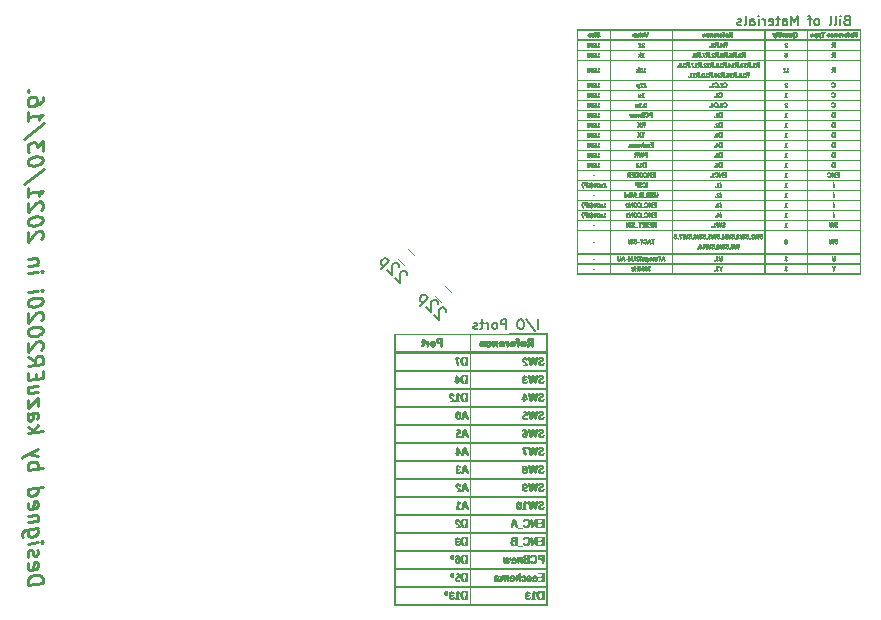
<source format=gbo>
G04 #@! TF.GenerationSoftware,KiCad,Pcbnew,(5.1.2)-2*
G04 #@! TF.CreationDate,2025-05-11T13:48:29+09:00*
G04 #@! TF.ProjectId,FIC_2,4649435f-322e-46b6-9963-61645f706362,rev?*
G04 #@! TF.SameCoordinates,Original*
G04 #@! TF.FileFunction,Legend,Bot*
G04 #@! TF.FilePolarity,Positive*
%FSLAX46Y46*%
G04 Gerber Fmt 4.6, Leading zero omitted, Abs format (unit mm)*
G04 Created by KiCad (PCBNEW (5.1.2)-2) date 2025-05-11 13:48:29*
%MOMM*%
%LPD*%
G04 APERTURE LIST*
%ADD10C,0.250000*%
%ADD11C,0.150000*%
%ADD12C,0.010000*%
%ADD13C,0.120000*%
G04 APERTURE END LIST*
D10*
X95324904Y-121753106D02*
X96624904Y-121590606D01*
X96624904Y-121281082D01*
X96563000Y-121103106D01*
X96439190Y-120994773D01*
X96315380Y-120948344D01*
X96067761Y-120917392D01*
X95882047Y-120940606D01*
X95634428Y-121033463D01*
X95510619Y-121110844D01*
X95386809Y-121250130D01*
X95324904Y-121443582D01*
X95324904Y-121753106D01*
X95386809Y-119950130D02*
X95324904Y-120081677D01*
X95324904Y-120329297D01*
X95386809Y-120445368D01*
X95510619Y-120491797D01*
X96005857Y-120429892D01*
X96129666Y-120352511D01*
X96191571Y-120220963D01*
X96191571Y-119973344D01*
X96129666Y-119857273D01*
X96005857Y-119810844D01*
X95882047Y-119826320D01*
X95758238Y-120460844D01*
X95386809Y-119392987D02*
X95324904Y-119276916D01*
X95324904Y-119029297D01*
X95386809Y-118897749D01*
X95510619Y-118820368D01*
X95572523Y-118812630D01*
X95696333Y-118859058D01*
X95758238Y-118975130D01*
X95758238Y-119160844D01*
X95820142Y-119276916D01*
X95943952Y-119323344D01*
X96005857Y-119315606D01*
X96129666Y-119238225D01*
X96191571Y-119106677D01*
X96191571Y-118920963D01*
X96129666Y-118804892D01*
X95324904Y-118286439D02*
X96191571Y-118178106D01*
X96624904Y-118123939D02*
X96563000Y-118193582D01*
X96501095Y-118139416D01*
X96563000Y-118069773D01*
X96624904Y-118123939D01*
X96501095Y-118139416D01*
X96191571Y-117001916D02*
X95139190Y-117133463D01*
X95015380Y-117210844D01*
X94953476Y-117280487D01*
X94891571Y-117412035D01*
X94891571Y-117597749D01*
X94953476Y-117713820D01*
X95386809Y-117102511D02*
X95324904Y-117234058D01*
X95324904Y-117481677D01*
X95386809Y-117597749D01*
X95448714Y-117651916D01*
X95572523Y-117698344D01*
X95943952Y-117651916D01*
X96067761Y-117574535D01*
X96129666Y-117504892D01*
X96191571Y-117373344D01*
X96191571Y-117125725D01*
X96129666Y-117009654D01*
X96191571Y-116382868D02*
X95324904Y-116491201D01*
X96067761Y-116398344D02*
X96129666Y-116328701D01*
X96191571Y-116197154D01*
X96191571Y-116011439D01*
X96129666Y-115895368D01*
X96005857Y-115848939D01*
X95324904Y-115934058D01*
X95386809Y-114812035D02*
X95324904Y-114943582D01*
X95324904Y-115191201D01*
X95386809Y-115307273D01*
X95510619Y-115353701D01*
X96005857Y-115291797D01*
X96129666Y-115214416D01*
X96191571Y-115082868D01*
X96191571Y-114835249D01*
X96129666Y-114719177D01*
X96005857Y-114672749D01*
X95882047Y-114688225D01*
X95758238Y-115322749D01*
X95324904Y-113643582D02*
X96624904Y-113481082D01*
X95386809Y-113635844D02*
X95324904Y-113767392D01*
X95324904Y-114015011D01*
X95386809Y-114131082D01*
X95448714Y-114185249D01*
X95572523Y-114231677D01*
X95943952Y-114185249D01*
X96067761Y-114107868D01*
X96129666Y-114038225D01*
X96191571Y-113906677D01*
X96191571Y-113659058D01*
X96129666Y-113542987D01*
X95324904Y-112034058D02*
X96624904Y-111871558D01*
X96129666Y-111933463D02*
X96191571Y-111801916D01*
X96191571Y-111554297D01*
X96129666Y-111438225D01*
X96067761Y-111384058D01*
X95943952Y-111337630D01*
X95572523Y-111384058D01*
X95448714Y-111461439D01*
X95386809Y-111531082D01*
X95324904Y-111662630D01*
X95324904Y-111910249D01*
X95386809Y-112026320D01*
X96191571Y-110873344D02*
X95324904Y-110672154D01*
X96191571Y-110254297D02*
X95324904Y-110672154D01*
X95015380Y-110834654D01*
X94953476Y-110904297D01*
X94891571Y-111035844D01*
X95324904Y-108876916D02*
X96624904Y-108714416D01*
X95820142Y-108691201D02*
X95324904Y-108381677D01*
X96191571Y-108273344D02*
X95696333Y-108830487D01*
X95324904Y-107267392D02*
X96005857Y-107182273D01*
X96129666Y-107228701D01*
X96191571Y-107344773D01*
X96191571Y-107592392D01*
X96129666Y-107723939D01*
X95386809Y-107259654D02*
X95324904Y-107391201D01*
X95324904Y-107700725D01*
X95386809Y-107816797D01*
X95510619Y-107863225D01*
X95634428Y-107847749D01*
X95758238Y-107770368D01*
X95820142Y-107638820D01*
X95820142Y-107329297D01*
X95882047Y-107197749D01*
X96191571Y-106663820D02*
X96191571Y-105982868D01*
X95324904Y-106772154D01*
X95324904Y-106091201D01*
X96191571Y-104930487D02*
X95324904Y-105038820D01*
X96191571Y-105487630D02*
X95510619Y-105572749D01*
X95386809Y-105526320D01*
X95324904Y-105410249D01*
X95324904Y-105224535D01*
X95386809Y-105092987D01*
X95448714Y-105023344D01*
X96005857Y-104334654D02*
X96005857Y-103901320D01*
X95324904Y-103800725D02*
X95324904Y-104419773D01*
X96624904Y-104257273D01*
X96624904Y-103638225D01*
X95324904Y-102500725D02*
X95943952Y-102856677D01*
X95324904Y-103243582D02*
X96624904Y-103081082D01*
X96624904Y-102585844D01*
X96563000Y-102469773D01*
X96501095Y-102415606D01*
X96377285Y-102369177D01*
X96191571Y-102392392D01*
X96067761Y-102469773D01*
X96005857Y-102539416D01*
X95943952Y-102670963D01*
X95943952Y-103166201D01*
X96501095Y-101858463D02*
X96563000Y-101788820D01*
X96624904Y-101657273D01*
X96624904Y-101347749D01*
X96563000Y-101231677D01*
X96501095Y-101177511D01*
X96377285Y-101131082D01*
X96253476Y-101146558D01*
X96067761Y-101231677D01*
X95324904Y-102067392D01*
X95324904Y-101262630D01*
X96624904Y-100295368D02*
X96624904Y-100171558D01*
X96563000Y-100055487D01*
X96501095Y-100001320D01*
X96377285Y-99954892D01*
X96129666Y-99923939D01*
X95820142Y-99962630D01*
X95572523Y-100055487D01*
X95448714Y-100132868D01*
X95386809Y-100202511D01*
X95324904Y-100334058D01*
X95324904Y-100457868D01*
X95386809Y-100573939D01*
X95448714Y-100628106D01*
X95572523Y-100674535D01*
X95820142Y-100705487D01*
X96129666Y-100666797D01*
X96377285Y-100573939D01*
X96501095Y-100496558D01*
X96563000Y-100426916D01*
X96624904Y-100295368D01*
X96501095Y-99382273D02*
X96563000Y-99312630D01*
X96624904Y-99181082D01*
X96624904Y-98871558D01*
X96563000Y-98755487D01*
X96501095Y-98701320D01*
X96377285Y-98654892D01*
X96253476Y-98670368D01*
X96067761Y-98755487D01*
X95324904Y-99591201D01*
X95324904Y-98786439D01*
X96624904Y-97819177D02*
X96624904Y-97695368D01*
X96563000Y-97579297D01*
X96501095Y-97525130D01*
X96377285Y-97478701D01*
X96129666Y-97447749D01*
X95820142Y-97486439D01*
X95572523Y-97579297D01*
X95448714Y-97656677D01*
X95386809Y-97726320D01*
X95324904Y-97857868D01*
X95324904Y-97981677D01*
X95386809Y-98097749D01*
X95448714Y-98151916D01*
X95572523Y-98198344D01*
X95820142Y-98229297D01*
X96129666Y-98190606D01*
X96377285Y-98097749D01*
X96501095Y-98020368D01*
X96563000Y-97950725D01*
X96624904Y-97819177D01*
X95324904Y-96991201D02*
X96191571Y-96882868D01*
X96624904Y-96828701D02*
X96563000Y-96898344D01*
X96501095Y-96844177D01*
X96563000Y-96774535D01*
X96624904Y-96828701D01*
X96501095Y-96844177D01*
X95324904Y-95381677D02*
X96191571Y-95273344D01*
X96624904Y-95219177D02*
X96563000Y-95288820D01*
X96501095Y-95234654D01*
X96563000Y-95165011D01*
X96624904Y-95219177D01*
X96501095Y-95234654D01*
X96191571Y-94654297D02*
X95324904Y-94762630D01*
X96067761Y-94669773D02*
X96129666Y-94600130D01*
X96191571Y-94468582D01*
X96191571Y-94282868D01*
X96129666Y-94166797D01*
X96005857Y-94120368D01*
X95324904Y-94205487D01*
X96501095Y-92510844D02*
X96563000Y-92441201D01*
X96624904Y-92309654D01*
X96624904Y-92000130D01*
X96563000Y-91884058D01*
X96501095Y-91829892D01*
X96377285Y-91783463D01*
X96253476Y-91798939D01*
X96067761Y-91884058D01*
X95324904Y-92719773D01*
X95324904Y-91915011D01*
X96624904Y-90947749D02*
X96624904Y-90823939D01*
X96563000Y-90707868D01*
X96501095Y-90653701D01*
X96377285Y-90607273D01*
X96129666Y-90576320D01*
X95820142Y-90615011D01*
X95572523Y-90707868D01*
X95448714Y-90785249D01*
X95386809Y-90854892D01*
X95324904Y-90986439D01*
X95324904Y-91110249D01*
X95386809Y-91226320D01*
X95448714Y-91280487D01*
X95572523Y-91326916D01*
X95820142Y-91357868D01*
X96129666Y-91319177D01*
X96377285Y-91226320D01*
X96501095Y-91148939D01*
X96563000Y-91079297D01*
X96624904Y-90947749D01*
X96501095Y-90034654D02*
X96563000Y-89965011D01*
X96624904Y-89833463D01*
X96624904Y-89523939D01*
X96563000Y-89407868D01*
X96501095Y-89353701D01*
X96377285Y-89307273D01*
X96253476Y-89322749D01*
X96067761Y-89407868D01*
X95324904Y-90243582D01*
X95324904Y-89438820D01*
X95324904Y-88200725D02*
X95324904Y-88943582D01*
X95324904Y-88572154D02*
X96624904Y-88409654D01*
X96439190Y-88556677D01*
X96315380Y-88695963D01*
X96253476Y-88827511D01*
X96686809Y-86544773D02*
X95015380Y-87867987D01*
X96624904Y-85871558D02*
X96624904Y-85747749D01*
X96563000Y-85631677D01*
X96501095Y-85577511D01*
X96377285Y-85531082D01*
X96129666Y-85500130D01*
X95820142Y-85538820D01*
X95572523Y-85631677D01*
X95448714Y-85709058D01*
X95386809Y-85778701D01*
X95324904Y-85910249D01*
X95324904Y-86034058D01*
X95386809Y-86150130D01*
X95448714Y-86204297D01*
X95572523Y-86250725D01*
X95820142Y-86281677D01*
X96129666Y-86242987D01*
X96377285Y-86150130D01*
X96501095Y-86072749D01*
X96563000Y-86003106D01*
X96624904Y-85871558D01*
X96624904Y-85004892D02*
X96624904Y-84200130D01*
X96129666Y-84695368D01*
X96129666Y-84509654D01*
X96067761Y-84393582D01*
X96005857Y-84339416D01*
X95882047Y-84292987D01*
X95572523Y-84331677D01*
X95448714Y-84409058D01*
X95386809Y-84478701D01*
X95324904Y-84610249D01*
X95324904Y-84981677D01*
X95386809Y-85097749D01*
X95448714Y-85151916D01*
X96686809Y-82706677D02*
X95015380Y-84029892D01*
X95324904Y-81762630D02*
X95324904Y-82505487D01*
X95324904Y-82134058D02*
X96624904Y-81971558D01*
X96439190Y-82118582D01*
X96315380Y-82257868D01*
X96253476Y-82389416D01*
X96624904Y-80485844D02*
X96624904Y-80733463D01*
X96563000Y-80865011D01*
X96501095Y-80934654D01*
X96315380Y-81081677D01*
X96067761Y-81174535D01*
X95572523Y-81236439D01*
X95448714Y-81190011D01*
X95386809Y-81135844D01*
X95324904Y-81019773D01*
X95324904Y-80772154D01*
X95386809Y-80640606D01*
X95448714Y-80570963D01*
X95572523Y-80493582D01*
X95882047Y-80454892D01*
X96005857Y-80501320D01*
X96067761Y-80555487D01*
X96129666Y-80671558D01*
X96129666Y-80919177D01*
X96067761Y-81050725D01*
X96005857Y-81120368D01*
X95882047Y-81197749D01*
X95448714Y-79951916D02*
X95386809Y-79897749D01*
X95324904Y-79967392D01*
X95386809Y-80021558D01*
X95448714Y-79951916D01*
X95324904Y-79967392D01*
D11*
X138518561Y-100107704D02*
X138518561Y-99307704D01*
X137566180Y-99269609D02*
X138251895Y-100298180D01*
X137147133Y-99307704D02*
X136994752Y-99307704D01*
X136918561Y-99345800D01*
X136842371Y-99421990D01*
X136804276Y-99574371D01*
X136804276Y-99841038D01*
X136842371Y-99993419D01*
X136918561Y-100069609D01*
X136994752Y-100107704D01*
X137147133Y-100107704D01*
X137223323Y-100069609D01*
X137299514Y-99993419D01*
X137337609Y-99841038D01*
X137337609Y-99574371D01*
X137299514Y-99421990D01*
X137223323Y-99345800D01*
X137147133Y-99307704D01*
X135851895Y-100107704D02*
X135851895Y-99307704D01*
X135547133Y-99307704D01*
X135470942Y-99345800D01*
X135432847Y-99383895D01*
X135394752Y-99460085D01*
X135394752Y-99574371D01*
X135432847Y-99650561D01*
X135470942Y-99688657D01*
X135547133Y-99726752D01*
X135851895Y-99726752D01*
X134937609Y-100107704D02*
X135013800Y-100069609D01*
X135051895Y-100031514D01*
X135089990Y-99955323D01*
X135089990Y-99726752D01*
X135051895Y-99650561D01*
X135013800Y-99612466D01*
X134937609Y-99574371D01*
X134823323Y-99574371D01*
X134747133Y-99612466D01*
X134709038Y-99650561D01*
X134670942Y-99726752D01*
X134670942Y-99955323D01*
X134709038Y-100031514D01*
X134747133Y-100069609D01*
X134823323Y-100107704D01*
X134937609Y-100107704D01*
X134328085Y-100107704D02*
X134328085Y-99574371D01*
X134328085Y-99726752D02*
X134289990Y-99650561D01*
X134251895Y-99612466D01*
X134175704Y-99574371D01*
X134099514Y-99574371D01*
X133947133Y-99574371D02*
X133642371Y-99574371D01*
X133832847Y-99307704D02*
X133832847Y-99993419D01*
X133794752Y-100069609D01*
X133718561Y-100107704D01*
X133642371Y-100107704D01*
X133413800Y-100069609D02*
X133337609Y-100107704D01*
X133185228Y-100107704D01*
X133109038Y-100069609D01*
X133070942Y-99993419D01*
X133070942Y-99955323D01*
X133109038Y-99879133D01*
X133185228Y-99841038D01*
X133299514Y-99841038D01*
X133375704Y-99802942D01*
X133413800Y-99726752D01*
X133413800Y-99688657D01*
X133375704Y-99612466D01*
X133299514Y-99574371D01*
X133185228Y-99574371D01*
X133109038Y-99612466D01*
X164673990Y-73958457D02*
X164559704Y-73996552D01*
X164521609Y-74034647D01*
X164483514Y-74110838D01*
X164483514Y-74225123D01*
X164521609Y-74301314D01*
X164559704Y-74339409D01*
X164635895Y-74377504D01*
X164940657Y-74377504D01*
X164940657Y-73577504D01*
X164673990Y-73577504D01*
X164597800Y-73615600D01*
X164559704Y-73653695D01*
X164521609Y-73729885D01*
X164521609Y-73806076D01*
X164559704Y-73882266D01*
X164597800Y-73920361D01*
X164673990Y-73958457D01*
X164940657Y-73958457D01*
X164140657Y-74377504D02*
X164140657Y-73844171D01*
X164140657Y-73577504D02*
X164178752Y-73615600D01*
X164140657Y-73653695D01*
X164102561Y-73615600D01*
X164140657Y-73577504D01*
X164140657Y-73653695D01*
X163645419Y-74377504D02*
X163721609Y-74339409D01*
X163759704Y-74263219D01*
X163759704Y-73577504D01*
X163226371Y-74377504D02*
X163302561Y-74339409D01*
X163340657Y-74263219D01*
X163340657Y-73577504D01*
X162197800Y-74377504D02*
X162273990Y-74339409D01*
X162312085Y-74301314D01*
X162350180Y-74225123D01*
X162350180Y-73996552D01*
X162312085Y-73920361D01*
X162273990Y-73882266D01*
X162197800Y-73844171D01*
X162083514Y-73844171D01*
X162007323Y-73882266D01*
X161969228Y-73920361D01*
X161931133Y-73996552D01*
X161931133Y-74225123D01*
X161969228Y-74301314D01*
X162007323Y-74339409D01*
X162083514Y-74377504D01*
X162197800Y-74377504D01*
X161702561Y-73844171D02*
X161397800Y-73844171D01*
X161588276Y-74377504D02*
X161588276Y-73691790D01*
X161550180Y-73615600D01*
X161473990Y-73577504D01*
X161397800Y-73577504D01*
X160521609Y-74377504D02*
X160521609Y-73577504D01*
X160254942Y-74148933D01*
X159988276Y-73577504D01*
X159988276Y-74377504D01*
X159264466Y-74377504D02*
X159264466Y-73958457D01*
X159302561Y-73882266D01*
X159378752Y-73844171D01*
X159531133Y-73844171D01*
X159607323Y-73882266D01*
X159264466Y-74339409D02*
X159340657Y-74377504D01*
X159531133Y-74377504D01*
X159607323Y-74339409D01*
X159645419Y-74263219D01*
X159645419Y-74187028D01*
X159607323Y-74110838D01*
X159531133Y-74072742D01*
X159340657Y-74072742D01*
X159264466Y-74034647D01*
X158997800Y-73844171D02*
X158693038Y-73844171D01*
X158883514Y-73577504D02*
X158883514Y-74263219D01*
X158845419Y-74339409D01*
X158769228Y-74377504D01*
X158693038Y-74377504D01*
X158121609Y-74339409D02*
X158197800Y-74377504D01*
X158350180Y-74377504D01*
X158426371Y-74339409D01*
X158464466Y-74263219D01*
X158464466Y-73958457D01*
X158426371Y-73882266D01*
X158350180Y-73844171D01*
X158197800Y-73844171D01*
X158121609Y-73882266D01*
X158083514Y-73958457D01*
X158083514Y-74034647D01*
X158464466Y-74110838D01*
X157740657Y-74377504D02*
X157740657Y-73844171D01*
X157740657Y-73996552D02*
X157702561Y-73920361D01*
X157664466Y-73882266D01*
X157588276Y-73844171D01*
X157512085Y-73844171D01*
X157245419Y-74377504D02*
X157245419Y-73844171D01*
X157245419Y-73577504D02*
X157283514Y-73615600D01*
X157245419Y-73653695D01*
X157207323Y-73615600D01*
X157245419Y-73577504D01*
X157245419Y-73653695D01*
X156521609Y-74377504D02*
X156521609Y-73958457D01*
X156559704Y-73882266D01*
X156635895Y-73844171D01*
X156788276Y-73844171D01*
X156864466Y-73882266D01*
X156521609Y-74339409D02*
X156597800Y-74377504D01*
X156788276Y-74377504D01*
X156864466Y-74339409D01*
X156902561Y-74263219D01*
X156902561Y-74187028D01*
X156864466Y-74110838D01*
X156788276Y-74072742D01*
X156597800Y-74072742D01*
X156521609Y-74034647D01*
X156026371Y-74377504D02*
X156102561Y-74339409D01*
X156140657Y-74263219D01*
X156140657Y-73577504D01*
X155759704Y-74339409D02*
X155683514Y-74377504D01*
X155531133Y-74377504D01*
X155454942Y-74339409D01*
X155416847Y-74263219D01*
X155416847Y-74225123D01*
X155454942Y-74148933D01*
X155531133Y-74110838D01*
X155645419Y-74110838D01*
X155721609Y-74072742D01*
X155759704Y-73996552D01*
X155759704Y-73958457D01*
X155721609Y-73882266D01*
X155645419Y-73844171D01*
X155531133Y-73844171D01*
X155454942Y-73882266D01*
D12*
G36*
X128721021Y-100969571D02*
G01*
X128701800Y-101011566D01*
X128662951Y-101095986D01*
X128638300Y-101113166D01*
X128600942Y-101146528D01*
X128638300Y-101172433D01*
X128680606Y-101232957D01*
X128699836Y-101335920D01*
X128694302Y-101438005D01*
X128662316Y-101495892D01*
X128651000Y-101498400D01*
X128602214Y-101537499D01*
X128600200Y-101552574D01*
X128643367Y-101586676D01*
X128739900Y-101590674D01*
X128834187Y-101565821D01*
X128878628Y-101499158D01*
X128895375Y-101383958D01*
X128911326Y-101262778D01*
X128942498Y-101222877D01*
X129005724Y-101243945D01*
X129009675Y-101246045D01*
X129091445Y-101344676D01*
X129108200Y-101449387D01*
X129131144Y-101569061D01*
X129184400Y-101600000D01*
X129232320Y-101572808D01*
X129255724Y-101478663D01*
X129260600Y-101346000D01*
X129260600Y-101092000D01*
X129082800Y-101092000D01*
X128951297Y-101075476D01*
X128905322Y-101022739D01*
X128905000Y-101015800D01*
X128862649Y-100953743D01*
X128803400Y-100939600D01*
X128721021Y-100969571D01*
X128721021Y-100969571D01*
G37*
X128721021Y-100969571D02*
X128701800Y-101011566D01*
X128662951Y-101095986D01*
X128638300Y-101113166D01*
X128600942Y-101146528D01*
X128638300Y-101172433D01*
X128680606Y-101232957D01*
X128699836Y-101335920D01*
X128694302Y-101438005D01*
X128662316Y-101495892D01*
X128651000Y-101498400D01*
X128602214Y-101537499D01*
X128600200Y-101552574D01*
X128643367Y-101586676D01*
X128739900Y-101590674D01*
X128834187Y-101565821D01*
X128878628Y-101499158D01*
X128895375Y-101383958D01*
X128911326Y-101262778D01*
X128942498Y-101222877D01*
X129005724Y-101243945D01*
X129009675Y-101246045D01*
X129091445Y-101344676D01*
X129108200Y-101449387D01*
X129131144Y-101569061D01*
X129184400Y-101600000D01*
X129232320Y-101572808D01*
X129255724Y-101478663D01*
X129260600Y-101346000D01*
X129260600Y-101092000D01*
X129082800Y-101092000D01*
X128951297Y-101075476D01*
X128905322Y-101022739D01*
X128905000Y-101015800D01*
X128862649Y-100953743D01*
X128803400Y-100939600D01*
X128721021Y-100969571D01*
G36*
X129444720Y-101131845D02*
G01*
X129354987Y-101237294D01*
X129343524Y-101387217D01*
X129371444Y-101473000D01*
X129441048Y-101566259D01*
X129556857Y-101598785D01*
X129600044Y-101600000D01*
X129734608Y-101579832D01*
X129812562Y-101504712D01*
X129828644Y-101473000D01*
X129854002Y-101346000D01*
X129667000Y-101346000D01*
X129650227Y-101462447D01*
X129603500Y-101485700D01*
X129553914Y-101424469D01*
X129540000Y-101346000D01*
X129563948Y-101245456D01*
X129603500Y-101206300D01*
X129651674Y-101232734D01*
X129667000Y-101346000D01*
X129854002Y-101346000D01*
X129861458Y-101308663D01*
X129809611Y-101178145D01*
X129685779Y-101102576D01*
X129600044Y-101092000D01*
X129444720Y-101131845D01*
X129444720Y-101131845D01*
G37*
X129444720Y-101131845D02*
X129354987Y-101237294D01*
X129343524Y-101387217D01*
X129371444Y-101473000D01*
X129441048Y-101566259D01*
X129556857Y-101598785D01*
X129600044Y-101600000D01*
X129734608Y-101579832D01*
X129812562Y-101504712D01*
X129828644Y-101473000D01*
X129854002Y-101346000D01*
X129667000Y-101346000D01*
X129650227Y-101462447D01*
X129603500Y-101485700D01*
X129553914Y-101424469D01*
X129540000Y-101346000D01*
X129563948Y-101245456D01*
X129603500Y-101206300D01*
X129651674Y-101232734D01*
X129667000Y-101346000D01*
X129854002Y-101346000D01*
X129861458Y-101308663D01*
X129809611Y-101178145D01*
X129685779Y-101102576D01*
X129600044Y-101092000D01*
X129444720Y-101131845D01*
G36*
X130162300Y-100898845D02*
G01*
X130004091Y-100913349D01*
X129920835Y-100941610D01*
X129885894Y-100996082D01*
X129879001Y-101031296D01*
X129899786Y-101179277D01*
X129997571Y-101273127D01*
X130105021Y-101295200D01*
X130191666Y-101312952D01*
X130223223Y-101386251D01*
X130225800Y-101447600D01*
X130241767Y-101559152D01*
X130301174Y-101598427D01*
X130327400Y-101600000D01*
X130380637Y-101590472D01*
X130411216Y-101547456D01*
X130425278Y-101449299D01*
X130428963Y-101274350D01*
X130429000Y-101241745D01*
X130429000Y-101096233D01*
X130225800Y-101096233D01*
X130199036Y-101170712D01*
X130142388Y-101172629D01*
X130091330Y-101107212D01*
X130082376Y-101075090D01*
X130104259Y-101002588D01*
X130145876Y-100990400D01*
X130211826Y-101033132D01*
X130225800Y-101096233D01*
X130429000Y-101096233D01*
X130429000Y-100883490D01*
X130162300Y-100898845D01*
X130162300Y-100898845D01*
G37*
X130162300Y-100898845D02*
X130004091Y-100913349D01*
X129920835Y-100941610D01*
X129885894Y-100996082D01*
X129879001Y-101031296D01*
X129899786Y-101179277D01*
X129997571Y-101273127D01*
X130105021Y-101295200D01*
X130191666Y-101312952D01*
X130223223Y-101386251D01*
X130225800Y-101447600D01*
X130241767Y-101559152D01*
X130301174Y-101598427D01*
X130327400Y-101600000D01*
X130380637Y-101590472D01*
X130411216Y-101547456D01*
X130425278Y-101449299D01*
X130428963Y-101274350D01*
X130429000Y-101241745D01*
X130429000Y-101096233D01*
X130225800Y-101096233D01*
X130199036Y-101170712D01*
X130142388Y-101172629D01*
X130091330Y-101107212D01*
X130082376Y-101075090D01*
X130104259Y-101002588D01*
X130145876Y-100990400D01*
X130211826Y-101033132D01*
X130225800Y-101096233D01*
X130429000Y-101096233D01*
X130429000Y-100883490D01*
X130162300Y-100898845D01*
G36*
X134218474Y-101117068D02*
G01*
X134136933Y-101168763D01*
X134078556Y-101218994D01*
X134027183Y-101182047D01*
X134013908Y-101164405D01*
X133913176Y-101101229D01*
X133781321Y-101104173D01*
X133657325Y-101165812D01*
X133593773Y-101244400D01*
X133558514Y-101329894D01*
X133582779Y-101368590D01*
X133686212Y-101385283D01*
X133706895Y-101387166D01*
X133823982Y-101410738D01*
X133882027Y-101448129D01*
X133883400Y-101454702D01*
X133839764Y-101483025D01*
X133724981Y-101471677D01*
X133616478Y-101457213D01*
X133584829Y-101483968D01*
X133589193Y-101505741D01*
X133654807Y-101564280D01*
X133774370Y-101591025D01*
X133904640Y-101583790D01*
X134002377Y-101540387D01*
X134014170Y-101527235D01*
X134069522Y-101473225D01*
X134122961Y-101506856D01*
X134136933Y-101523236D01*
X134252062Y-101594076D01*
X134390924Y-101595368D01*
X134510954Y-101532250D01*
X134553044Y-101473000D01*
X134577814Y-101346000D01*
X134391400Y-101346000D01*
X134376686Y-101453005D01*
X134341233Y-101498388D01*
X134340600Y-101498400D01*
X134291277Y-101459742D01*
X134289800Y-101447600D01*
X134247253Y-101406325D01*
X134188200Y-101396800D01*
X134105652Y-101375526D01*
X134086600Y-101346000D01*
X134129148Y-101304725D01*
X134188200Y-101295200D01*
X134270749Y-101273926D01*
X134289800Y-101244400D01*
X133883400Y-101244400D01*
X133842051Y-101288982D01*
X133804202Y-101295200D01*
X133751622Y-101270572D01*
X133756400Y-101244400D01*
X133821346Y-101195537D01*
X133835599Y-101193600D01*
X133882032Y-101232347D01*
X133883400Y-101244400D01*
X134289800Y-101244400D01*
X134328458Y-101195076D01*
X134340600Y-101193600D01*
X134376269Y-101237743D01*
X134391397Y-101344103D01*
X134391400Y-101346000D01*
X134577814Y-101346000D01*
X134584042Y-101314068D01*
X134536896Y-101182317D01*
X134425476Y-101103508D01*
X134347910Y-101092000D01*
X134218474Y-101117068D01*
X134218474Y-101117068D01*
G37*
X134218474Y-101117068D02*
X134136933Y-101168763D01*
X134078556Y-101218994D01*
X134027183Y-101182047D01*
X134013908Y-101164405D01*
X133913176Y-101101229D01*
X133781321Y-101104173D01*
X133657325Y-101165812D01*
X133593773Y-101244400D01*
X133558514Y-101329894D01*
X133582779Y-101368590D01*
X133686212Y-101385283D01*
X133706895Y-101387166D01*
X133823982Y-101410738D01*
X133882027Y-101448129D01*
X133883400Y-101454702D01*
X133839764Y-101483025D01*
X133724981Y-101471677D01*
X133616478Y-101457213D01*
X133584829Y-101483968D01*
X133589193Y-101505741D01*
X133654807Y-101564280D01*
X133774370Y-101591025D01*
X133904640Y-101583790D01*
X134002377Y-101540387D01*
X134014170Y-101527235D01*
X134069522Y-101473225D01*
X134122961Y-101506856D01*
X134136933Y-101523236D01*
X134252062Y-101594076D01*
X134390924Y-101595368D01*
X134510954Y-101532250D01*
X134553044Y-101473000D01*
X134577814Y-101346000D01*
X134391400Y-101346000D01*
X134376686Y-101453005D01*
X134341233Y-101498388D01*
X134340600Y-101498400D01*
X134291277Y-101459742D01*
X134289800Y-101447600D01*
X134247253Y-101406325D01*
X134188200Y-101396800D01*
X134105652Y-101375526D01*
X134086600Y-101346000D01*
X134129148Y-101304725D01*
X134188200Y-101295200D01*
X134270749Y-101273926D01*
X134289800Y-101244400D01*
X133883400Y-101244400D01*
X133842051Y-101288982D01*
X133804202Y-101295200D01*
X133751622Y-101270572D01*
X133756400Y-101244400D01*
X133821346Y-101195537D01*
X133835599Y-101193600D01*
X133882032Y-101232347D01*
X133883400Y-101244400D01*
X134289800Y-101244400D01*
X134328458Y-101195076D01*
X134340600Y-101193600D01*
X134376269Y-101237743D01*
X134391397Y-101344103D01*
X134391400Y-101346000D01*
X134577814Y-101346000D01*
X134584042Y-101314068D01*
X134536896Y-101182317D01*
X134425476Y-101103508D01*
X134347910Y-101092000D01*
X134218474Y-101117068D01*
G36*
X134670800Y-101117400D02*
G01*
X134655317Y-101358700D01*
X134652684Y-101509570D01*
X134673969Y-101582580D01*
X134718817Y-101600000D01*
X134775814Y-101565857D01*
X134797195Y-101452920D01*
X134797800Y-101417966D01*
X134816665Y-101292184D01*
X134859977Y-101254895D01*
X134907812Y-101303193D01*
X134940245Y-101434172D01*
X134940719Y-101438812D01*
X134973696Y-101559399D01*
X135029619Y-101600000D01*
X135075934Y-101569489D01*
X135098460Y-101466877D01*
X135102600Y-101343079D01*
X135102600Y-101086158D01*
X134670800Y-101117400D01*
X134670800Y-101117400D01*
G37*
X134670800Y-101117400D02*
X134655317Y-101358700D01*
X134652684Y-101509570D01*
X134673969Y-101582580D01*
X134718817Y-101600000D01*
X134775814Y-101565857D01*
X134797195Y-101452920D01*
X134797800Y-101417966D01*
X134816665Y-101292184D01*
X134859977Y-101254895D01*
X134907812Y-101303193D01*
X134940245Y-101434172D01*
X134940719Y-101438812D01*
X134973696Y-101559399D01*
X135029619Y-101600000D01*
X135075934Y-101569489D01*
X135098460Y-101466877D01*
X135102600Y-101343079D01*
X135102600Y-101086158D01*
X134670800Y-101117400D01*
G36*
X135320707Y-101133832D02*
G01*
X135221542Y-101240107D01*
X135219354Y-101244400D01*
X135184110Y-101329894D01*
X135208384Y-101368590D01*
X135311827Y-101385285D01*
X135332495Y-101387166D01*
X135449582Y-101410738D01*
X135507627Y-101448129D01*
X135509000Y-101454702D01*
X135465364Y-101483025D01*
X135350581Y-101471677D01*
X135242081Y-101457212D01*
X135210439Y-101483963D01*
X135214808Y-101505741D01*
X135275716Y-101554835D01*
X135396719Y-101587370D01*
X135423727Y-101590348D01*
X135555890Y-101589533D01*
X135629789Y-101545062D01*
X135669255Y-101476048D01*
X135702907Y-101336844D01*
X135677155Y-101244400D01*
X135509000Y-101244400D01*
X135467651Y-101288982D01*
X135429802Y-101295200D01*
X135377222Y-101270572D01*
X135382000Y-101244400D01*
X135446946Y-101195537D01*
X135461199Y-101193600D01*
X135507632Y-101232347D01*
X135509000Y-101244400D01*
X135677155Y-101244400D01*
X135669190Y-101215808D01*
X135578936Y-101119495D01*
X135451306Y-101092899D01*
X135320707Y-101133832D01*
X135320707Y-101133832D01*
G37*
X135320707Y-101133832D02*
X135221542Y-101240107D01*
X135219354Y-101244400D01*
X135184110Y-101329894D01*
X135208384Y-101368590D01*
X135311827Y-101385285D01*
X135332495Y-101387166D01*
X135449582Y-101410738D01*
X135507627Y-101448129D01*
X135509000Y-101454702D01*
X135465364Y-101483025D01*
X135350581Y-101471677D01*
X135242081Y-101457212D01*
X135210439Y-101483963D01*
X135214808Y-101505741D01*
X135275716Y-101554835D01*
X135396719Y-101587370D01*
X135423727Y-101590348D01*
X135555890Y-101589533D01*
X135629789Y-101545062D01*
X135669255Y-101476048D01*
X135702907Y-101336844D01*
X135677155Y-101244400D01*
X135509000Y-101244400D01*
X135467651Y-101288982D01*
X135429802Y-101295200D01*
X135377222Y-101270572D01*
X135382000Y-101244400D01*
X135446946Y-101195537D01*
X135461199Y-101193600D01*
X135507632Y-101232347D01*
X135509000Y-101244400D01*
X135677155Y-101244400D01*
X135669190Y-101215808D01*
X135578936Y-101119495D01*
X135451306Y-101092899D01*
X135320707Y-101133832D01*
G36*
X135753362Y-101117248D02*
G01*
X135709179Y-101175204D01*
X135743958Y-101239180D01*
X135788400Y-101262770D01*
X135845525Y-101332853D01*
X135864600Y-101446005D01*
X135886842Y-101567693D01*
X135940800Y-101600000D01*
X135988720Y-101572808D01*
X136012124Y-101478663D01*
X136017000Y-101346000D01*
X136013671Y-101195638D01*
X135993199Y-101120658D01*
X135939859Y-101094852D01*
X135864600Y-101092000D01*
X135753362Y-101117248D01*
X135753362Y-101117248D01*
G37*
X135753362Y-101117248D02*
X135709179Y-101175204D01*
X135743958Y-101239180D01*
X135788400Y-101262770D01*
X135845525Y-101332853D01*
X135864600Y-101446005D01*
X135886842Y-101567693D01*
X135940800Y-101600000D01*
X135988720Y-101572808D01*
X136012124Y-101478663D01*
X136017000Y-101346000D01*
X136013671Y-101195638D01*
X135993199Y-101120658D01*
X135939859Y-101094852D01*
X135864600Y-101092000D01*
X135753362Y-101117248D01*
G36*
X136235107Y-101133832D02*
G01*
X136135942Y-101240107D01*
X136133754Y-101244400D01*
X136098510Y-101329894D01*
X136122784Y-101368590D01*
X136226227Y-101385285D01*
X136246895Y-101387166D01*
X136363982Y-101410738D01*
X136422027Y-101448129D01*
X136423400Y-101454702D01*
X136379764Y-101483025D01*
X136264981Y-101471677D01*
X136156481Y-101457212D01*
X136124839Y-101483963D01*
X136129208Y-101505741D01*
X136190116Y-101554835D01*
X136311119Y-101587370D01*
X136338127Y-101590348D01*
X136470290Y-101589533D01*
X136544189Y-101545062D01*
X136583655Y-101476048D01*
X136617307Y-101336844D01*
X136591555Y-101244400D01*
X136423400Y-101244400D01*
X136382051Y-101288982D01*
X136344202Y-101295200D01*
X136291622Y-101270572D01*
X136296400Y-101244400D01*
X136361346Y-101195537D01*
X136375599Y-101193600D01*
X136422032Y-101232347D01*
X136423400Y-101244400D01*
X136591555Y-101244400D01*
X136583590Y-101215808D01*
X136493336Y-101119495D01*
X136365706Y-101092899D01*
X136235107Y-101133832D01*
X136235107Y-101133832D01*
G37*
X136235107Y-101133832D02*
X136135942Y-101240107D01*
X136133754Y-101244400D01*
X136098510Y-101329894D01*
X136122784Y-101368590D01*
X136226227Y-101385285D01*
X136246895Y-101387166D01*
X136363982Y-101410738D01*
X136422027Y-101448129D01*
X136423400Y-101454702D01*
X136379764Y-101483025D01*
X136264981Y-101471677D01*
X136156481Y-101457212D01*
X136124839Y-101483963D01*
X136129208Y-101505741D01*
X136190116Y-101554835D01*
X136311119Y-101587370D01*
X136338127Y-101590348D01*
X136470290Y-101589533D01*
X136544189Y-101545062D01*
X136583655Y-101476048D01*
X136617307Y-101336844D01*
X136591555Y-101244400D01*
X136423400Y-101244400D01*
X136382051Y-101288982D01*
X136344202Y-101295200D01*
X136291622Y-101270572D01*
X136296400Y-101244400D01*
X136361346Y-101195537D01*
X136375599Y-101193600D01*
X136422032Y-101232347D01*
X136423400Y-101244400D01*
X136591555Y-101244400D01*
X136583590Y-101215808D01*
X136493336Y-101119495D01*
X136365706Y-101092899D01*
X136235107Y-101133832D01*
G36*
X136654345Y-100909646D02*
G01*
X136628319Y-100956842D01*
X136689313Y-101007377D01*
X136690100Y-101007699D01*
X136722708Y-101043324D01*
X136677400Y-101092000D01*
X136631277Y-101146093D01*
X136664700Y-101176300D01*
X136706047Y-101239884D01*
X136727295Y-101366283D01*
X136728200Y-101401033D01*
X136737624Y-101533116D01*
X136774237Y-101590477D01*
X136824685Y-101600000D01*
X136886551Y-101580553D01*
X136922201Y-101506405D01*
X136942812Y-101358700D01*
X136946456Y-101121089D01*
X136904983Y-100969353D01*
X136815840Y-100897112D01*
X136754858Y-100888800D01*
X136654345Y-100909646D01*
X136654345Y-100909646D01*
G37*
X136654345Y-100909646D02*
X136628319Y-100956842D01*
X136689313Y-101007377D01*
X136690100Y-101007699D01*
X136722708Y-101043324D01*
X136677400Y-101092000D01*
X136631277Y-101146093D01*
X136664700Y-101176300D01*
X136706047Y-101239884D01*
X136727295Y-101366283D01*
X136728200Y-101401033D01*
X136737624Y-101533116D01*
X136774237Y-101590477D01*
X136824685Y-101600000D01*
X136886551Y-101580553D01*
X136922201Y-101506405D01*
X136942812Y-101358700D01*
X136946456Y-101121089D01*
X136904983Y-100969353D01*
X136815840Y-100897112D01*
X136754858Y-100888800D01*
X136654345Y-100909646D01*
G36*
X137149507Y-101133832D02*
G01*
X137050342Y-101240107D01*
X137048154Y-101244400D01*
X137012910Y-101329894D01*
X137037184Y-101368590D01*
X137140627Y-101385285D01*
X137161295Y-101387166D01*
X137278382Y-101410738D01*
X137336427Y-101448129D01*
X137337800Y-101454702D01*
X137294164Y-101483025D01*
X137179381Y-101471677D01*
X137070881Y-101457212D01*
X137039239Y-101483963D01*
X137043608Y-101505741D01*
X137104516Y-101554835D01*
X137225519Y-101587370D01*
X137252527Y-101590348D01*
X137384690Y-101589533D01*
X137458589Y-101545062D01*
X137498055Y-101476048D01*
X137531707Y-101336844D01*
X137505955Y-101244400D01*
X137337800Y-101244400D01*
X137296451Y-101288982D01*
X137258602Y-101295200D01*
X137206022Y-101270572D01*
X137210800Y-101244400D01*
X137275746Y-101195537D01*
X137289999Y-101193600D01*
X137336432Y-101232347D01*
X137337800Y-101244400D01*
X137505955Y-101244400D01*
X137497990Y-101215808D01*
X137407736Y-101119495D01*
X137280106Y-101092899D01*
X137149507Y-101133832D01*
X137149507Y-101133832D01*
G37*
X137149507Y-101133832D02*
X137050342Y-101240107D01*
X137048154Y-101244400D01*
X137012910Y-101329894D01*
X137037184Y-101368590D01*
X137140627Y-101385285D01*
X137161295Y-101387166D01*
X137278382Y-101410738D01*
X137336427Y-101448129D01*
X137337800Y-101454702D01*
X137294164Y-101483025D01*
X137179381Y-101471677D01*
X137070881Y-101457212D01*
X137039239Y-101483963D01*
X137043608Y-101505741D01*
X137104516Y-101554835D01*
X137225519Y-101587370D01*
X137252527Y-101590348D01*
X137384690Y-101589533D01*
X137458589Y-101545062D01*
X137498055Y-101476048D01*
X137531707Y-101336844D01*
X137505955Y-101244400D01*
X137337800Y-101244400D01*
X137296451Y-101288982D01*
X137258602Y-101295200D01*
X137206022Y-101270572D01*
X137210800Y-101244400D01*
X137275746Y-101195537D01*
X137289999Y-101193600D01*
X137336432Y-101232347D01*
X137337800Y-101244400D01*
X137505955Y-101244400D01*
X137497990Y-101215808D01*
X137407736Y-101119495D01*
X137280106Y-101092899D01*
X137149507Y-101133832D01*
G36*
X137883900Y-100898845D02*
G01*
X137725691Y-100913349D01*
X137642435Y-100941610D01*
X137607494Y-100996082D01*
X137600601Y-101031296D01*
X137610772Y-101153658D01*
X137641893Y-101218146D01*
X137670627Y-101295511D01*
X137636845Y-101408046D01*
X137619088Y-101443950D01*
X137569402Y-101548524D01*
X137572281Y-101591408D01*
X137631390Y-101599976D01*
X137639991Y-101600000D01*
X137740560Y-101553593D01*
X137831670Y-101434900D01*
X137921749Y-101269800D01*
X137937793Y-101434900D01*
X137966509Y-101555371D01*
X138030639Y-101598619D01*
X138052219Y-101600000D01*
X138103858Y-101589630D01*
X138133526Y-101544172D01*
X138147132Y-101442106D01*
X138150586Y-101261911D01*
X138150600Y-101241745D01*
X138150600Y-101096233D01*
X137947400Y-101096233D01*
X137920636Y-101170712D01*
X137863988Y-101172629D01*
X137812930Y-101107212D01*
X137803976Y-101075090D01*
X137825859Y-101002588D01*
X137867476Y-100990400D01*
X137933426Y-101033132D01*
X137947400Y-101096233D01*
X138150600Y-101096233D01*
X138150600Y-100883490D01*
X137883900Y-100898845D01*
X137883900Y-100898845D01*
G37*
X137883900Y-100898845D02*
X137725691Y-100913349D01*
X137642435Y-100941610D01*
X137607494Y-100996082D01*
X137600601Y-101031296D01*
X137610772Y-101153658D01*
X137641893Y-101218146D01*
X137670627Y-101295511D01*
X137636845Y-101408046D01*
X137619088Y-101443950D01*
X137569402Y-101548524D01*
X137572281Y-101591408D01*
X137631390Y-101599976D01*
X137639991Y-101600000D01*
X137740560Y-101553593D01*
X137831670Y-101434900D01*
X137921749Y-101269800D01*
X137937793Y-101434900D01*
X137966509Y-101555371D01*
X138030639Y-101598619D01*
X138052219Y-101600000D01*
X138103858Y-101589630D01*
X138133526Y-101544172D01*
X138147132Y-101442106D01*
X138150586Y-101261911D01*
X138150600Y-101241745D01*
X138150600Y-101096233D01*
X137947400Y-101096233D01*
X137920636Y-101170712D01*
X137863988Y-101172629D01*
X137812930Y-101107212D01*
X137803976Y-101075090D01*
X137825859Y-101002588D01*
X137867476Y-100990400D01*
X137933426Y-101033132D01*
X137947400Y-101096233D01*
X138150600Y-101096233D01*
X138150600Y-100883490D01*
X137883900Y-100898845D01*
G36*
X131517611Y-102536545D02*
G01*
X131507476Y-102580404D01*
X131520735Y-102628700D01*
X131557127Y-102750743D01*
X131602223Y-102913168D01*
X131614409Y-102958900D01*
X131663235Y-103083940D01*
X131722188Y-103162314D01*
X131773625Y-103180178D01*
X131799904Y-103123690D01*
X131800600Y-103104986D01*
X131784510Y-103016601D01*
X131744081Y-102877357D01*
X131724400Y-102819200D01*
X131678691Y-102686466D01*
X131651496Y-102601357D01*
X131648200Y-102587431D01*
X131692496Y-102571196D01*
X131800428Y-102552793D01*
X131813300Y-102551148D01*
X131887000Y-102538663D01*
X131867519Y-102529811D01*
X131750876Y-102523204D01*
X131731176Y-102522529D01*
X131584778Y-102520987D01*
X131517611Y-102536545D01*
X131517611Y-102536545D01*
G37*
X131517611Y-102536545D02*
X131507476Y-102580404D01*
X131520735Y-102628700D01*
X131557127Y-102750743D01*
X131602223Y-102913168D01*
X131614409Y-102958900D01*
X131663235Y-103083940D01*
X131722188Y-103162314D01*
X131773625Y-103180178D01*
X131799904Y-103123690D01*
X131800600Y-103104986D01*
X131784510Y-103016601D01*
X131744081Y-102877357D01*
X131724400Y-102819200D01*
X131678691Y-102686466D01*
X131651496Y-102601357D01*
X131648200Y-102587431D01*
X131692496Y-102571196D01*
X131800428Y-102552793D01*
X131813300Y-102551148D01*
X131887000Y-102538663D01*
X131867519Y-102529811D01*
X131750876Y-102523204D01*
X131731176Y-102522529D01*
X131584778Y-102520987D01*
X131517611Y-102536545D01*
G36*
X132135637Y-102499065D02*
G01*
X132007552Y-102604328D01*
X131954460Y-102777692D01*
X131953000Y-102819200D01*
X131991286Y-103005618D01*
X132104921Y-103124267D01*
X132292072Y-103173448D01*
X132336881Y-103174800D01*
X132562600Y-103174800D01*
X132562600Y-102819200D01*
X132410200Y-102819200D01*
X132397784Y-103014542D01*
X132358211Y-103114565D01*
X132287996Y-103122754D01*
X132185229Y-103044171D01*
X132121076Y-102926239D01*
X132105648Y-102778554D01*
X132137322Y-102643116D01*
X132203661Y-102566987D01*
X132309775Y-102522205D01*
X132372292Y-102537546D01*
X132402121Y-102626332D01*
X132410171Y-102801884D01*
X132410200Y-102819200D01*
X132562600Y-102819200D01*
X132562600Y-102463600D01*
X132336881Y-102463600D01*
X132135637Y-102499065D01*
X132135637Y-102499065D01*
G37*
X132135637Y-102499065D02*
X132007552Y-102604328D01*
X131954460Y-102777692D01*
X131953000Y-102819200D01*
X131991286Y-103005618D01*
X132104921Y-103124267D01*
X132292072Y-103173448D01*
X132336881Y-103174800D01*
X132562600Y-103174800D01*
X132562600Y-102819200D01*
X132410200Y-102819200D01*
X132397784Y-103014542D01*
X132358211Y-103114565D01*
X132287996Y-103122754D01*
X132185229Y-103044171D01*
X132121076Y-102926239D01*
X132105648Y-102778554D01*
X132137322Y-102643116D01*
X132203661Y-102566987D01*
X132309775Y-102522205D01*
X132372292Y-102537546D01*
X132402121Y-102626332D01*
X132410171Y-102801884D01*
X132410200Y-102819200D01*
X132562600Y-102819200D01*
X132562600Y-102463600D01*
X132336881Y-102463600D01*
X132135637Y-102499065D01*
G36*
X137240122Y-102568439D02*
G01*
X137188052Y-102660961D01*
X137220932Y-102790995D01*
X137339656Y-102948114D01*
X137339885Y-102948351D01*
X137502969Y-103116610D01*
X137331485Y-103137575D01*
X137247351Y-103150263D01*
X137252901Y-103158659D01*
X137353333Y-103164928D01*
X137401300Y-103166670D01*
X137541955Y-103167522D01*
X137628923Y-103160564D01*
X137642600Y-103154206D01*
X137612784Y-103107138D01*
X137536017Y-103007775D01*
X137464800Y-102920800D01*
X137366102Y-102796310D01*
X137301542Y-102702688D01*
X137287000Y-102670460D01*
X137317950Y-102602435D01*
X137395298Y-102611410D01*
X137448289Y-102649444D01*
X137539465Y-102703901D01*
X137585911Y-102678301D01*
X137573026Y-102589546D01*
X137507180Y-102530293D01*
X137376250Y-102523855D01*
X137240122Y-102568439D01*
X137240122Y-102568439D01*
G37*
X137240122Y-102568439D02*
X137188052Y-102660961D01*
X137220932Y-102790995D01*
X137339656Y-102948114D01*
X137339885Y-102948351D01*
X137502969Y-103116610D01*
X137331485Y-103137575D01*
X137247351Y-103150263D01*
X137252901Y-103158659D01*
X137353333Y-103164928D01*
X137401300Y-103166670D01*
X137541955Y-103167522D01*
X137628923Y-103160564D01*
X137642600Y-103154206D01*
X137612784Y-103107138D01*
X137536017Y-103007775D01*
X137464800Y-102920800D01*
X137366102Y-102796310D01*
X137301542Y-102702688D01*
X137287000Y-102670460D01*
X137317950Y-102602435D01*
X137395298Y-102611410D01*
X137448289Y-102649444D01*
X137539465Y-102703901D01*
X137585911Y-102678301D01*
X137573026Y-102589546D01*
X137507180Y-102530293D01*
X137376250Y-102523855D01*
X137240122Y-102568439D01*
G36*
X137693139Y-102487420D02*
G01*
X137691214Y-102569652D01*
X137716726Y-102726454D01*
X137735941Y-102819200D01*
X137784080Y-103015062D01*
X137829143Y-103126919D01*
X137878962Y-103171777D01*
X137899751Y-103174800D01*
X137963566Y-103142177D01*
X138011447Y-103033423D01*
X138034640Y-102933500D01*
X138082070Y-102692200D01*
X138130562Y-102920398D01*
X138184739Y-103093951D01*
X138247882Y-103167310D01*
X138313540Y-103140703D01*
X138375260Y-103014359D01*
X138403339Y-102910727D01*
X138442379Y-102741549D01*
X138475612Y-102603303D01*
X138488659Y-102552500D01*
X138478554Y-102477171D01*
X138436413Y-102463600D01*
X138371952Y-102512556D01*
X138319805Y-102652449D01*
X138313654Y-102679500D01*
X138267528Y-102895400D01*
X138230221Y-102743000D01*
X138188930Y-102584125D01*
X138156508Y-102500559D01*
X138119957Y-102468393D01*
X138078297Y-102463600D01*
X138014928Y-102510695D01*
X137970205Y-102637438D01*
X137969449Y-102641400D01*
X137932702Y-102761970D01*
X137889388Y-102816752D01*
X137855470Y-102795370D01*
X137845800Y-102721754D01*
X137823837Y-102572217D01*
X137766653Y-102480052D01*
X137721861Y-102463600D01*
X137693139Y-102487420D01*
X137693139Y-102487420D01*
G37*
X137693139Y-102487420D02*
X137691214Y-102569652D01*
X137716726Y-102726454D01*
X137735941Y-102819200D01*
X137784080Y-103015062D01*
X137829143Y-103126919D01*
X137878962Y-103171777D01*
X137899751Y-103174800D01*
X137963566Y-103142177D01*
X138011447Y-103033423D01*
X138034640Y-102933500D01*
X138082070Y-102692200D01*
X138130562Y-102920398D01*
X138184739Y-103093951D01*
X138247882Y-103167310D01*
X138313540Y-103140703D01*
X138375260Y-103014359D01*
X138403339Y-102910727D01*
X138442379Y-102741549D01*
X138475612Y-102603303D01*
X138488659Y-102552500D01*
X138478554Y-102477171D01*
X138436413Y-102463600D01*
X138371952Y-102512556D01*
X138319805Y-102652449D01*
X138313654Y-102679500D01*
X138267528Y-102895400D01*
X138230221Y-102743000D01*
X138188930Y-102584125D01*
X138156508Y-102500559D01*
X138119957Y-102468393D01*
X138078297Y-102463600D01*
X138014928Y-102510695D01*
X137970205Y-102637438D01*
X137969449Y-102641400D01*
X137932702Y-102761970D01*
X137889388Y-102816752D01*
X137855470Y-102795370D01*
X137845800Y-102721754D01*
X137823837Y-102572217D01*
X137766653Y-102480052D01*
X137721861Y-102463600D01*
X137693139Y-102487420D01*
G36*
X138654067Y-102476777D02*
G01*
X138583442Y-102522828D01*
X138575716Y-102538900D01*
X138564086Y-102631383D01*
X138613892Y-102651915D01*
X138701805Y-102597473D01*
X138781211Y-102542270D01*
X138837203Y-102562619D01*
X138854076Y-102581292D01*
X138886285Y-102646635D01*
X138850873Y-102703878D01*
X138735029Y-102768050D01*
X138671300Y-102795687D01*
X138544254Y-102883669D01*
X138505839Y-102993859D01*
X138561891Y-103108433D01*
X138567160Y-103113840D01*
X138664896Y-103161656D01*
X138797420Y-103174275D01*
X138921703Y-103153444D01*
X138994714Y-103100908D01*
X138996671Y-103096409D01*
X139007955Y-103006774D01*
X138959901Y-102990528D01*
X138883723Y-103044020D01*
X138780061Y-103106620D01*
X138699846Y-103078944D01*
X138667391Y-103004531D01*
X138698253Y-102922948D01*
X138826479Y-102845526D01*
X138835671Y-102841630D01*
X138957038Y-102779041D01*
X139004201Y-102709796D01*
X139004681Y-102626689D01*
X138979619Y-102533668D01*
X138912081Y-102489691D01*
X138797892Y-102473209D01*
X138654067Y-102476777D01*
X138654067Y-102476777D01*
G37*
X138654067Y-102476777D02*
X138583442Y-102522828D01*
X138575716Y-102538900D01*
X138564086Y-102631383D01*
X138613892Y-102651915D01*
X138701805Y-102597473D01*
X138781211Y-102542270D01*
X138837203Y-102562619D01*
X138854076Y-102581292D01*
X138886285Y-102646635D01*
X138850873Y-102703878D01*
X138735029Y-102768050D01*
X138671300Y-102795687D01*
X138544254Y-102883669D01*
X138505839Y-102993859D01*
X138561891Y-103108433D01*
X138567160Y-103113840D01*
X138664896Y-103161656D01*
X138797420Y-103174275D01*
X138921703Y-103153444D01*
X138994714Y-103100908D01*
X138996671Y-103096409D01*
X139007955Y-103006774D01*
X138959901Y-102990528D01*
X138883723Y-103044020D01*
X138780061Y-103106620D01*
X138699846Y-103078944D01*
X138667391Y-103004531D01*
X138698253Y-102922948D01*
X138826479Y-102845526D01*
X138835671Y-102841630D01*
X138957038Y-102779041D01*
X139004201Y-102709796D01*
X139004681Y-102626689D01*
X138979619Y-102533668D01*
X138912081Y-102489691D01*
X138797892Y-102473209D01*
X138654067Y-102476777D01*
G36*
X132135469Y-104023111D02*
G01*
X132007035Y-104128901D01*
X131952796Y-104303851D01*
X131951018Y-104341803D01*
X131944678Y-104408515D01*
X131920372Y-104407540D01*
X131865644Y-104330631D01*
X131818860Y-104254300D01*
X131709307Y-104099902D01*
X131626255Y-104041805D01*
X131571695Y-104079947D01*
X131547622Y-104214267D01*
X131546600Y-104262766D01*
X131532855Y-104414288D01*
X131496618Y-104503030D01*
X131483100Y-104512756D01*
X131445665Y-104535708D01*
X131483100Y-104542389D01*
X131539522Y-104587295D01*
X131546600Y-104622600D01*
X131587264Y-104689949D01*
X131622800Y-104698800D01*
X131690216Y-104661097D01*
X131699000Y-104628365D01*
X131740388Y-104564383D01*
X131837632Y-104535456D01*
X131950352Y-104544062D01*
X132038170Y-104592677D01*
X132048870Y-104606902D01*
X132128070Y-104671550D01*
X132273480Y-104697438D01*
X132334431Y-104698800D01*
X132562600Y-104698800D01*
X132562600Y-104343200D01*
X132410200Y-104343200D01*
X132397784Y-104538542D01*
X132358211Y-104638565D01*
X132287996Y-104646754D01*
X132185229Y-104568171D01*
X132121076Y-104450239D01*
X132120821Y-104447798D01*
X131800600Y-104447798D01*
X131761853Y-104494231D01*
X131749800Y-104495600D01*
X131705218Y-104454250D01*
X131699000Y-104416401D01*
X131723628Y-104363821D01*
X131749800Y-104368600D01*
X131798663Y-104433545D01*
X131800600Y-104447798D01*
X132120821Y-104447798D01*
X132105648Y-104302554D01*
X132137322Y-104167116D01*
X132203661Y-104090987D01*
X132309775Y-104046205D01*
X132372292Y-104061546D01*
X132402121Y-104150332D01*
X132410171Y-104325884D01*
X132410200Y-104343200D01*
X132562600Y-104343200D01*
X132562600Y-103987600D01*
X132336881Y-103987600D01*
X132135469Y-104023111D01*
X132135469Y-104023111D01*
G37*
X132135469Y-104023111D02*
X132007035Y-104128901D01*
X131952796Y-104303851D01*
X131951018Y-104341803D01*
X131944678Y-104408515D01*
X131920372Y-104407540D01*
X131865644Y-104330631D01*
X131818860Y-104254300D01*
X131709307Y-104099902D01*
X131626255Y-104041805D01*
X131571695Y-104079947D01*
X131547622Y-104214267D01*
X131546600Y-104262766D01*
X131532855Y-104414288D01*
X131496618Y-104503030D01*
X131483100Y-104512756D01*
X131445665Y-104535708D01*
X131483100Y-104542389D01*
X131539522Y-104587295D01*
X131546600Y-104622600D01*
X131587264Y-104689949D01*
X131622800Y-104698800D01*
X131690216Y-104661097D01*
X131699000Y-104628365D01*
X131740388Y-104564383D01*
X131837632Y-104535456D01*
X131950352Y-104544062D01*
X132038170Y-104592677D01*
X132048870Y-104606902D01*
X132128070Y-104671550D01*
X132273480Y-104697438D01*
X132334431Y-104698800D01*
X132562600Y-104698800D01*
X132562600Y-104343200D01*
X132410200Y-104343200D01*
X132397784Y-104538542D01*
X132358211Y-104638565D01*
X132287996Y-104646754D01*
X132185229Y-104568171D01*
X132121076Y-104450239D01*
X132120821Y-104447798D01*
X131800600Y-104447798D01*
X131761853Y-104494231D01*
X131749800Y-104495600D01*
X131705218Y-104454250D01*
X131699000Y-104416401D01*
X131723628Y-104363821D01*
X131749800Y-104368600D01*
X131798663Y-104433545D01*
X131800600Y-104447798D01*
X132120821Y-104447798D01*
X132105648Y-104302554D01*
X132137322Y-104167116D01*
X132203661Y-104090987D01*
X132309775Y-104046205D01*
X132372292Y-104061546D01*
X132402121Y-104150332D01*
X132410171Y-104325884D01*
X132410200Y-104343200D01*
X132562600Y-104343200D01*
X132562600Y-103987600D01*
X132336881Y-103987600D01*
X132135469Y-104023111D01*
G36*
X137275872Y-104061564D02*
G01*
X137232270Y-104098128D01*
X137214410Y-104182103D01*
X137210818Y-104338773D01*
X137210800Y-104368600D01*
X137212978Y-104537546D01*
X137227721Y-104630051D01*
X137267347Y-104671269D01*
X137344175Y-104686359D01*
X137367527Y-104688694D01*
X137514818Y-104673515D01*
X137589648Y-104625194D01*
X137628784Y-104563262D01*
X137591309Y-104546509D01*
X137582781Y-104546400D01*
X137483443Y-104579826D01*
X137453987Y-104602933D01*
X137374472Y-104634682D01*
X137342227Y-104625335D01*
X137288917Y-104548929D01*
X137317386Y-104465105D01*
X137393016Y-104417998D01*
X137499031Y-104384350D01*
X137390594Y-104308398D01*
X137318544Y-104239350D01*
X137330453Y-104175382D01*
X137342119Y-104160196D01*
X137411335Y-104115525D01*
X137472768Y-104146612D01*
X137549095Y-104178921D01*
X137587742Y-104150720D01*
X137557397Y-104085282D01*
X137556502Y-104084381D01*
X137470259Y-104050248D01*
X137356689Y-104047128D01*
X137275872Y-104061564D01*
X137275872Y-104061564D01*
G37*
X137275872Y-104061564D02*
X137232270Y-104098128D01*
X137214410Y-104182103D01*
X137210818Y-104338773D01*
X137210800Y-104368600D01*
X137212978Y-104537546D01*
X137227721Y-104630051D01*
X137267347Y-104671269D01*
X137344175Y-104686359D01*
X137367527Y-104688694D01*
X137514818Y-104673515D01*
X137589648Y-104625194D01*
X137628784Y-104563262D01*
X137591309Y-104546509D01*
X137582781Y-104546400D01*
X137483443Y-104579826D01*
X137453987Y-104602933D01*
X137374472Y-104634682D01*
X137342227Y-104625335D01*
X137288917Y-104548929D01*
X137317386Y-104465105D01*
X137393016Y-104417998D01*
X137499031Y-104384350D01*
X137390594Y-104308398D01*
X137318544Y-104239350D01*
X137330453Y-104175382D01*
X137342119Y-104160196D01*
X137411335Y-104115525D01*
X137472768Y-104146612D01*
X137549095Y-104178921D01*
X137587742Y-104150720D01*
X137557397Y-104085282D01*
X137556502Y-104084381D01*
X137470259Y-104050248D01*
X137356689Y-104047128D01*
X137275872Y-104061564D01*
G36*
X137693139Y-104011420D02*
G01*
X137691214Y-104093652D01*
X137716726Y-104250454D01*
X137735941Y-104343200D01*
X137784080Y-104539062D01*
X137829143Y-104650919D01*
X137878962Y-104695777D01*
X137899751Y-104698800D01*
X137963566Y-104666177D01*
X138011447Y-104557423D01*
X138034640Y-104457500D01*
X138082070Y-104216200D01*
X138130562Y-104444398D01*
X138184739Y-104617951D01*
X138247882Y-104691310D01*
X138313540Y-104664703D01*
X138375260Y-104538359D01*
X138403339Y-104434727D01*
X138442379Y-104265549D01*
X138475612Y-104127303D01*
X138488659Y-104076500D01*
X138478554Y-104001171D01*
X138436413Y-103987600D01*
X138371952Y-104036556D01*
X138319805Y-104176449D01*
X138313654Y-104203500D01*
X138267528Y-104419400D01*
X138230221Y-104267000D01*
X138188930Y-104108125D01*
X138156508Y-104024559D01*
X138119957Y-103992393D01*
X138078297Y-103987600D01*
X138014928Y-104034695D01*
X137970205Y-104161438D01*
X137969449Y-104165400D01*
X137932702Y-104285970D01*
X137889388Y-104340752D01*
X137855470Y-104319370D01*
X137845800Y-104245754D01*
X137823837Y-104096217D01*
X137766653Y-104004052D01*
X137721861Y-103987600D01*
X137693139Y-104011420D01*
X137693139Y-104011420D01*
G37*
X137693139Y-104011420D02*
X137691214Y-104093652D01*
X137716726Y-104250454D01*
X137735941Y-104343200D01*
X137784080Y-104539062D01*
X137829143Y-104650919D01*
X137878962Y-104695777D01*
X137899751Y-104698800D01*
X137963566Y-104666177D01*
X138011447Y-104557423D01*
X138034640Y-104457500D01*
X138082070Y-104216200D01*
X138130562Y-104444398D01*
X138184739Y-104617951D01*
X138247882Y-104691310D01*
X138313540Y-104664703D01*
X138375260Y-104538359D01*
X138403339Y-104434727D01*
X138442379Y-104265549D01*
X138475612Y-104127303D01*
X138488659Y-104076500D01*
X138478554Y-104001171D01*
X138436413Y-103987600D01*
X138371952Y-104036556D01*
X138319805Y-104176449D01*
X138313654Y-104203500D01*
X138267528Y-104419400D01*
X138230221Y-104267000D01*
X138188930Y-104108125D01*
X138156508Y-104024559D01*
X138119957Y-103992393D01*
X138078297Y-103987600D01*
X138014928Y-104034695D01*
X137970205Y-104161438D01*
X137969449Y-104165400D01*
X137932702Y-104285970D01*
X137889388Y-104340752D01*
X137855470Y-104319370D01*
X137845800Y-104245754D01*
X137823837Y-104096217D01*
X137766653Y-104004052D01*
X137721861Y-103987600D01*
X137693139Y-104011420D01*
G36*
X138654067Y-104000777D02*
G01*
X138583442Y-104046828D01*
X138575716Y-104062900D01*
X138564086Y-104155383D01*
X138613892Y-104175915D01*
X138701805Y-104121473D01*
X138781211Y-104066270D01*
X138837203Y-104086619D01*
X138854076Y-104105292D01*
X138886285Y-104170635D01*
X138850873Y-104227878D01*
X138735029Y-104292050D01*
X138671300Y-104319687D01*
X138544254Y-104407669D01*
X138505839Y-104517859D01*
X138561891Y-104632433D01*
X138567160Y-104637840D01*
X138664896Y-104685656D01*
X138797420Y-104698275D01*
X138921703Y-104677444D01*
X138994714Y-104624908D01*
X138996671Y-104620409D01*
X139007955Y-104530774D01*
X138959901Y-104514528D01*
X138883723Y-104568020D01*
X138780061Y-104630620D01*
X138699846Y-104602944D01*
X138667391Y-104528531D01*
X138698253Y-104446948D01*
X138826479Y-104369526D01*
X138835671Y-104365630D01*
X138957038Y-104303041D01*
X139004201Y-104233796D01*
X139004681Y-104150689D01*
X138979619Y-104057668D01*
X138912081Y-104013691D01*
X138797892Y-103997209D01*
X138654067Y-104000777D01*
X138654067Y-104000777D01*
G37*
X138654067Y-104000777D02*
X138583442Y-104046828D01*
X138575716Y-104062900D01*
X138564086Y-104155383D01*
X138613892Y-104175915D01*
X138701805Y-104121473D01*
X138781211Y-104066270D01*
X138837203Y-104086619D01*
X138854076Y-104105292D01*
X138886285Y-104170635D01*
X138850873Y-104227878D01*
X138735029Y-104292050D01*
X138671300Y-104319687D01*
X138544254Y-104407669D01*
X138505839Y-104517859D01*
X138561891Y-104632433D01*
X138567160Y-104637840D01*
X138664896Y-104685656D01*
X138797420Y-104698275D01*
X138921703Y-104677444D01*
X138994714Y-104624908D01*
X138996671Y-104620409D01*
X139007955Y-104530774D01*
X138959901Y-104514528D01*
X138883723Y-104568020D01*
X138780061Y-104630620D01*
X138699846Y-104602944D01*
X138667391Y-104528531D01*
X138698253Y-104446948D01*
X138826479Y-104369526D01*
X138835671Y-104365630D01*
X138957038Y-104303041D01*
X139004201Y-104233796D01*
X139004681Y-104150689D01*
X138979619Y-104057668D01*
X138912081Y-104013691D01*
X138797892Y-103997209D01*
X138654067Y-104000777D01*
G36*
X131042522Y-105616439D02*
G01*
X130990452Y-105708961D01*
X131023332Y-105838995D01*
X131142056Y-105996114D01*
X131142285Y-105996351D01*
X131305369Y-106164610D01*
X131133885Y-106185575D01*
X131049751Y-106198263D01*
X131055301Y-106206659D01*
X131155733Y-106212928D01*
X131203700Y-106214670D01*
X131344355Y-106215522D01*
X131431323Y-106208564D01*
X131445000Y-106202206D01*
X131415184Y-106155138D01*
X131338417Y-106055775D01*
X131267200Y-105968800D01*
X131168502Y-105844310D01*
X131103942Y-105750688D01*
X131089400Y-105718460D01*
X131120350Y-105650435D01*
X131197698Y-105659410D01*
X131250689Y-105697444D01*
X131341865Y-105751901D01*
X131388311Y-105726301D01*
X131375426Y-105637546D01*
X131309580Y-105578293D01*
X131178650Y-105571855D01*
X131042522Y-105616439D01*
X131042522Y-105616439D01*
G37*
X131042522Y-105616439D02*
X130990452Y-105708961D01*
X131023332Y-105838995D01*
X131142056Y-105996114D01*
X131142285Y-105996351D01*
X131305369Y-106164610D01*
X131133885Y-106185575D01*
X131049751Y-106198263D01*
X131055301Y-106206659D01*
X131155733Y-106212928D01*
X131203700Y-106214670D01*
X131344355Y-106215522D01*
X131431323Y-106208564D01*
X131445000Y-106202206D01*
X131415184Y-106155138D01*
X131338417Y-106055775D01*
X131267200Y-105968800D01*
X131168502Y-105844310D01*
X131103942Y-105750688D01*
X131089400Y-105718460D01*
X131120350Y-105650435D01*
X131197698Y-105659410D01*
X131250689Y-105697444D01*
X131341865Y-105751901D01*
X131388311Y-105726301D01*
X131375426Y-105637546D01*
X131309580Y-105578293D01*
X131178650Y-105571855D01*
X131042522Y-105616439D01*
G36*
X131637256Y-105583436D02*
G01*
X131605455Y-105677100D01*
X131597405Y-105856399D01*
X131597400Y-105862966D01*
X131586392Y-106059254D01*
X131554644Y-106169872D01*
X131533900Y-106189156D01*
X131539906Y-106203707D01*
X131626311Y-106212046D01*
X131699000Y-106212896D01*
X131814359Y-106207540D01*
X131855273Y-106195961D01*
X131838700Y-106187782D01*
X131782131Y-106130580D01*
X131750206Y-106018848D01*
X131743896Y-105888640D01*
X131764167Y-105776007D01*
X131811988Y-105717004D01*
X131826000Y-105714800D01*
X131894463Y-105688894D01*
X131884664Y-105634225D01*
X131821846Y-105593235D01*
X131705241Y-105560462D01*
X131637256Y-105583436D01*
X131637256Y-105583436D01*
G37*
X131637256Y-105583436D02*
X131605455Y-105677100D01*
X131597405Y-105856399D01*
X131597400Y-105862966D01*
X131586392Y-106059254D01*
X131554644Y-106169872D01*
X131533900Y-106189156D01*
X131539906Y-106203707D01*
X131626311Y-106212046D01*
X131699000Y-106212896D01*
X131814359Y-106207540D01*
X131855273Y-106195961D01*
X131838700Y-106187782D01*
X131782131Y-106130580D01*
X131750206Y-106018848D01*
X131743896Y-105888640D01*
X131764167Y-105776007D01*
X131811988Y-105717004D01*
X131826000Y-105714800D01*
X131894463Y-105688894D01*
X131884664Y-105634225D01*
X131821846Y-105593235D01*
X131705241Y-105560462D01*
X131637256Y-105583436D01*
G36*
X132135637Y-105547065D02*
G01*
X132007552Y-105652328D01*
X131954460Y-105825692D01*
X131953000Y-105867200D01*
X131991286Y-106053618D01*
X132104921Y-106172267D01*
X132292072Y-106221448D01*
X132336881Y-106222800D01*
X132562600Y-106222800D01*
X132562600Y-105867200D01*
X132410200Y-105867200D01*
X132397784Y-106062542D01*
X132358211Y-106162565D01*
X132287996Y-106170754D01*
X132185229Y-106092171D01*
X132121076Y-105974239D01*
X132105648Y-105826554D01*
X132137322Y-105691116D01*
X132203661Y-105614987D01*
X132309775Y-105570205D01*
X132372292Y-105585546D01*
X132402121Y-105674332D01*
X132410171Y-105849884D01*
X132410200Y-105867200D01*
X132562600Y-105867200D01*
X132562600Y-105511600D01*
X132336881Y-105511600D01*
X132135637Y-105547065D01*
X132135637Y-105547065D01*
G37*
X132135637Y-105547065D02*
X132007552Y-105652328D01*
X131954460Y-105825692D01*
X131953000Y-105867200D01*
X131991286Y-106053618D01*
X132104921Y-106172267D01*
X132292072Y-106221448D01*
X132336881Y-106222800D01*
X132562600Y-106222800D01*
X132562600Y-105867200D01*
X132410200Y-105867200D01*
X132397784Y-106062542D01*
X132358211Y-106162565D01*
X132287996Y-106170754D01*
X132185229Y-106092171D01*
X132121076Y-105974239D01*
X132105648Y-105826554D01*
X132137322Y-105691116D01*
X132203661Y-105614987D01*
X132309775Y-105570205D01*
X132372292Y-105585546D01*
X132402121Y-105674332D01*
X132410171Y-105849884D01*
X132410200Y-105867200D01*
X132562600Y-105867200D01*
X132562600Y-105511600D01*
X132336881Y-105511600D01*
X132135637Y-105547065D01*
G36*
X137263035Y-105600100D02*
G01*
X137237632Y-105729915D01*
X137236200Y-105786766D01*
X137222455Y-105938288D01*
X137186218Y-106027030D01*
X137172700Y-106036756D01*
X137135265Y-106059708D01*
X137172700Y-106066389D01*
X137229122Y-106111295D01*
X137236200Y-106146600D01*
X137276864Y-106213949D01*
X137312400Y-106222800D01*
X137379750Y-106182136D01*
X137388600Y-106146600D01*
X137432761Y-106085314D01*
X137515600Y-106070400D01*
X137599581Y-106066025D01*
X137632385Y-106039761D01*
X137613674Y-105971897D01*
X137613620Y-105971798D01*
X137490200Y-105971798D01*
X137451453Y-106018231D01*
X137439400Y-106019600D01*
X137394818Y-105978250D01*
X137388600Y-105940401D01*
X137413228Y-105887821D01*
X137439400Y-105892600D01*
X137488263Y-105957545D01*
X137490200Y-105971798D01*
X137613620Y-105971798D01*
X137543113Y-105842723D01*
X137510773Y-105787345D01*
X137401805Y-105628820D01*
X137318492Y-105566404D01*
X137263035Y-105600100D01*
X137263035Y-105600100D01*
G37*
X137263035Y-105600100D02*
X137237632Y-105729915D01*
X137236200Y-105786766D01*
X137222455Y-105938288D01*
X137186218Y-106027030D01*
X137172700Y-106036756D01*
X137135265Y-106059708D01*
X137172700Y-106066389D01*
X137229122Y-106111295D01*
X137236200Y-106146600D01*
X137276864Y-106213949D01*
X137312400Y-106222800D01*
X137379750Y-106182136D01*
X137388600Y-106146600D01*
X137432761Y-106085314D01*
X137515600Y-106070400D01*
X137599581Y-106066025D01*
X137632385Y-106039761D01*
X137613674Y-105971897D01*
X137613620Y-105971798D01*
X137490200Y-105971798D01*
X137451453Y-106018231D01*
X137439400Y-106019600D01*
X137394818Y-105978250D01*
X137388600Y-105940401D01*
X137413228Y-105887821D01*
X137439400Y-105892600D01*
X137488263Y-105957545D01*
X137490200Y-105971798D01*
X137613620Y-105971798D01*
X137543113Y-105842723D01*
X137510773Y-105787345D01*
X137401805Y-105628820D01*
X137318492Y-105566404D01*
X137263035Y-105600100D01*
G36*
X137693139Y-105535420D02*
G01*
X137691214Y-105617652D01*
X137716726Y-105774454D01*
X137735941Y-105867200D01*
X137784080Y-106063062D01*
X137829143Y-106174919D01*
X137878962Y-106219777D01*
X137899751Y-106222800D01*
X137963566Y-106190177D01*
X138011447Y-106081423D01*
X138034640Y-105981500D01*
X138082070Y-105740200D01*
X138130562Y-105968398D01*
X138184739Y-106141951D01*
X138247882Y-106215310D01*
X138313540Y-106188703D01*
X138375260Y-106062359D01*
X138403339Y-105958727D01*
X138442379Y-105789549D01*
X138475612Y-105651303D01*
X138488659Y-105600500D01*
X138478554Y-105525171D01*
X138436413Y-105511600D01*
X138371952Y-105560556D01*
X138319805Y-105700449D01*
X138313654Y-105727500D01*
X138267528Y-105943400D01*
X138230221Y-105791000D01*
X138188930Y-105632125D01*
X138156508Y-105548559D01*
X138119957Y-105516393D01*
X138078297Y-105511600D01*
X138014928Y-105558695D01*
X137970205Y-105685438D01*
X137969449Y-105689400D01*
X137932702Y-105809970D01*
X137889388Y-105864752D01*
X137855470Y-105843370D01*
X137845800Y-105769754D01*
X137823837Y-105620217D01*
X137766653Y-105528052D01*
X137721861Y-105511600D01*
X137693139Y-105535420D01*
X137693139Y-105535420D01*
G37*
X137693139Y-105535420D02*
X137691214Y-105617652D01*
X137716726Y-105774454D01*
X137735941Y-105867200D01*
X137784080Y-106063062D01*
X137829143Y-106174919D01*
X137878962Y-106219777D01*
X137899751Y-106222800D01*
X137963566Y-106190177D01*
X138011447Y-106081423D01*
X138034640Y-105981500D01*
X138082070Y-105740200D01*
X138130562Y-105968398D01*
X138184739Y-106141951D01*
X138247882Y-106215310D01*
X138313540Y-106188703D01*
X138375260Y-106062359D01*
X138403339Y-105958727D01*
X138442379Y-105789549D01*
X138475612Y-105651303D01*
X138488659Y-105600500D01*
X138478554Y-105525171D01*
X138436413Y-105511600D01*
X138371952Y-105560556D01*
X138319805Y-105700449D01*
X138313654Y-105727500D01*
X138267528Y-105943400D01*
X138230221Y-105791000D01*
X138188930Y-105632125D01*
X138156508Y-105548559D01*
X138119957Y-105516393D01*
X138078297Y-105511600D01*
X138014928Y-105558695D01*
X137970205Y-105685438D01*
X137969449Y-105689400D01*
X137932702Y-105809970D01*
X137889388Y-105864752D01*
X137855470Y-105843370D01*
X137845800Y-105769754D01*
X137823837Y-105620217D01*
X137766653Y-105528052D01*
X137721861Y-105511600D01*
X137693139Y-105535420D01*
G36*
X138654067Y-105524777D02*
G01*
X138583442Y-105570828D01*
X138575716Y-105586900D01*
X138564086Y-105679383D01*
X138613892Y-105699915D01*
X138701805Y-105645473D01*
X138781211Y-105590270D01*
X138837203Y-105610619D01*
X138854076Y-105629292D01*
X138886285Y-105694635D01*
X138850873Y-105751878D01*
X138735029Y-105816050D01*
X138671300Y-105843687D01*
X138544254Y-105931669D01*
X138505839Y-106041859D01*
X138561891Y-106156433D01*
X138567160Y-106161840D01*
X138664896Y-106209656D01*
X138797420Y-106222275D01*
X138921703Y-106201444D01*
X138994714Y-106148908D01*
X138996671Y-106144409D01*
X139007955Y-106054774D01*
X138959901Y-106038528D01*
X138883723Y-106092020D01*
X138780061Y-106154620D01*
X138699846Y-106126944D01*
X138667391Y-106052531D01*
X138698253Y-105970948D01*
X138826479Y-105893526D01*
X138835671Y-105889630D01*
X138957038Y-105827041D01*
X139004201Y-105757796D01*
X139004681Y-105674689D01*
X138979619Y-105581668D01*
X138912081Y-105537691D01*
X138797892Y-105521209D01*
X138654067Y-105524777D01*
X138654067Y-105524777D01*
G37*
X138654067Y-105524777D02*
X138583442Y-105570828D01*
X138575716Y-105586900D01*
X138564086Y-105679383D01*
X138613892Y-105699915D01*
X138701805Y-105645473D01*
X138781211Y-105590270D01*
X138837203Y-105610619D01*
X138854076Y-105629292D01*
X138886285Y-105694635D01*
X138850873Y-105751878D01*
X138735029Y-105816050D01*
X138671300Y-105843687D01*
X138544254Y-105931669D01*
X138505839Y-106041859D01*
X138561891Y-106156433D01*
X138567160Y-106161840D01*
X138664896Y-106209656D01*
X138797420Y-106222275D01*
X138921703Y-106201444D01*
X138994714Y-106148908D01*
X138996671Y-106144409D01*
X139007955Y-106054774D01*
X138959901Y-106038528D01*
X138883723Y-106092020D01*
X138780061Y-106154620D01*
X138699846Y-106126944D01*
X138667391Y-106052531D01*
X138698253Y-105970948D01*
X138826479Y-105893526D01*
X138835671Y-105889630D01*
X138957038Y-105827041D01*
X139004201Y-105757796D01*
X139004681Y-105674689D01*
X138979619Y-105581668D01*
X138912081Y-105537691D01*
X138797892Y-105521209D01*
X138654067Y-105524777D01*
G36*
X131611578Y-107126441D02*
G01*
X131552691Y-107209638D01*
X131529142Y-107289600D01*
X131510398Y-107493227D01*
X131557301Y-107646051D01*
X131662617Y-107732787D01*
X131745545Y-107746800D01*
X131865378Y-107728438D01*
X131933069Y-107687151D01*
X131960379Y-107588474D01*
X131966034Y-107493128D01*
X131848513Y-107493128D01*
X131829762Y-107577515D01*
X131780519Y-107641134D01*
X131728017Y-107620878D01*
X131687425Y-107532791D01*
X131673600Y-107412366D01*
X131686728Y-107272674D01*
X131730017Y-107216335D01*
X131749800Y-107213400D01*
X131807285Y-107257336D01*
X131843012Y-107363434D01*
X131848513Y-107493128D01*
X131966034Y-107493128D01*
X131969160Y-107440434D01*
X131960651Y-107285477D01*
X131936090Y-107166047D01*
X131916856Y-107131535D01*
X131831293Y-107098031D01*
X131717889Y-107095128D01*
X131611578Y-107126441D01*
X131611578Y-107126441D01*
G37*
X131611578Y-107126441D02*
X131552691Y-107209638D01*
X131529142Y-107289600D01*
X131510398Y-107493227D01*
X131557301Y-107646051D01*
X131662617Y-107732787D01*
X131745545Y-107746800D01*
X131865378Y-107728438D01*
X131933069Y-107687151D01*
X131960379Y-107588474D01*
X131966034Y-107493128D01*
X131848513Y-107493128D01*
X131829762Y-107577515D01*
X131780519Y-107641134D01*
X131728017Y-107620878D01*
X131687425Y-107532791D01*
X131673600Y-107412366D01*
X131686728Y-107272674D01*
X131730017Y-107216335D01*
X131749800Y-107213400D01*
X131807285Y-107257336D01*
X131843012Y-107363434D01*
X131848513Y-107493128D01*
X131966034Y-107493128D01*
X131969160Y-107440434D01*
X131960651Y-107285477D01*
X131936090Y-107166047D01*
X131916856Y-107131535D01*
X131831293Y-107098031D01*
X131717889Y-107095128D01*
X131611578Y-107126441D01*
G36*
X132276849Y-107054442D02*
G01*
X132207049Y-107162149D01*
X132131005Y-107370289D01*
X132124420Y-107391714D01*
X132070907Y-107580657D01*
X132051280Y-107691213D01*
X132063699Y-107740105D01*
X132085353Y-107746800D01*
X132147936Y-107703505D01*
X132186140Y-107619800D01*
X132246599Y-107516321D01*
X132313140Y-107492800D01*
X132402203Y-107538844D01*
X132440140Y-107619800D01*
X132490064Y-107715165D01*
X132548143Y-107746800D01*
X132601983Y-107714629D01*
X132599970Y-107683300D01*
X132572337Y-107602915D01*
X132525829Y-107460225D01*
X132483658Y-107327700D01*
X132358623Y-107327700D01*
X132340107Y-107416890D01*
X132308600Y-107442000D01*
X132259814Y-107412829D01*
X132258578Y-107403900D01*
X132283960Y-107332667D01*
X132308600Y-107289600D01*
X132345656Y-107249704D01*
X132358058Y-107300159D01*
X132358623Y-107327700D01*
X132483658Y-107327700D01*
X132411665Y-107137839D01*
X132343891Y-107046545D01*
X132276849Y-107054442D01*
X132276849Y-107054442D01*
G37*
X132276849Y-107054442D02*
X132207049Y-107162149D01*
X132131005Y-107370289D01*
X132124420Y-107391714D01*
X132070907Y-107580657D01*
X132051280Y-107691213D01*
X132063699Y-107740105D01*
X132085353Y-107746800D01*
X132147936Y-107703505D01*
X132186140Y-107619800D01*
X132246599Y-107516321D01*
X132313140Y-107492800D01*
X132402203Y-107538844D01*
X132440140Y-107619800D01*
X132490064Y-107715165D01*
X132548143Y-107746800D01*
X132601983Y-107714629D01*
X132599970Y-107683300D01*
X132572337Y-107602915D01*
X132525829Y-107460225D01*
X132483658Y-107327700D01*
X132358623Y-107327700D01*
X132340107Y-107416890D01*
X132308600Y-107442000D01*
X132259814Y-107412829D01*
X132258578Y-107403900D01*
X132283960Y-107332667D01*
X132308600Y-107289600D01*
X132345656Y-107249704D01*
X132358058Y-107300159D01*
X132358623Y-107327700D01*
X132483658Y-107327700D01*
X132411665Y-107137839D01*
X132343891Y-107046545D01*
X132276849Y-107054442D01*
G36*
X137375900Y-107093318D02*
G01*
X137261747Y-107101163D01*
X137247595Y-107113984D01*
X137287000Y-107123839D01*
X137422227Y-107181062D01*
X137487144Y-107277830D01*
X137489423Y-107298925D01*
X137446145Y-107329173D01*
X137350500Y-107349725D01*
X137255658Y-107373935D01*
X137217161Y-107438621D01*
X137210800Y-107543600D01*
X137220311Y-107664413D01*
X137267528Y-107717895D01*
X137371133Y-107736963D01*
X137493139Y-107731529D01*
X137565811Y-107696872D01*
X137566720Y-107695483D01*
X137581993Y-107623499D01*
X137532472Y-107606268D01*
X137472768Y-107638587D01*
X137398479Y-107667671D01*
X137338320Y-107620426D01*
X137307936Y-107526583D01*
X137354121Y-107450212D01*
X137452662Y-107421654D01*
X137492068Y-107427769D01*
X137558498Y-107430730D01*
X137586669Y-107376339D01*
X137591800Y-107270124D01*
X137586963Y-107155136D01*
X137553496Y-107103282D01*
X137462971Y-107091281D01*
X137375900Y-107093318D01*
X137375900Y-107093318D01*
G37*
X137375900Y-107093318D02*
X137261747Y-107101163D01*
X137247595Y-107113984D01*
X137287000Y-107123839D01*
X137422227Y-107181062D01*
X137487144Y-107277830D01*
X137489423Y-107298925D01*
X137446145Y-107329173D01*
X137350500Y-107349725D01*
X137255658Y-107373935D01*
X137217161Y-107438621D01*
X137210800Y-107543600D01*
X137220311Y-107664413D01*
X137267528Y-107717895D01*
X137371133Y-107736963D01*
X137493139Y-107731529D01*
X137565811Y-107696872D01*
X137566720Y-107695483D01*
X137581993Y-107623499D01*
X137532472Y-107606268D01*
X137472768Y-107638587D01*
X137398479Y-107667671D01*
X137338320Y-107620426D01*
X137307936Y-107526583D01*
X137354121Y-107450212D01*
X137452662Y-107421654D01*
X137492068Y-107427769D01*
X137558498Y-107430730D01*
X137586669Y-107376339D01*
X137591800Y-107270124D01*
X137586963Y-107155136D01*
X137553496Y-107103282D01*
X137462971Y-107091281D01*
X137375900Y-107093318D01*
G36*
X137693139Y-107059420D02*
G01*
X137691214Y-107141652D01*
X137716726Y-107298454D01*
X137735941Y-107391200D01*
X137784080Y-107587062D01*
X137829143Y-107698919D01*
X137878962Y-107743777D01*
X137899751Y-107746800D01*
X137963566Y-107714177D01*
X138011447Y-107605423D01*
X138034640Y-107505500D01*
X138082070Y-107264200D01*
X138130562Y-107492398D01*
X138184739Y-107665951D01*
X138247882Y-107739310D01*
X138313540Y-107712703D01*
X138375260Y-107586359D01*
X138403339Y-107482727D01*
X138442379Y-107313549D01*
X138475612Y-107175303D01*
X138488659Y-107124500D01*
X138478554Y-107049171D01*
X138436413Y-107035600D01*
X138371952Y-107084556D01*
X138319805Y-107224449D01*
X138313654Y-107251500D01*
X138267528Y-107467400D01*
X138230221Y-107315000D01*
X138188930Y-107156125D01*
X138156508Y-107072559D01*
X138119957Y-107040393D01*
X138078297Y-107035600D01*
X138014928Y-107082695D01*
X137970205Y-107209438D01*
X137969449Y-107213400D01*
X137932702Y-107333970D01*
X137889388Y-107388752D01*
X137855470Y-107367370D01*
X137845800Y-107293754D01*
X137823837Y-107144217D01*
X137766653Y-107052052D01*
X137721861Y-107035600D01*
X137693139Y-107059420D01*
X137693139Y-107059420D01*
G37*
X137693139Y-107059420D02*
X137691214Y-107141652D01*
X137716726Y-107298454D01*
X137735941Y-107391200D01*
X137784080Y-107587062D01*
X137829143Y-107698919D01*
X137878962Y-107743777D01*
X137899751Y-107746800D01*
X137963566Y-107714177D01*
X138011447Y-107605423D01*
X138034640Y-107505500D01*
X138082070Y-107264200D01*
X138130562Y-107492398D01*
X138184739Y-107665951D01*
X138247882Y-107739310D01*
X138313540Y-107712703D01*
X138375260Y-107586359D01*
X138403339Y-107482727D01*
X138442379Y-107313549D01*
X138475612Y-107175303D01*
X138488659Y-107124500D01*
X138478554Y-107049171D01*
X138436413Y-107035600D01*
X138371952Y-107084556D01*
X138319805Y-107224449D01*
X138313654Y-107251500D01*
X138267528Y-107467400D01*
X138230221Y-107315000D01*
X138188930Y-107156125D01*
X138156508Y-107072559D01*
X138119957Y-107040393D01*
X138078297Y-107035600D01*
X138014928Y-107082695D01*
X137970205Y-107209438D01*
X137969449Y-107213400D01*
X137932702Y-107333970D01*
X137889388Y-107388752D01*
X137855470Y-107367370D01*
X137845800Y-107293754D01*
X137823837Y-107144217D01*
X137766653Y-107052052D01*
X137721861Y-107035600D01*
X137693139Y-107059420D01*
G36*
X138654067Y-107048777D02*
G01*
X138583442Y-107094828D01*
X138575716Y-107110900D01*
X138564086Y-107203383D01*
X138613892Y-107223915D01*
X138701805Y-107169473D01*
X138781211Y-107114270D01*
X138837203Y-107134619D01*
X138854076Y-107153292D01*
X138886285Y-107218635D01*
X138850873Y-107275878D01*
X138735029Y-107340050D01*
X138671300Y-107367687D01*
X138544254Y-107455669D01*
X138505839Y-107565859D01*
X138561891Y-107680433D01*
X138567160Y-107685840D01*
X138664896Y-107733656D01*
X138797420Y-107746275D01*
X138921703Y-107725444D01*
X138994714Y-107672908D01*
X138996671Y-107668409D01*
X139007955Y-107578774D01*
X138959901Y-107562528D01*
X138883723Y-107616020D01*
X138780061Y-107678620D01*
X138699846Y-107650944D01*
X138667391Y-107576531D01*
X138698253Y-107494948D01*
X138826479Y-107417526D01*
X138835671Y-107413630D01*
X138957038Y-107351041D01*
X139004201Y-107281796D01*
X139004681Y-107198689D01*
X138979619Y-107105668D01*
X138912081Y-107061691D01*
X138797892Y-107045209D01*
X138654067Y-107048777D01*
X138654067Y-107048777D01*
G37*
X138654067Y-107048777D02*
X138583442Y-107094828D01*
X138575716Y-107110900D01*
X138564086Y-107203383D01*
X138613892Y-107223915D01*
X138701805Y-107169473D01*
X138781211Y-107114270D01*
X138837203Y-107134619D01*
X138854076Y-107153292D01*
X138886285Y-107218635D01*
X138850873Y-107275878D01*
X138735029Y-107340050D01*
X138671300Y-107367687D01*
X138544254Y-107455669D01*
X138505839Y-107565859D01*
X138561891Y-107680433D01*
X138567160Y-107685840D01*
X138664896Y-107733656D01*
X138797420Y-107746275D01*
X138921703Y-107725444D01*
X138994714Y-107672908D01*
X138996671Y-107668409D01*
X139007955Y-107578774D01*
X138959901Y-107562528D01*
X138883723Y-107616020D01*
X138780061Y-107678620D01*
X138699846Y-107650944D01*
X138667391Y-107576531D01*
X138698253Y-107494948D01*
X138826479Y-107417526D01*
X138835671Y-107413630D01*
X138957038Y-107351041D01*
X139004201Y-107281796D01*
X139004681Y-107198689D01*
X138979619Y-107105668D01*
X138912081Y-107061691D01*
X138797892Y-107045209D01*
X138654067Y-107048777D01*
G36*
X131737100Y-108617318D02*
G01*
X131622947Y-108625163D01*
X131608795Y-108637984D01*
X131648200Y-108647839D01*
X131783427Y-108705062D01*
X131848344Y-108801830D01*
X131850623Y-108822925D01*
X131807345Y-108853173D01*
X131711700Y-108873725D01*
X131616858Y-108897935D01*
X131578361Y-108962621D01*
X131572000Y-109067600D01*
X131581511Y-109188413D01*
X131628728Y-109241895D01*
X131732333Y-109260963D01*
X131854339Y-109255529D01*
X131927011Y-109220872D01*
X131927920Y-109219483D01*
X131943193Y-109147499D01*
X131893672Y-109130268D01*
X131833968Y-109162587D01*
X131759679Y-109191671D01*
X131699520Y-109144426D01*
X131669136Y-109050583D01*
X131715321Y-108974212D01*
X131813862Y-108945654D01*
X131853268Y-108951769D01*
X131919698Y-108954730D01*
X131947869Y-108900339D01*
X131953000Y-108794124D01*
X131948163Y-108679136D01*
X131914696Y-108627282D01*
X131824171Y-108615281D01*
X131737100Y-108617318D01*
X131737100Y-108617318D01*
G37*
X131737100Y-108617318D02*
X131622947Y-108625163D01*
X131608795Y-108637984D01*
X131648200Y-108647839D01*
X131783427Y-108705062D01*
X131848344Y-108801830D01*
X131850623Y-108822925D01*
X131807345Y-108853173D01*
X131711700Y-108873725D01*
X131616858Y-108897935D01*
X131578361Y-108962621D01*
X131572000Y-109067600D01*
X131581511Y-109188413D01*
X131628728Y-109241895D01*
X131732333Y-109260963D01*
X131854339Y-109255529D01*
X131927011Y-109220872D01*
X131927920Y-109219483D01*
X131943193Y-109147499D01*
X131893672Y-109130268D01*
X131833968Y-109162587D01*
X131759679Y-109191671D01*
X131699520Y-109144426D01*
X131669136Y-109050583D01*
X131715321Y-108974212D01*
X131813862Y-108945654D01*
X131853268Y-108951769D01*
X131919698Y-108954730D01*
X131947869Y-108900339D01*
X131953000Y-108794124D01*
X131948163Y-108679136D01*
X131914696Y-108627282D01*
X131824171Y-108615281D01*
X131737100Y-108617318D01*
G36*
X132276849Y-108578442D02*
G01*
X132207049Y-108686149D01*
X132131005Y-108894289D01*
X132124420Y-108915714D01*
X132070907Y-109104657D01*
X132051280Y-109215213D01*
X132063699Y-109264105D01*
X132085353Y-109270800D01*
X132147936Y-109227505D01*
X132186140Y-109143800D01*
X132246599Y-109040321D01*
X132313140Y-109016800D01*
X132402203Y-109062844D01*
X132440140Y-109143800D01*
X132490064Y-109239165D01*
X132548143Y-109270800D01*
X132601983Y-109238629D01*
X132599970Y-109207300D01*
X132572337Y-109126915D01*
X132525829Y-108984225D01*
X132483658Y-108851700D01*
X132358623Y-108851700D01*
X132340107Y-108940890D01*
X132308600Y-108966000D01*
X132259814Y-108936829D01*
X132258578Y-108927900D01*
X132283960Y-108856667D01*
X132308600Y-108813600D01*
X132345656Y-108773704D01*
X132358058Y-108824159D01*
X132358623Y-108851700D01*
X132483658Y-108851700D01*
X132411665Y-108661839D01*
X132343891Y-108570545D01*
X132276849Y-108578442D01*
X132276849Y-108578442D01*
G37*
X132276849Y-108578442D02*
X132207049Y-108686149D01*
X132131005Y-108894289D01*
X132124420Y-108915714D01*
X132070907Y-109104657D01*
X132051280Y-109215213D01*
X132063699Y-109264105D01*
X132085353Y-109270800D01*
X132147936Y-109227505D01*
X132186140Y-109143800D01*
X132246599Y-109040321D01*
X132313140Y-109016800D01*
X132402203Y-109062844D01*
X132440140Y-109143800D01*
X132490064Y-109239165D01*
X132548143Y-109270800D01*
X132601983Y-109238629D01*
X132599970Y-109207300D01*
X132572337Y-109126915D01*
X132525829Y-108984225D01*
X132483658Y-108851700D01*
X132358623Y-108851700D01*
X132340107Y-108940890D01*
X132308600Y-108966000D01*
X132259814Y-108936829D01*
X132258578Y-108927900D01*
X132283960Y-108856667D01*
X132308600Y-108813600D01*
X132345656Y-108773704D01*
X132358058Y-108824159D01*
X132358623Y-108851700D01*
X132483658Y-108851700D01*
X132411665Y-108661839D01*
X132343891Y-108570545D01*
X132276849Y-108578442D01*
G36*
X137215318Y-108656921D02*
G01*
X137205855Y-108669202D01*
X137207514Y-108707570D01*
X137279722Y-108699184D01*
X137389587Y-108707537D01*
X137441853Y-108767382D01*
X137465923Y-108838898D01*
X137415465Y-108862838D01*
X137366775Y-108864400D01*
X137237534Y-108905949D01*
X137166365Y-109008971D01*
X137172573Y-109141027D01*
X137185400Y-109169200D01*
X137269020Y-109243376D01*
X137388357Y-109271407D01*
X137500979Y-109250893D01*
X137560965Y-109190445D01*
X137584456Y-109073386D01*
X137476974Y-109073386D01*
X137439865Y-109143240D01*
X137360683Y-109193951D01*
X137303072Y-109153748D01*
X137287000Y-109067600D01*
X137313297Y-108964696D01*
X137377788Y-108944479D01*
X137439865Y-108991959D01*
X137476974Y-109073386D01*
X137584456Y-109073386D01*
X137587746Y-109056993D01*
X137589156Y-108896020D01*
X137567744Y-108751428D01*
X137530840Y-108671359D01*
X137429849Y-108620782D01*
X137307601Y-108615856D01*
X137215318Y-108656921D01*
X137215318Y-108656921D01*
G37*
X137215318Y-108656921D02*
X137205855Y-108669202D01*
X137207514Y-108707570D01*
X137279722Y-108699184D01*
X137389587Y-108707537D01*
X137441853Y-108767382D01*
X137465923Y-108838898D01*
X137415465Y-108862838D01*
X137366775Y-108864400D01*
X137237534Y-108905949D01*
X137166365Y-109008971D01*
X137172573Y-109141027D01*
X137185400Y-109169200D01*
X137269020Y-109243376D01*
X137388357Y-109271407D01*
X137500979Y-109250893D01*
X137560965Y-109190445D01*
X137584456Y-109073386D01*
X137476974Y-109073386D01*
X137439865Y-109143240D01*
X137360683Y-109193951D01*
X137303072Y-109153748D01*
X137287000Y-109067600D01*
X137313297Y-108964696D01*
X137377788Y-108944479D01*
X137439865Y-108991959D01*
X137476974Y-109073386D01*
X137584456Y-109073386D01*
X137587746Y-109056993D01*
X137589156Y-108896020D01*
X137567744Y-108751428D01*
X137530840Y-108671359D01*
X137429849Y-108620782D01*
X137307601Y-108615856D01*
X137215318Y-108656921D01*
G36*
X137693139Y-108583420D02*
G01*
X137691214Y-108665652D01*
X137716726Y-108822454D01*
X137735941Y-108915200D01*
X137784080Y-109111062D01*
X137829143Y-109222919D01*
X137878962Y-109267777D01*
X137899751Y-109270800D01*
X137963566Y-109238177D01*
X138011447Y-109129423D01*
X138034640Y-109029500D01*
X138082070Y-108788200D01*
X138130562Y-109016398D01*
X138184739Y-109189951D01*
X138247882Y-109263310D01*
X138313540Y-109236703D01*
X138375260Y-109110359D01*
X138403339Y-109006727D01*
X138442379Y-108837549D01*
X138475612Y-108699303D01*
X138488659Y-108648500D01*
X138478554Y-108573171D01*
X138436413Y-108559600D01*
X138371952Y-108608556D01*
X138319805Y-108748449D01*
X138313654Y-108775500D01*
X138267528Y-108991400D01*
X138230221Y-108839000D01*
X138188930Y-108680125D01*
X138156508Y-108596559D01*
X138119957Y-108564393D01*
X138078297Y-108559600D01*
X138014928Y-108606695D01*
X137970205Y-108733438D01*
X137969449Y-108737400D01*
X137932702Y-108857970D01*
X137889388Y-108912752D01*
X137855470Y-108891370D01*
X137845800Y-108817754D01*
X137823837Y-108668217D01*
X137766653Y-108576052D01*
X137721861Y-108559600D01*
X137693139Y-108583420D01*
X137693139Y-108583420D01*
G37*
X137693139Y-108583420D02*
X137691214Y-108665652D01*
X137716726Y-108822454D01*
X137735941Y-108915200D01*
X137784080Y-109111062D01*
X137829143Y-109222919D01*
X137878962Y-109267777D01*
X137899751Y-109270800D01*
X137963566Y-109238177D01*
X138011447Y-109129423D01*
X138034640Y-109029500D01*
X138082070Y-108788200D01*
X138130562Y-109016398D01*
X138184739Y-109189951D01*
X138247882Y-109263310D01*
X138313540Y-109236703D01*
X138375260Y-109110359D01*
X138403339Y-109006727D01*
X138442379Y-108837549D01*
X138475612Y-108699303D01*
X138488659Y-108648500D01*
X138478554Y-108573171D01*
X138436413Y-108559600D01*
X138371952Y-108608556D01*
X138319805Y-108748449D01*
X138313654Y-108775500D01*
X138267528Y-108991400D01*
X138230221Y-108839000D01*
X138188930Y-108680125D01*
X138156508Y-108596559D01*
X138119957Y-108564393D01*
X138078297Y-108559600D01*
X138014928Y-108606695D01*
X137970205Y-108733438D01*
X137969449Y-108737400D01*
X137932702Y-108857970D01*
X137889388Y-108912752D01*
X137855470Y-108891370D01*
X137845800Y-108817754D01*
X137823837Y-108668217D01*
X137766653Y-108576052D01*
X137721861Y-108559600D01*
X137693139Y-108583420D01*
G36*
X138654067Y-108572777D02*
G01*
X138583442Y-108618828D01*
X138575716Y-108634900D01*
X138564086Y-108727383D01*
X138613892Y-108747915D01*
X138701805Y-108693473D01*
X138781211Y-108638270D01*
X138837203Y-108658619D01*
X138854076Y-108677292D01*
X138886285Y-108742635D01*
X138850873Y-108799878D01*
X138735029Y-108864050D01*
X138671300Y-108891687D01*
X138544254Y-108979669D01*
X138505839Y-109089859D01*
X138561891Y-109204433D01*
X138567160Y-109209840D01*
X138664896Y-109257656D01*
X138797420Y-109270275D01*
X138921703Y-109249444D01*
X138994714Y-109196908D01*
X138996671Y-109192409D01*
X139007955Y-109102774D01*
X138959901Y-109086528D01*
X138883723Y-109140020D01*
X138780061Y-109202620D01*
X138699846Y-109174944D01*
X138667391Y-109100531D01*
X138698253Y-109018948D01*
X138826479Y-108941526D01*
X138835671Y-108937630D01*
X138957038Y-108875041D01*
X139004201Y-108805796D01*
X139004681Y-108722689D01*
X138979619Y-108629668D01*
X138912081Y-108585691D01*
X138797892Y-108569209D01*
X138654067Y-108572777D01*
X138654067Y-108572777D01*
G37*
X138654067Y-108572777D02*
X138583442Y-108618828D01*
X138575716Y-108634900D01*
X138564086Y-108727383D01*
X138613892Y-108747915D01*
X138701805Y-108693473D01*
X138781211Y-108638270D01*
X138837203Y-108658619D01*
X138854076Y-108677292D01*
X138886285Y-108742635D01*
X138850873Y-108799878D01*
X138735029Y-108864050D01*
X138671300Y-108891687D01*
X138544254Y-108979669D01*
X138505839Y-109089859D01*
X138561891Y-109204433D01*
X138567160Y-109209840D01*
X138664896Y-109257656D01*
X138797420Y-109270275D01*
X138921703Y-109249444D01*
X138994714Y-109196908D01*
X138996671Y-109192409D01*
X139007955Y-109102774D01*
X138959901Y-109086528D01*
X138883723Y-109140020D01*
X138780061Y-109202620D01*
X138699846Y-109174944D01*
X138667391Y-109100531D01*
X138698253Y-109018948D01*
X138826479Y-108941526D01*
X138835671Y-108937630D01*
X138957038Y-108875041D01*
X139004201Y-108805796D01*
X139004681Y-108722689D01*
X138979619Y-108629668D01*
X138912081Y-108585691D01*
X138797892Y-108569209D01*
X138654067Y-108572777D01*
G36*
X131624235Y-110172100D02*
G01*
X131598832Y-110301915D01*
X131597400Y-110358766D01*
X131583655Y-110510288D01*
X131547418Y-110599030D01*
X131533900Y-110608756D01*
X131496465Y-110631708D01*
X131533900Y-110638389D01*
X131590322Y-110683295D01*
X131597400Y-110718600D01*
X131638064Y-110785949D01*
X131673600Y-110794800D01*
X131740950Y-110754136D01*
X131749800Y-110718600D01*
X131793961Y-110657314D01*
X131876800Y-110642400D01*
X131960781Y-110638025D01*
X131993585Y-110611761D01*
X131974874Y-110543897D01*
X131974820Y-110543798D01*
X131851400Y-110543798D01*
X131812653Y-110590231D01*
X131800600Y-110591600D01*
X131756018Y-110550250D01*
X131749800Y-110512401D01*
X131774428Y-110459821D01*
X131800600Y-110464600D01*
X131849463Y-110529545D01*
X131851400Y-110543798D01*
X131974820Y-110543798D01*
X131904313Y-110414723D01*
X131871973Y-110359345D01*
X131763005Y-110200820D01*
X131679692Y-110138404D01*
X131624235Y-110172100D01*
X131624235Y-110172100D01*
G37*
X131624235Y-110172100D02*
X131598832Y-110301915D01*
X131597400Y-110358766D01*
X131583655Y-110510288D01*
X131547418Y-110599030D01*
X131533900Y-110608756D01*
X131496465Y-110631708D01*
X131533900Y-110638389D01*
X131590322Y-110683295D01*
X131597400Y-110718600D01*
X131638064Y-110785949D01*
X131673600Y-110794800D01*
X131740950Y-110754136D01*
X131749800Y-110718600D01*
X131793961Y-110657314D01*
X131876800Y-110642400D01*
X131960781Y-110638025D01*
X131993585Y-110611761D01*
X131974874Y-110543897D01*
X131974820Y-110543798D01*
X131851400Y-110543798D01*
X131812653Y-110590231D01*
X131800600Y-110591600D01*
X131756018Y-110550250D01*
X131749800Y-110512401D01*
X131774428Y-110459821D01*
X131800600Y-110464600D01*
X131849463Y-110529545D01*
X131851400Y-110543798D01*
X131974820Y-110543798D01*
X131904313Y-110414723D01*
X131871973Y-110359345D01*
X131763005Y-110200820D01*
X131679692Y-110138404D01*
X131624235Y-110172100D01*
G36*
X132276849Y-110102442D02*
G01*
X132207049Y-110210149D01*
X132131005Y-110418289D01*
X132124420Y-110439714D01*
X132070907Y-110628657D01*
X132051280Y-110739213D01*
X132063699Y-110788105D01*
X132085353Y-110794800D01*
X132147936Y-110751505D01*
X132186140Y-110667800D01*
X132246599Y-110564321D01*
X132313140Y-110540800D01*
X132402203Y-110586844D01*
X132440140Y-110667800D01*
X132490064Y-110763165D01*
X132548143Y-110794800D01*
X132601983Y-110762629D01*
X132599970Y-110731300D01*
X132572337Y-110650915D01*
X132525829Y-110508225D01*
X132483658Y-110375700D01*
X132358623Y-110375700D01*
X132340107Y-110464890D01*
X132308600Y-110490000D01*
X132259814Y-110460829D01*
X132258578Y-110451900D01*
X132283960Y-110380667D01*
X132308600Y-110337600D01*
X132345656Y-110297704D01*
X132358058Y-110348159D01*
X132358623Y-110375700D01*
X132483658Y-110375700D01*
X132411665Y-110185839D01*
X132343891Y-110094545D01*
X132276849Y-110102442D01*
X132276849Y-110102442D01*
G37*
X132276849Y-110102442D02*
X132207049Y-110210149D01*
X132131005Y-110418289D01*
X132124420Y-110439714D01*
X132070907Y-110628657D01*
X132051280Y-110739213D01*
X132063699Y-110788105D01*
X132085353Y-110794800D01*
X132147936Y-110751505D01*
X132186140Y-110667800D01*
X132246599Y-110564321D01*
X132313140Y-110540800D01*
X132402203Y-110586844D01*
X132440140Y-110667800D01*
X132490064Y-110763165D01*
X132548143Y-110794800D01*
X132601983Y-110762629D01*
X132599970Y-110731300D01*
X132572337Y-110650915D01*
X132525829Y-110508225D01*
X132483658Y-110375700D01*
X132358623Y-110375700D01*
X132340107Y-110464890D01*
X132308600Y-110490000D01*
X132259814Y-110460829D01*
X132258578Y-110451900D01*
X132283960Y-110380667D01*
X132308600Y-110337600D01*
X132345656Y-110297704D01*
X132358058Y-110348159D01*
X132358623Y-110375700D01*
X132483658Y-110375700D01*
X132411665Y-110185839D01*
X132343891Y-110094545D01*
X132276849Y-110102442D01*
G36*
X138014928Y-110130695D02*
G01*
X137970205Y-110257438D01*
X137969449Y-110261400D01*
X137931825Y-110385552D01*
X137888527Y-110436206D01*
X137854822Y-110405570D01*
X137845023Y-110324900D01*
X137830323Y-110204706D01*
X137775058Y-110138249D01*
X137659402Y-110114737D01*
X137473311Y-110122535D01*
X137308628Y-110139601D01*
X137224580Y-110161889D01*
X137200344Y-110199984D01*
X137212070Y-110255337D01*
X137247196Y-110372594D01*
X137291521Y-110532052D01*
X137304009Y-110578900D01*
X137351826Y-110709793D01*
X137405605Y-110786473D01*
X137425550Y-110794800D01*
X137477476Y-110768827D01*
X137483293Y-110682603D01*
X137442597Y-110523668D01*
X137414000Y-110439200D01*
X137368332Y-110307060D01*
X137341127Y-110223123D01*
X137337800Y-110209770D01*
X137382272Y-110195620D01*
X137491372Y-110178480D01*
X137511856Y-110175995D01*
X137685911Y-110155675D01*
X137746208Y-110475237D01*
X137786984Y-110657220D01*
X137828695Y-110756923D01*
X137880298Y-110793348D01*
X137896857Y-110794800D01*
X137961251Y-110765189D01*
X138008531Y-110664108D01*
X138034640Y-110553500D01*
X138082070Y-110312200D01*
X138130562Y-110540398D01*
X138184739Y-110713951D01*
X138247882Y-110787310D01*
X138313540Y-110760703D01*
X138375260Y-110634359D01*
X138403339Y-110530727D01*
X138442379Y-110361549D01*
X138475612Y-110223303D01*
X138488659Y-110172500D01*
X138478554Y-110097171D01*
X138436413Y-110083600D01*
X138371952Y-110132556D01*
X138319805Y-110272449D01*
X138313654Y-110299500D01*
X138267528Y-110515400D01*
X138230221Y-110363000D01*
X138188930Y-110204125D01*
X138156508Y-110120559D01*
X138119957Y-110088393D01*
X138078297Y-110083600D01*
X138014928Y-110130695D01*
X138014928Y-110130695D01*
G37*
X138014928Y-110130695D02*
X137970205Y-110257438D01*
X137969449Y-110261400D01*
X137931825Y-110385552D01*
X137888527Y-110436206D01*
X137854822Y-110405570D01*
X137845023Y-110324900D01*
X137830323Y-110204706D01*
X137775058Y-110138249D01*
X137659402Y-110114737D01*
X137473311Y-110122535D01*
X137308628Y-110139601D01*
X137224580Y-110161889D01*
X137200344Y-110199984D01*
X137212070Y-110255337D01*
X137247196Y-110372594D01*
X137291521Y-110532052D01*
X137304009Y-110578900D01*
X137351826Y-110709793D01*
X137405605Y-110786473D01*
X137425550Y-110794800D01*
X137477476Y-110768827D01*
X137483293Y-110682603D01*
X137442597Y-110523668D01*
X137414000Y-110439200D01*
X137368332Y-110307060D01*
X137341127Y-110223123D01*
X137337800Y-110209770D01*
X137382272Y-110195620D01*
X137491372Y-110178480D01*
X137511856Y-110175995D01*
X137685911Y-110155675D01*
X137746208Y-110475237D01*
X137786984Y-110657220D01*
X137828695Y-110756923D01*
X137880298Y-110793348D01*
X137896857Y-110794800D01*
X137961251Y-110765189D01*
X138008531Y-110664108D01*
X138034640Y-110553500D01*
X138082070Y-110312200D01*
X138130562Y-110540398D01*
X138184739Y-110713951D01*
X138247882Y-110787310D01*
X138313540Y-110760703D01*
X138375260Y-110634359D01*
X138403339Y-110530727D01*
X138442379Y-110361549D01*
X138475612Y-110223303D01*
X138488659Y-110172500D01*
X138478554Y-110097171D01*
X138436413Y-110083600D01*
X138371952Y-110132556D01*
X138319805Y-110272449D01*
X138313654Y-110299500D01*
X138267528Y-110515400D01*
X138230221Y-110363000D01*
X138188930Y-110204125D01*
X138156508Y-110120559D01*
X138119957Y-110088393D01*
X138078297Y-110083600D01*
X138014928Y-110130695D01*
G36*
X138654067Y-110096777D02*
G01*
X138583442Y-110142828D01*
X138575716Y-110158900D01*
X138564086Y-110251383D01*
X138613892Y-110271915D01*
X138701805Y-110217473D01*
X138781211Y-110162270D01*
X138837203Y-110182619D01*
X138854076Y-110201292D01*
X138886285Y-110266635D01*
X138850873Y-110323878D01*
X138735029Y-110388050D01*
X138671300Y-110415687D01*
X138544254Y-110503669D01*
X138505839Y-110613859D01*
X138561891Y-110728433D01*
X138567160Y-110733840D01*
X138664896Y-110781656D01*
X138797420Y-110794275D01*
X138921703Y-110773444D01*
X138994714Y-110720908D01*
X138996671Y-110716409D01*
X139007955Y-110626774D01*
X138959901Y-110610528D01*
X138883723Y-110664020D01*
X138780061Y-110726620D01*
X138699846Y-110698944D01*
X138667391Y-110624531D01*
X138698253Y-110542948D01*
X138826479Y-110465526D01*
X138835671Y-110461630D01*
X138957038Y-110399041D01*
X139004201Y-110329796D01*
X139004681Y-110246689D01*
X138979619Y-110153668D01*
X138912081Y-110109691D01*
X138797892Y-110093209D01*
X138654067Y-110096777D01*
X138654067Y-110096777D01*
G37*
X138654067Y-110096777D02*
X138583442Y-110142828D01*
X138575716Y-110158900D01*
X138564086Y-110251383D01*
X138613892Y-110271915D01*
X138701805Y-110217473D01*
X138781211Y-110162270D01*
X138837203Y-110182619D01*
X138854076Y-110201292D01*
X138886285Y-110266635D01*
X138850873Y-110323878D01*
X138735029Y-110388050D01*
X138671300Y-110415687D01*
X138544254Y-110503669D01*
X138505839Y-110613859D01*
X138561891Y-110728433D01*
X138567160Y-110733840D01*
X138664896Y-110781656D01*
X138797420Y-110794275D01*
X138921703Y-110773444D01*
X138994714Y-110720908D01*
X138996671Y-110716409D01*
X139007955Y-110626774D01*
X138959901Y-110610528D01*
X138883723Y-110664020D01*
X138780061Y-110726620D01*
X138699846Y-110698944D01*
X138667391Y-110624531D01*
X138698253Y-110542948D01*
X138826479Y-110465526D01*
X138835671Y-110461630D01*
X138957038Y-110399041D01*
X139004201Y-110329796D01*
X139004681Y-110246689D01*
X138979619Y-110153668D01*
X138912081Y-110109691D01*
X138797892Y-110093209D01*
X138654067Y-110096777D01*
G36*
X131637072Y-111681564D02*
G01*
X131593470Y-111718128D01*
X131575610Y-111802103D01*
X131572018Y-111958773D01*
X131572000Y-111988600D01*
X131574178Y-112157546D01*
X131588921Y-112250051D01*
X131628547Y-112291269D01*
X131705375Y-112306359D01*
X131728727Y-112308694D01*
X131876018Y-112293515D01*
X131950848Y-112245194D01*
X131989984Y-112183262D01*
X131952509Y-112166509D01*
X131943981Y-112166400D01*
X131844643Y-112199826D01*
X131815187Y-112222933D01*
X131735672Y-112254682D01*
X131703427Y-112245335D01*
X131650117Y-112168929D01*
X131678586Y-112085105D01*
X131754216Y-112037998D01*
X131860231Y-112004350D01*
X131751794Y-111928398D01*
X131679744Y-111859350D01*
X131691653Y-111795382D01*
X131703319Y-111780196D01*
X131772535Y-111735525D01*
X131833968Y-111766612D01*
X131910295Y-111798921D01*
X131948942Y-111770720D01*
X131918597Y-111705282D01*
X131917702Y-111704381D01*
X131831459Y-111670248D01*
X131717889Y-111667128D01*
X131637072Y-111681564D01*
X131637072Y-111681564D01*
G37*
X131637072Y-111681564D02*
X131593470Y-111718128D01*
X131575610Y-111802103D01*
X131572018Y-111958773D01*
X131572000Y-111988600D01*
X131574178Y-112157546D01*
X131588921Y-112250051D01*
X131628547Y-112291269D01*
X131705375Y-112306359D01*
X131728727Y-112308694D01*
X131876018Y-112293515D01*
X131950848Y-112245194D01*
X131989984Y-112183262D01*
X131952509Y-112166509D01*
X131943981Y-112166400D01*
X131844643Y-112199826D01*
X131815187Y-112222933D01*
X131735672Y-112254682D01*
X131703427Y-112245335D01*
X131650117Y-112168929D01*
X131678586Y-112085105D01*
X131754216Y-112037998D01*
X131860231Y-112004350D01*
X131751794Y-111928398D01*
X131679744Y-111859350D01*
X131691653Y-111795382D01*
X131703319Y-111780196D01*
X131772535Y-111735525D01*
X131833968Y-111766612D01*
X131910295Y-111798921D01*
X131948942Y-111770720D01*
X131918597Y-111705282D01*
X131917702Y-111704381D01*
X131831459Y-111670248D01*
X131717889Y-111667128D01*
X131637072Y-111681564D01*
G36*
X132276849Y-111626442D02*
G01*
X132207049Y-111734149D01*
X132131005Y-111942289D01*
X132124420Y-111963714D01*
X132070907Y-112152657D01*
X132051280Y-112263213D01*
X132063699Y-112312105D01*
X132085353Y-112318800D01*
X132147936Y-112275505D01*
X132186140Y-112191800D01*
X132246599Y-112088321D01*
X132313140Y-112064800D01*
X132402203Y-112110844D01*
X132440140Y-112191800D01*
X132490064Y-112287165D01*
X132548143Y-112318800D01*
X132601983Y-112286629D01*
X132599970Y-112255300D01*
X132572337Y-112174915D01*
X132525829Y-112032225D01*
X132483658Y-111899700D01*
X132358623Y-111899700D01*
X132340107Y-111988890D01*
X132308600Y-112014000D01*
X132259814Y-111984829D01*
X132258578Y-111975900D01*
X132283960Y-111904667D01*
X132308600Y-111861600D01*
X132345656Y-111821704D01*
X132358058Y-111872159D01*
X132358623Y-111899700D01*
X132483658Y-111899700D01*
X132411665Y-111709839D01*
X132343891Y-111618545D01*
X132276849Y-111626442D01*
X132276849Y-111626442D01*
G37*
X132276849Y-111626442D02*
X132207049Y-111734149D01*
X132131005Y-111942289D01*
X132124420Y-111963714D01*
X132070907Y-112152657D01*
X132051280Y-112263213D01*
X132063699Y-112312105D01*
X132085353Y-112318800D01*
X132147936Y-112275505D01*
X132186140Y-112191800D01*
X132246599Y-112088321D01*
X132313140Y-112064800D01*
X132402203Y-112110844D01*
X132440140Y-112191800D01*
X132490064Y-112287165D01*
X132548143Y-112318800D01*
X132601983Y-112286629D01*
X132599970Y-112255300D01*
X132572337Y-112174915D01*
X132525829Y-112032225D01*
X132483658Y-111899700D01*
X132358623Y-111899700D01*
X132340107Y-111988890D01*
X132308600Y-112014000D01*
X132259814Y-111984829D01*
X132258578Y-111975900D01*
X132283960Y-111904667D01*
X132308600Y-111861600D01*
X132345656Y-111821704D01*
X132358058Y-111872159D01*
X132358623Y-111899700D01*
X132483658Y-111899700D01*
X132411665Y-111709839D01*
X132343891Y-111618545D01*
X132276849Y-111626442D01*
G36*
X137268779Y-111692605D02*
G01*
X137218677Y-111736636D01*
X137206944Y-111836200D01*
X137190902Y-111978688D01*
X137163160Y-112078146D01*
X137157536Y-112191314D01*
X137232988Y-112278633D01*
X137369072Y-112318282D01*
X137388600Y-112318800D01*
X137515441Y-112292869D01*
X137591264Y-112243246D01*
X137626197Y-112132533D01*
X137490200Y-112132533D01*
X137458185Y-112229313D01*
X137388275Y-112256503D01*
X137319676Y-112210679D01*
X137295976Y-112149490D01*
X137317526Y-112079526D01*
X137384876Y-112064800D01*
X137469299Y-112092154D01*
X137490200Y-112132533D01*
X137626197Y-112132533D01*
X137626808Y-112130599D01*
X137614041Y-112078146D01*
X137583184Y-111961474D01*
X137570257Y-111836200D01*
X137568917Y-111825519D01*
X137473576Y-111825519D01*
X137436524Y-111896330D01*
X137388600Y-111912400D01*
X137323447Y-111875395D01*
X137309665Y-111857173D01*
X137303731Y-111779699D01*
X137357478Y-111727721D01*
X137431199Y-111733998D01*
X137445134Y-111745413D01*
X137473576Y-111825519D01*
X137568917Y-111825519D01*
X137557390Y-111733686D01*
X137504957Y-111691697D01*
X137388600Y-111683800D01*
X137268779Y-111692605D01*
X137268779Y-111692605D01*
G37*
X137268779Y-111692605D02*
X137218677Y-111736636D01*
X137206944Y-111836200D01*
X137190902Y-111978688D01*
X137163160Y-112078146D01*
X137157536Y-112191314D01*
X137232988Y-112278633D01*
X137369072Y-112318282D01*
X137388600Y-112318800D01*
X137515441Y-112292869D01*
X137591264Y-112243246D01*
X137626197Y-112132533D01*
X137490200Y-112132533D01*
X137458185Y-112229313D01*
X137388275Y-112256503D01*
X137319676Y-112210679D01*
X137295976Y-112149490D01*
X137317526Y-112079526D01*
X137384876Y-112064800D01*
X137469299Y-112092154D01*
X137490200Y-112132533D01*
X137626197Y-112132533D01*
X137626808Y-112130599D01*
X137614041Y-112078146D01*
X137583184Y-111961474D01*
X137570257Y-111836200D01*
X137568917Y-111825519D01*
X137473576Y-111825519D01*
X137436524Y-111896330D01*
X137388600Y-111912400D01*
X137323447Y-111875395D01*
X137309665Y-111857173D01*
X137303731Y-111779699D01*
X137357478Y-111727721D01*
X137431199Y-111733998D01*
X137445134Y-111745413D01*
X137473576Y-111825519D01*
X137568917Y-111825519D01*
X137557390Y-111733686D01*
X137504957Y-111691697D01*
X137388600Y-111683800D01*
X137268779Y-111692605D01*
G36*
X137693139Y-111631420D02*
G01*
X137691214Y-111713652D01*
X137716726Y-111870454D01*
X137735941Y-111963200D01*
X137784080Y-112159062D01*
X137829143Y-112270919D01*
X137878962Y-112315777D01*
X137899751Y-112318800D01*
X137963566Y-112286177D01*
X138011447Y-112177423D01*
X138034640Y-112077500D01*
X138082070Y-111836200D01*
X138130562Y-112064398D01*
X138184739Y-112237951D01*
X138247882Y-112311310D01*
X138313540Y-112284703D01*
X138375260Y-112158359D01*
X138403339Y-112054727D01*
X138442379Y-111885549D01*
X138475612Y-111747303D01*
X138488659Y-111696500D01*
X138478554Y-111621171D01*
X138436413Y-111607600D01*
X138371952Y-111656556D01*
X138319805Y-111796449D01*
X138313654Y-111823500D01*
X138267528Y-112039400D01*
X138230221Y-111887000D01*
X138188930Y-111728125D01*
X138156508Y-111644559D01*
X138119957Y-111612393D01*
X138078297Y-111607600D01*
X138014928Y-111654695D01*
X137970205Y-111781438D01*
X137969449Y-111785400D01*
X137932702Y-111905970D01*
X137889388Y-111960752D01*
X137855470Y-111939370D01*
X137845800Y-111865754D01*
X137823837Y-111716217D01*
X137766653Y-111624052D01*
X137721861Y-111607600D01*
X137693139Y-111631420D01*
X137693139Y-111631420D01*
G37*
X137693139Y-111631420D02*
X137691214Y-111713652D01*
X137716726Y-111870454D01*
X137735941Y-111963200D01*
X137784080Y-112159062D01*
X137829143Y-112270919D01*
X137878962Y-112315777D01*
X137899751Y-112318800D01*
X137963566Y-112286177D01*
X138011447Y-112177423D01*
X138034640Y-112077500D01*
X138082070Y-111836200D01*
X138130562Y-112064398D01*
X138184739Y-112237951D01*
X138247882Y-112311310D01*
X138313540Y-112284703D01*
X138375260Y-112158359D01*
X138403339Y-112054727D01*
X138442379Y-111885549D01*
X138475612Y-111747303D01*
X138488659Y-111696500D01*
X138478554Y-111621171D01*
X138436413Y-111607600D01*
X138371952Y-111656556D01*
X138319805Y-111796449D01*
X138313654Y-111823500D01*
X138267528Y-112039400D01*
X138230221Y-111887000D01*
X138188930Y-111728125D01*
X138156508Y-111644559D01*
X138119957Y-111612393D01*
X138078297Y-111607600D01*
X138014928Y-111654695D01*
X137970205Y-111781438D01*
X137969449Y-111785400D01*
X137932702Y-111905970D01*
X137889388Y-111960752D01*
X137855470Y-111939370D01*
X137845800Y-111865754D01*
X137823837Y-111716217D01*
X137766653Y-111624052D01*
X137721861Y-111607600D01*
X137693139Y-111631420D01*
G36*
X138654067Y-111620777D02*
G01*
X138583442Y-111666828D01*
X138575716Y-111682900D01*
X138564086Y-111775383D01*
X138613892Y-111795915D01*
X138701805Y-111741473D01*
X138781211Y-111686270D01*
X138837203Y-111706619D01*
X138854076Y-111725292D01*
X138886285Y-111790635D01*
X138850873Y-111847878D01*
X138735029Y-111912050D01*
X138671300Y-111939687D01*
X138544254Y-112027669D01*
X138505839Y-112137859D01*
X138561891Y-112252433D01*
X138567160Y-112257840D01*
X138664896Y-112305656D01*
X138797420Y-112318275D01*
X138921703Y-112297444D01*
X138994714Y-112244908D01*
X138996671Y-112240409D01*
X139007955Y-112150774D01*
X138959901Y-112134528D01*
X138883723Y-112188020D01*
X138780061Y-112250620D01*
X138699846Y-112222944D01*
X138667391Y-112148531D01*
X138698253Y-112066948D01*
X138826479Y-111989526D01*
X138835671Y-111985630D01*
X138957038Y-111923041D01*
X139004201Y-111853796D01*
X139004681Y-111770689D01*
X138979619Y-111677668D01*
X138912081Y-111633691D01*
X138797892Y-111617209D01*
X138654067Y-111620777D01*
X138654067Y-111620777D01*
G37*
X138654067Y-111620777D02*
X138583442Y-111666828D01*
X138575716Y-111682900D01*
X138564086Y-111775383D01*
X138613892Y-111795915D01*
X138701805Y-111741473D01*
X138781211Y-111686270D01*
X138837203Y-111706619D01*
X138854076Y-111725292D01*
X138886285Y-111790635D01*
X138850873Y-111847878D01*
X138735029Y-111912050D01*
X138671300Y-111939687D01*
X138544254Y-112027669D01*
X138505839Y-112137859D01*
X138561891Y-112252433D01*
X138567160Y-112257840D01*
X138664896Y-112305656D01*
X138797420Y-112318275D01*
X138921703Y-112297444D01*
X138994714Y-112244908D01*
X138996671Y-112240409D01*
X139007955Y-112150774D01*
X138959901Y-112134528D01*
X138883723Y-112188020D01*
X138780061Y-112250620D01*
X138699846Y-112222944D01*
X138667391Y-112148531D01*
X138698253Y-112066948D01*
X138826479Y-111989526D01*
X138835671Y-111985630D01*
X138957038Y-111923041D01*
X139004201Y-111853796D01*
X139004681Y-111770689D01*
X138979619Y-111677668D01*
X138912081Y-111633691D01*
X138797892Y-111617209D01*
X138654067Y-111620777D01*
G36*
X132273918Y-113149608D02*
G01*
X132205644Y-113259653D01*
X132136567Y-113461800D01*
X132086110Y-113627375D01*
X132044206Y-113745869D01*
X132019812Y-113791988D01*
X132019621Y-113792000D01*
X131975467Y-113756575D01*
X131894028Y-113669439D01*
X131800114Y-113559299D01*
X131718530Y-113454862D01*
X131683551Y-113403105D01*
X131659190Y-113308852D01*
X131703628Y-113268264D01*
X131789972Y-113300864D01*
X131805955Y-113314245D01*
X131898660Y-113370952D01*
X131946685Y-113348305D01*
X131934226Y-113257546D01*
X131868380Y-113198293D01*
X131737450Y-113191855D01*
X131601322Y-113236439D01*
X131549252Y-113328961D01*
X131582132Y-113458995D01*
X131700856Y-113616114D01*
X131701085Y-113616351D01*
X131864169Y-113784610D01*
X131692685Y-113805575D01*
X131642519Y-113817314D01*
X131687911Y-113827281D01*
X131822818Y-113834265D01*
X131837733Y-113834670D01*
X132011947Y-113836212D01*
X132110609Y-113823613D01*
X132159629Y-113788032D01*
X132184917Y-113720629D01*
X132186140Y-113715800D01*
X132246599Y-113612321D01*
X132313140Y-113588800D01*
X132402203Y-113634844D01*
X132440140Y-113715800D01*
X132490064Y-113811165D01*
X132548143Y-113842800D01*
X132601983Y-113810629D01*
X132599970Y-113779300D01*
X132572337Y-113698915D01*
X132525829Y-113556225D01*
X132483658Y-113423700D01*
X132358623Y-113423700D01*
X132340107Y-113512890D01*
X132308600Y-113538000D01*
X132259814Y-113508829D01*
X132258578Y-113499900D01*
X132283960Y-113428667D01*
X132308600Y-113385600D01*
X132345656Y-113345704D01*
X132358058Y-113396159D01*
X132358623Y-113423700D01*
X132483658Y-113423700D01*
X132410402Y-113231908D01*
X132341330Y-113140452D01*
X132273918Y-113149608D01*
X132273918Y-113149608D01*
G37*
X132273918Y-113149608D02*
X132205644Y-113259653D01*
X132136567Y-113461800D01*
X132086110Y-113627375D01*
X132044206Y-113745869D01*
X132019812Y-113791988D01*
X132019621Y-113792000D01*
X131975467Y-113756575D01*
X131894028Y-113669439D01*
X131800114Y-113559299D01*
X131718530Y-113454862D01*
X131683551Y-113403105D01*
X131659190Y-113308852D01*
X131703628Y-113268264D01*
X131789972Y-113300864D01*
X131805955Y-113314245D01*
X131898660Y-113370952D01*
X131946685Y-113348305D01*
X131934226Y-113257546D01*
X131868380Y-113198293D01*
X131737450Y-113191855D01*
X131601322Y-113236439D01*
X131549252Y-113328961D01*
X131582132Y-113458995D01*
X131700856Y-113616114D01*
X131701085Y-113616351D01*
X131864169Y-113784610D01*
X131692685Y-113805575D01*
X131642519Y-113817314D01*
X131687911Y-113827281D01*
X131822818Y-113834265D01*
X131837733Y-113834670D01*
X132011947Y-113836212D01*
X132110609Y-113823613D01*
X132159629Y-113788032D01*
X132184917Y-113720629D01*
X132186140Y-113715800D01*
X132246599Y-113612321D01*
X132313140Y-113588800D01*
X132402203Y-113634844D01*
X132440140Y-113715800D01*
X132490064Y-113811165D01*
X132548143Y-113842800D01*
X132601983Y-113810629D01*
X132599970Y-113779300D01*
X132572337Y-113698915D01*
X132525829Y-113556225D01*
X132483658Y-113423700D01*
X132358623Y-113423700D01*
X132340107Y-113512890D01*
X132308600Y-113538000D01*
X132259814Y-113508829D01*
X132258578Y-113499900D01*
X132283960Y-113428667D01*
X132308600Y-113385600D01*
X132345656Y-113345704D01*
X132358058Y-113396159D01*
X132358623Y-113423700D01*
X132483658Y-113423700D01*
X132410402Y-113231908D01*
X132341330Y-113140452D01*
X132273918Y-113149608D01*
G36*
X137276222Y-113202306D02*
G01*
X137216236Y-113262754D01*
X137189455Y-113396206D01*
X137188045Y-113557179D01*
X137209457Y-113701771D01*
X137246361Y-113781840D01*
X137347352Y-113832417D01*
X137469600Y-113837343D01*
X137561883Y-113796278D01*
X137571346Y-113783997D01*
X137569687Y-113745629D01*
X137497479Y-113754015D01*
X137387614Y-113745662D01*
X137335348Y-113685817D01*
X137311278Y-113614301D01*
X137361736Y-113590361D01*
X137410426Y-113588800D01*
X137539667Y-113547250D01*
X137610836Y-113444228D01*
X137609551Y-113416879D01*
X137483371Y-113416879D01*
X137443635Y-113495358D01*
X137366989Y-113507004D01*
X137365123Y-113506308D01*
X137296480Y-113446145D01*
X137287000Y-113411785D01*
X137322602Y-113327533D01*
X137362599Y-113284498D01*
X137429404Y-113250133D01*
X137469434Y-113303158D01*
X137469634Y-113303678D01*
X137483371Y-113416879D01*
X137609551Y-113416879D01*
X137604628Y-113312172D01*
X137591800Y-113284000D01*
X137508181Y-113209823D01*
X137388844Y-113181792D01*
X137276222Y-113202306D01*
X137276222Y-113202306D01*
G37*
X137276222Y-113202306D02*
X137216236Y-113262754D01*
X137189455Y-113396206D01*
X137188045Y-113557179D01*
X137209457Y-113701771D01*
X137246361Y-113781840D01*
X137347352Y-113832417D01*
X137469600Y-113837343D01*
X137561883Y-113796278D01*
X137571346Y-113783997D01*
X137569687Y-113745629D01*
X137497479Y-113754015D01*
X137387614Y-113745662D01*
X137335348Y-113685817D01*
X137311278Y-113614301D01*
X137361736Y-113590361D01*
X137410426Y-113588800D01*
X137539667Y-113547250D01*
X137610836Y-113444228D01*
X137609551Y-113416879D01*
X137483371Y-113416879D01*
X137443635Y-113495358D01*
X137366989Y-113507004D01*
X137365123Y-113506308D01*
X137296480Y-113446145D01*
X137287000Y-113411785D01*
X137322602Y-113327533D01*
X137362599Y-113284498D01*
X137429404Y-113250133D01*
X137469434Y-113303158D01*
X137469634Y-113303678D01*
X137483371Y-113416879D01*
X137609551Y-113416879D01*
X137604628Y-113312172D01*
X137591800Y-113284000D01*
X137508181Y-113209823D01*
X137388844Y-113181792D01*
X137276222Y-113202306D01*
G36*
X137693139Y-113155420D02*
G01*
X137691214Y-113237652D01*
X137716726Y-113394454D01*
X137735941Y-113487200D01*
X137784080Y-113683062D01*
X137829143Y-113794919D01*
X137878962Y-113839777D01*
X137899751Y-113842800D01*
X137963566Y-113810177D01*
X138011447Y-113701423D01*
X138034640Y-113601500D01*
X138082070Y-113360200D01*
X138130562Y-113588398D01*
X138184739Y-113761951D01*
X138247882Y-113835310D01*
X138313540Y-113808703D01*
X138375260Y-113682359D01*
X138403339Y-113578727D01*
X138442379Y-113409549D01*
X138475612Y-113271303D01*
X138488659Y-113220500D01*
X138478554Y-113145171D01*
X138436413Y-113131600D01*
X138371952Y-113180556D01*
X138319805Y-113320449D01*
X138313654Y-113347500D01*
X138267528Y-113563400D01*
X138230221Y-113411000D01*
X138188930Y-113252125D01*
X138156508Y-113168559D01*
X138119957Y-113136393D01*
X138078297Y-113131600D01*
X138014928Y-113178695D01*
X137970205Y-113305438D01*
X137969449Y-113309400D01*
X137932702Y-113429970D01*
X137889388Y-113484752D01*
X137855470Y-113463370D01*
X137845800Y-113389754D01*
X137823837Y-113240217D01*
X137766653Y-113148052D01*
X137721861Y-113131600D01*
X137693139Y-113155420D01*
X137693139Y-113155420D01*
G37*
X137693139Y-113155420D02*
X137691214Y-113237652D01*
X137716726Y-113394454D01*
X137735941Y-113487200D01*
X137784080Y-113683062D01*
X137829143Y-113794919D01*
X137878962Y-113839777D01*
X137899751Y-113842800D01*
X137963566Y-113810177D01*
X138011447Y-113701423D01*
X138034640Y-113601500D01*
X138082070Y-113360200D01*
X138130562Y-113588398D01*
X138184739Y-113761951D01*
X138247882Y-113835310D01*
X138313540Y-113808703D01*
X138375260Y-113682359D01*
X138403339Y-113578727D01*
X138442379Y-113409549D01*
X138475612Y-113271303D01*
X138488659Y-113220500D01*
X138478554Y-113145171D01*
X138436413Y-113131600D01*
X138371952Y-113180556D01*
X138319805Y-113320449D01*
X138313654Y-113347500D01*
X138267528Y-113563400D01*
X138230221Y-113411000D01*
X138188930Y-113252125D01*
X138156508Y-113168559D01*
X138119957Y-113136393D01*
X138078297Y-113131600D01*
X138014928Y-113178695D01*
X137970205Y-113305438D01*
X137969449Y-113309400D01*
X137932702Y-113429970D01*
X137889388Y-113484752D01*
X137855470Y-113463370D01*
X137845800Y-113389754D01*
X137823837Y-113240217D01*
X137766653Y-113148052D01*
X137721861Y-113131600D01*
X137693139Y-113155420D01*
G36*
X138654067Y-113144777D02*
G01*
X138583442Y-113190828D01*
X138575716Y-113206900D01*
X138564086Y-113299383D01*
X138613892Y-113319915D01*
X138701805Y-113265473D01*
X138781211Y-113210270D01*
X138837203Y-113230619D01*
X138854076Y-113249292D01*
X138886285Y-113314635D01*
X138850873Y-113371878D01*
X138735029Y-113436050D01*
X138671300Y-113463687D01*
X138544254Y-113551669D01*
X138505839Y-113661859D01*
X138561891Y-113776433D01*
X138567160Y-113781840D01*
X138664896Y-113829656D01*
X138797420Y-113842275D01*
X138921703Y-113821444D01*
X138994714Y-113768908D01*
X138996671Y-113764409D01*
X139007955Y-113674774D01*
X138959901Y-113658528D01*
X138883723Y-113712020D01*
X138780061Y-113774620D01*
X138699846Y-113746944D01*
X138667391Y-113672531D01*
X138698253Y-113590948D01*
X138826479Y-113513526D01*
X138835671Y-113509630D01*
X138957038Y-113447041D01*
X139004201Y-113377796D01*
X139004681Y-113294689D01*
X138979619Y-113201668D01*
X138912081Y-113157691D01*
X138797892Y-113141209D01*
X138654067Y-113144777D01*
X138654067Y-113144777D01*
G37*
X138654067Y-113144777D02*
X138583442Y-113190828D01*
X138575716Y-113206900D01*
X138564086Y-113299383D01*
X138613892Y-113319915D01*
X138701805Y-113265473D01*
X138781211Y-113210270D01*
X138837203Y-113230619D01*
X138854076Y-113249292D01*
X138886285Y-113314635D01*
X138850873Y-113371878D01*
X138735029Y-113436050D01*
X138671300Y-113463687D01*
X138544254Y-113551669D01*
X138505839Y-113661859D01*
X138561891Y-113776433D01*
X138567160Y-113781840D01*
X138664896Y-113829656D01*
X138797420Y-113842275D01*
X138921703Y-113821444D01*
X138994714Y-113768908D01*
X138996671Y-113764409D01*
X139007955Y-113674774D01*
X138959901Y-113658528D01*
X138883723Y-113712020D01*
X138780061Y-113774620D01*
X138699846Y-113746944D01*
X138667391Y-113672531D01*
X138698253Y-113590948D01*
X138826479Y-113513526D01*
X138835671Y-113509630D01*
X138957038Y-113447041D01*
X139004201Y-113377796D01*
X139004681Y-113294689D01*
X138979619Y-113201668D01*
X138912081Y-113157691D01*
X138797892Y-113141209D01*
X138654067Y-113144777D01*
G36*
X131688056Y-114727436D02*
G01*
X131656255Y-114821100D01*
X131648205Y-115000399D01*
X131648200Y-115006966D01*
X131637192Y-115203254D01*
X131605444Y-115313872D01*
X131584700Y-115333156D01*
X131590706Y-115347707D01*
X131677111Y-115356046D01*
X131749800Y-115356896D01*
X131865159Y-115351540D01*
X131906073Y-115339961D01*
X131889500Y-115331782D01*
X131832931Y-115274580D01*
X131801006Y-115162848D01*
X131794696Y-115032640D01*
X131814967Y-114920007D01*
X131862788Y-114861004D01*
X131876800Y-114858800D01*
X131945263Y-114832894D01*
X131935464Y-114778225D01*
X131872646Y-114737235D01*
X131756041Y-114704462D01*
X131688056Y-114727436D01*
X131688056Y-114727436D01*
G37*
X131688056Y-114727436D02*
X131656255Y-114821100D01*
X131648205Y-115000399D01*
X131648200Y-115006966D01*
X131637192Y-115203254D01*
X131605444Y-115313872D01*
X131584700Y-115333156D01*
X131590706Y-115347707D01*
X131677111Y-115356046D01*
X131749800Y-115356896D01*
X131865159Y-115351540D01*
X131906073Y-115339961D01*
X131889500Y-115331782D01*
X131832931Y-115274580D01*
X131801006Y-115162848D01*
X131794696Y-115032640D01*
X131814967Y-114920007D01*
X131862788Y-114861004D01*
X131876800Y-114858800D01*
X131945263Y-114832894D01*
X131935464Y-114778225D01*
X131872646Y-114737235D01*
X131756041Y-114704462D01*
X131688056Y-114727436D01*
G36*
X132276849Y-114674442D02*
G01*
X132207049Y-114782149D01*
X132131005Y-114990289D01*
X132124420Y-115011714D01*
X132070907Y-115200657D01*
X132051280Y-115311213D01*
X132063699Y-115360105D01*
X132085353Y-115366800D01*
X132147936Y-115323505D01*
X132186140Y-115239800D01*
X132246599Y-115136321D01*
X132313140Y-115112800D01*
X132402203Y-115158844D01*
X132440140Y-115239800D01*
X132490064Y-115335165D01*
X132548143Y-115366800D01*
X132601983Y-115334629D01*
X132599970Y-115303300D01*
X132572337Y-115222915D01*
X132525829Y-115080225D01*
X132483658Y-114947700D01*
X132358623Y-114947700D01*
X132340107Y-115036890D01*
X132308600Y-115062000D01*
X132259814Y-115032829D01*
X132258578Y-115023900D01*
X132283960Y-114952667D01*
X132308600Y-114909600D01*
X132345656Y-114869704D01*
X132358058Y-114920159D01*
X132358623Y-114947700D01*
X132483658Y-114947700D01*
X132411665Y-114757839D01*
X132343891Y-114666545D01*
X132276849Y-114674442D01*
X132276849Y-114674442D01*
G37*
X132276849Y-114674442D02*
X132207049Y-114782149D01*
X132131005Y-114990289D01*
X132124420Y-115011714D01*
X132070907Y-115200657D01*
X132051280Y-115311213D01*
X132063699Y-115360105D01*
X132085353Y-115366800D01*
X132147936Y-115323505D01*
X132186140Y-115239800D01*
X132246599Y-115136321D01*
X132313140Y-115112800D01*
X132402203Y-115158844D01*
X132440140Y-115239800D01*
X132490064Y-115335165D01*
X132548143Y-115366800D01*
X132601983Y-115334629D01*
X132599970Y-115303300D01*
X132572337Y-115222915D01*
X132525829Y-115080225D01*
X132483658Y-114947700D01*
X132358623Y-114947700D01*
X132340107Y-115036890D01*
X132308600Y-115062000D01*
X132259814Y-115032829D01*
X132258578Y-115023900D01*
X132283960Y-114952667D01*
X132308600Y-114909600D01*
X132345656Y-114869704D01*
X132358058Y-114920159D01*
X132358623Y-114947700D01*
X132483658Y-114947700D01*
X132411665Y-114757839D01*
X132343891Y-114666545D01*
X132276849Y-114674442D01*
G36*
X136742378Y-114746441D02*
G01*
X136683491Y-114829638D01*
X136659942Y-114909600D01*
X136641198Y-115113227D01*
X136688101Y-115266051D01*
X136793417Y-115352787D01*
X136876345Y-115366800D01*
X136996178Y-115348438D01*
X137063869Y-115307151D01*
X137091179Y-115208474D01*
X137096834Y-115113128D01*
X136979313Y-115113128D01*
X136960562Y-115197515D01*
X136911319Y-115261134D01*
X136858817Y-115240878D01*
X136818225Y-115152791D01*
X136804400Y-115032366D01*
X136817528Y-114892674D01*
X136860817Y-114836335D01*
X136880600Y-114833400D01*
X136938085Y-114877336D01*
X136973812Y-114983434D01*
X136979313Y-115113128D01*
X137096834Y-115113128D01*
X137099960Y-115060434D01*
X137091451Y-114905477D01*
X137066890Y-114786047D01*
X137047656Y-114751535D01*
X136962093Y-114718031D01*
X136848689Y-114715128D01*
X136742378Y-114746441D01*
X136742378Y-114746441D01*
G37*
X136742378Y-114746441D02*
X136683491Y-114829638D01*
X136659942Y-114909600D01*
X136641198Y-115113227D01*
X136688101Y-115266051D01*
X136793417Y-115352787D01*
X136876345Y-115366800D01*
X136996178Y-115348438D01*
X137063869Y-115307151D01*
X137091179Y-115208474D01*
X137096834Y-115113128D01*
X136979313Y-115113128D01*
X136960562Y-115197515D01*
X136911319Y-115261134D01*
X136858817Y-115240878D01*
X136818225Y-115152791D01*
X136804400Y-115032366D01*
X136817528Y-114892674D01*
X136860817Y-114836335D01*
X136880600Y-114833400D01*
X136938085Y-114877336D01*
X136973812Y-114983434D01*
X136979313Y-115113128D01*
X137096834Y-115113128D01*
X137099960Y-115060434D01*
X137091451Y-114905477D01*
X137066890Y-114786047D01*
X137047656Y-114751535D01*
X136962093Y-114718031D01*
X136848689Y-114715128D01*
X136742378Y-114746441D01*
G36*
X137326856Y-114727436D02*
G01*
X137295055Y-114821100D01*
X137287005Y-115000399D01*
X137287000Y-115006966D01*
X137275992Y-115203254D01*
X137244244Y-115313872D01*
X137223500Y-115333156D01*
X137229506Y-115347707D01*
X137315911Y-115356046D01*
X137388600Y-115356896D01*
X137503959Y-115351540D01*
X137544873Y-115339961D01*
X137528300Y-115331782D01*
X137471731Y-115274580D01*
X137439806Y-115162848D01*
X137433496Y-115032640D01*
X137453767Y-114920007D01*
X137501588Y-114861004D01*
X137515600Y-114858800D01*
X137584063Y-114832894D01*
X137574264Y-114778225D01*
X137511446Y-114737235D01*
X137394841Y-114704462D01*
X137326856Y-114727436D01*
X137326856Y-114727436D01*
G37*
X137326856Y-114727436D02*
X137295055Y-114821100D01*
X137287005Y-115000399D01*
X137287000Y-115006966D01*
X137275992Y-115203254D01*
X137244244Y-115313872D01*
X137223500Y-115333156D01*
X137229506Y-115347707D01*
X137315911Y-115356046D01*
X137388600Y-115356896D01*
X137503959Y-115351540D01*
X137544873Y-115339961D01*
X137528300Y-115331782D01*
X137471731Y-115274580D01*
X137439806Y-115162848D01*
X137433496Y-115032640D01*
X137453767Y-114920007D01*
X137501588Y-114861004D01*
X137515600Y-114858800D01*
X137584063Y-114832894D01*
X137574264Y-114778225D01*
X137511446Y-114737235D01*
X137394841Y-114704462D01*
X137326856Y-114727436D01*
G36*
X137693139Y-114679420D02*
G01*
X137691214Y-114761652D01*
X137716726Y-114918454D01*
X137735941Y-115011200D01*
X137784080Y-115207062D01*
X137829143Y-115318919D01*
X137878962Y-115363777D01*
X137899751Y-115366800D01*
X137963566Y-115334177D01*
X138011447Y-115225423D01*
X138034640Y-115125500D01*
X138082070Y-114884200D01*
X138130562Y-115112398D01*
X138184739Y-115285951D01*
X138247882Y-115359310D01*
X138313540Y-115332703D01*
X138375260Y-115206359D01*
X138403339Y-115102727D01*
X138442379Y-114933549D01*
X138475612Y-114795303D01*
X138488659Y-114744500D01*
X138478554Y-114669171D01*
X138436413Y-114655600D01*
X138371952Y-114704556D01*
X138319805Y-114844449D01*
X138313654Y-114871500D01*
X138267528Y-115087400D01*
X138230221Y-114935000D01*
X138188930Y-114776125D01*
X138156508Y-114692559D01*
X138119957Y-114660393D01*
X138078297Y-114655600D01*
X138014928Y-114702695D01*
X137970205Y-114829438D01*
X137969449Y-114833400D01*
X137932702Y-114953970D01*
X137889388Y-115008752D01*
X137855470Y-114987370D01*
X137845800Y-114913754D01*
X137823837Y-114764217D01*
X137766653Y-114672052D01*
X137721861Y-114655600D01*
X137693139Y-114679420D01*
X137693139Y-114679420D01*
G37*
X137693139Y-114679420D02*
X137691214Y-114761652D01*
X137716726Y-114918454D01*
X137735941Y-115011200D01*
X137784080Y-115207062D01*
X137829143Y-115318919D01*
X137878962Y-115363777D01*
X137899751Y-115366800D01*
X137963566Y-115334177D01*
X138011447Y-115225423D01*
X138034640Y-115125500D01*
X138082070Y-114884200D01*
X138130562Y-115112398D01*
X138184739Y-115285951D01*
X138247882Y-115359310D01*
X138313540Y-115332703D01*
X138375260Y-115206359D01*
X138403339Y-115102727D01*
X138442379Y-114933549D01*
X138475612Y-114795303D01*
X138488659Y-114744500D01*
X138478554Y-114669171D01*
X138436413Y-114655600D01*
X138371952Y-114704556D01*
X138319805Y-114844449D01*
X138313654Y-114871500D01*
X138267528Y-115087400D01*
X138230221Y-114935000D01*
X138188930Y-114776125D01*
X138156508Y-114692559D01*
X138119957Y-114660393D01*
X138078297Y-114655600D01*
X138014928Y-114702695D01*
X137970205Y-114829438D01*
X137969449Y-114833400D01*
X137932702Y-114953970D01*
X137889388Y-115008752D01*
X137855470Y-114987370D01*
X137845800Y-114913754D01*
X137823837Y-114764217D01*
X137766653Y-114672052D01*
X137721861Y-114655600D01*
X137693139Y-114679420D01*
G36*
X138654067Y-114668777D02*
G01*
X138583442Y-114714828D01*
X138575716Y-114730900D01*
X138564086Y-114823383D01*
X138613892Y-114843915D01*
X138701805Y-114789473D01*
X138781211Y-114734270D01*
X138837203Y-114754619D01*
X138854076Y-114773292D01*
X138886285Y-114838635D01*
X138850873Y-114895878D01*
X138735029Y-114960050D01*
X138671300Y-114987687D01*
X138544254Y-115075669D01*
X138505839Y-115185859D01*
X138561891Y-115300433D01*
X138567160Y-115305840D01*
X138664896Y-115353656D01*
X138797420Y-115366275D01*
X138921703Y-115345444D01*
X138994714Y-115292908D01*
X138996671Y-115288409D01*
X139007955Y-115198774D01*
X138959901Y-115182528D01*
X138883723Y-115236020D01*
X138780061Y-115298620D01*
X138699846Y-115270944D01*
X138667391Y-115196531D01*
X138698253Y-115114948D01*
X138826479Y-115037526D01*
X138835671Y-115033630D01*
X138957038Y-114971041D01*
X139004201Y-114901796D01*
X139004681Y-114818689D01*
X138979619Y-114725668D01*
X138912081Y-114681691D01*
X138797892Y-114665209D01*
X138654067Y-114668777D01*
X138654067Y-114668777D01*
G37*
X138654067Y-114668777D02*
X138583442Y-114714828D01*
X138575716Y-114730900D01*
X138564086Y-114823383D01*
X138613892Y-114843915D01*
X138701805Y-114789473D01*
X138781211Y-114734270D01*
X138837203Y-114754619D01*
X138854076Y-114773292D01*
X138886285Y-114838635D01*
X138850873Y-114895878D01*
X138735029Y-114960050D01*
X138671300Y-114987687D01*
X138544254Y-115075669D01*
X138505839Y-115185859D01*
X138561891Y-115300433D01*
X138567160Y-115305840D01*
X138664896Y-115353656D01*
X138797420Y-115366275D01*
X138921703Y-115345444D01*
X138994714Y-115292908D01*
X138996671Y-115288409D01*
X139007955Y-115198774D01*
X138959901Y-115182528D01*
X138883723Y-115236020D01*
X138780061Y-115298620D01*
X138699846Y-115270944D01*
X138667391Y-115196531D01*
X138698253Y-115114948D01*
X138826479Y-115037526D01*
X138835671Y-115033630D01*
X138957038Y-114971041D01*
X139004201Y-114901796D01*
X139004681Y-114818689D01*
X138979619Y-114725668D01*
X138912081Y-114681691D01*
X138797892Y-114665209D01*
X138654067Y-114668777D01*
G36*
X131550522Y-116284439D02*
G01*
X131498452Y-116376961D01*
X131531332Y-116506995D01*
X131650056Y-116664114D01*
X131650285Y-116664351D01*
X131813369Y-116832610D01*
X131641885Y-116853575D01*
X131557751Y-116866263D01*
X131563301Y-116874659D01*
X131663733Y-116880928D01*
X131711700Y-116882670D01*
X131852355Y-116883522D01*
X131939323Y-116876564D01*
X131953000Y-116870206D01*
X131923184Y-116823138D01*
X131846417Y-116723775D01*
X131775200Y-116636800D01*
X131676502Y-116512310D01*
X131611942Y-116418688D01*
X131597400Y-116386460D01*
X131628350Y-116318435D01*
X131705698Y-116327410D01*
X131758689Y-116365444D01*
X131849865Y-116419901D01*
X131896311Y-116394301D01*
X131883426Y-116305546D01*
X131817580Y-116246293D01*
X131686650Y-116239855D01*
X131550522Y-116284439D01*
X131550522Y-116284439D01*
G37*
X131550522Y-116284439D02*
X131498452Y-116376961D01*
X131531332Y-116506995D01*
X131650056Y-116664114D01*
X131650285Y-116664351D01*
X131813369Y-116832610D01*
X131641885Y-116853575D01*
X131557751Y-116866263D01*
X131563301Y-116874659D01*
X131663733Y-116880928D01*
X131711700Y-116882670D01*
X131852355Y-116883522D01*
X131939323Y-116876564D01*
X131953000Y-116870206D01*
X131923184Y-116823138D01*
X131846417Y-116723775D01*
X131775200Y-116636800D01*
X131676502Y-116512310D01*
X131611942Y-116418688D01*
X131597400Y-116386460D01*
X131628350Y-116318435D01*
X131705698Y-116327410D01*
X131758689Y-116365444D01*
X131849865Y-116419901D01*
X131896311Y-116394301D01*
X131883426Y-116305546D01*
X131817580Y-116246293D01*
X131686650Y-116239855D01*
X131550522Y-116284439D01*
G36*
X132135637Y-116215065D02*
G01*
X132007552Y-116320328D01*
X131954460Y-116493692D01*
X131953000Y-116535200D01*
X131991286Y-116721618D01*
X132104921Y-116840267D01*
X132292072Y-116889448D01*
X132336881Y-116890800D01*
X132562600Y-116890800D01*
X132562600Y-116535200D01*
X132410200Y-116535200D01*
X132397784Y-116730542D01*
X132358211Y-116830565D01*
X132287996Y-116838754D01*
X132185229Y-116760171D01*
X132121076Y-116642239D01*
X132105648Y-116494554D01*
X132137322Y-116359116D01*
X132203661Y-116282987D01*
X132309775Y-116238205D01*
X132372292Y-116253546D01*
X132402121Y-116342332D01*
X132410171Y-116517884D01*
X132410200Y-116535200D01*
X132562600Y-116535200D01*
X132562600Y-116179600D01*
X132336881Y-116179600D01*
X132135637Y-116215065D01*
X132135637Y-116215065D01*
G37*
X132135637Y-116215065D02*
X132007552Y-116320328D01*
X131954460Y-116493692D01*
X131953000Y-116535200D01*
X131991286Y-116721618D01*
X132104921Y-116840267D01*
X132292072Y-116889448D01*
X132336881Y-116890800D01*
X132562600Y-116890800D01*
X132562600Y-116535200D01*
X132410200Y-116535200D01*
X132397784Y-116730542D01*
X132358211Y-116830565D01*
X132287996Y-116838754D01*
X132185229Y-116760171D01*
X132121076Y-116642239D01*
X132105648Y-116494554D01*
X132137322Y-116359116D01*
X132203661Y-116282987D01*
X132309775Y-116238205D01*
X132372292Y-116253546D01*
X132402121Y-116342332D01*
X132410171Y-116517884D01*
X132410200Y-116535200D01*
X132562600Y-116535200D01*
X132562600Y-116179600D01*
X132336881Y-116179600D01*
X132135637Y-116215065D01*
G36*
X136442449Y-116198442D02*
G01*
X136372649Y-116306149D01*
X136296605Y-116514289D01*
X136290020Y-116535714D01*
X136236507Y-116724657D01*
X136216880Y-116835213D01*
X136229299Y-116884105D01*
X136250953Y-116890800D01*
X136313536Y-116847505D01*
X136351740Y-116763800D01*
X136412199Y-116660321D01*
X136478740Y-116636800D01*
X136567803Y-116682844D01*
X136605740Y-116763800D01*
X136655664Y-116859165D01*
X136713743Y-116890800D01*
X136767583Y-116858629D01*
X136765570Y-116827300D01*
X136737937Y-116746915D01*
X136691429Y-116604225D01*
X136649258Y-116471700D01*
X136524223Y-116471700D01*
X136505707Y-116560890D01*
X136474200Y-116586000D01*
X136425414Y-116556829D01*
X136424178Y-116547900D01*
X136449560Y-116476667D01*
X136474200Y-116433600D01*
X136511256Y-116393704D01*
X136523658Y-116444159D01*
X136524223Y-116471700D01*
X136649258Y-116471700D01*
X136577265Y-116281839D01*
X136509491Y-116190545D01*
X136442449Y-116198442D01*
X136442449Y-116198442D01*
G37*
X136442449Y-116198442D02*
X136372649Y-116306149D01*
X136296605Y-116514289D01*
X136290020Y-116535714D01*
X136236507Y-116724657D01*
X136216880Y-116835213D01*
X136229299Y-116884105D01*
X136250953Y-116890800D01*
X136313536Y-116847505D01*
X136351740Y-116763800D01*
X136412199Y-116660321D01*
X136478740Y-116636800D01*
X136567803Y-116682844D01*
X136605740Y-116763800D01*
X136655664Y-116859165D01*
X136713743Y-116890800D01*
X136767583Y-116858629D01*
X136765570Y-116827300D01*
X136737937Y-116746915D01*
X136691429Y-116604225D01*
X136649258Y-116471700D01*
X136524223Y-116471700D01*
X136505707Y-116560890D01*
X136474200Y-116586000D01*
X136425414Y-116556829D01*
X136424178Y-116547900D01*
X136449560Y-116476667D01*
X136474200Y-116433600D01*
X136511256Y-116393704D01*
X136523658Y-116444159D01*
X136524223Y-116471700D01*
X136649258Y-116471700D01*
X136577265Y-116281839D01*
X136509491Y-116190545D01*
X136442449Y-116198442D01*
G36*
X137369698Y-116205394D02*
G01*
X137264974Y-116271942D01*
X137236200Y-116342160D01*
X137269776Y-116381145D01*
X137347698Y-116361940D01*
X137419099Y-116308758D01*
X137512840Y-116259963D01*
X137594868Y-116290530D01*
X137654057Y-116378222D01*
X137679281Y-116500803D01*
X137659412Y-116636035D01*
X137621589Y-116713431D01*
X137540437Y-116788033D01*
X137453285Y-116807352D01*
X137395556Y-116768418D01*
X137388600Y-116732964D01*
X137347375Y-116692693D01*
X137312400Y-116687600D01*
X137244723Y-116709620D01*
X137236200Y-116728240D01*
X137279262Y-116816399D01*
X137385471Y-116871990D01*
X137520366Y-116890636D01*
X137649482Y-116867960D01*
X137738357Y-116799582D01*
X137742413Y-116792539D01*
X137780827Y-116670042D01*
X137795000Y-116535200D01*
X137768879Y-116338042D01*
X137686918Y-116222001D01*
X137543727Y-116180003D01*
X137523973Y-116179600D01*
X137369698Y-116205394D01*
X137369698Y-116205394D01*
G37*
X137369698Y-116205394D02*
X137264974Y-116271942D01*
X137236200Y-116342160D01*
X137269776Y-116381145D01*
X137347698Y-116361940D01*
X137419099Y-116308758D01*
X137512840Y-116259963D01*
X137594868Y-116290530D01*
X137654057Y-116378222D01*
X137679281Y-116500803D01*
X137659412Y-116636035D01*
X137621589Y-116713431D01*
X137540437Y-116788033D01*
X137453285Y-116807352D01*
X137395556Y-116768418D01*
X137388600Y-116732964D01*
X137347375Y-116692693D01*
X137312400Y-116687600D01*
X137244723Y-116709620D01*
X137236200Y-116728240D01*
X137279262Y-116816399D01*
X137385471Y-116871990D01*
X137520366Y-116890636D01*
X137649482Y-116867960D01*
X137738357Y-116799582D01*
X137742413Y-116792539D01*
X137780827Y-116670042D01*
X137795000Y-116535200D01*
X137768879Y-116338042D01*
X137686918Y-116222001D01*
X137543727Y-116180003D01*
X137523973Y-116179600D01*
X137369698Y-116205394D01*
G36*
X137921341Y-116226585D02*
G01*
X137903335Y-116352517D01*
X137896601Y-116534854D01*
X137896600Y-116535200D01*
X137907703Y-116752066D01*
X137941321Y-116869946D01*
X137997917Y-116889032D01*
X138077955Y-116809516D01*
X138172662Y-116649500D01*
X138298270Y-116408200D01*
X138300635Y-116649500D01*
X138311414Y-116805299D01*
X138343680Y-116878719D01*
X138379200Y-116890800D01*
X138420601Y-116869887D01*
X138444296Y-116794691D01*
X138454290Y-116646527D01*
X138455400Y-116535200D01*
X138452126Y-116346932D01*
X138438692Y-116239012D01*
X138409682Y-116190299D01*
X138364307Y-116179600D01*
X138280254Y-116228075D01*
X138180293Y-116368909D01*
X138138798Y-116446300D01*
X138004382Y-116713000D01*
X138001291Y-116446300D01*
X137990834Y-116297270D01*
X137967289Y-116200470D01*
X137947400Y-116179600D01*
X137921341Y-116226585D01*
X137921341Y-116226585D01*
G37*
X137921341Y-116226585D02*
X137903335Y-116352517D01*
X137896601Y-116534854D01*
X137896600Y-116535200D01*
X137907703Y-116752066D01*
X137941321Y-116869946D01*
X137997917Y-116889032D01*
X138077955Y-116809516D01*
X138172662Y-116649500D01*
X138298270Y-116408200D01*
X138300635Y-116649500D01*
X138311414Y-116805299D01*
X138343680Y-116878719D01*
X138379200Y-116890800D01*
X138420601Y-116869887D01*
X138444296Y-116794691D01*
X138454290Y-116646527D01*
X138455400Y-116535200D01*
X138452126Y-116346932D01*
X138438692Y-116239012D01*
X138409682Y-116190299D01*
X138364307Y-116179600D01*
X138280254Y-116228075D01*
X138180293Y-116368909D01*
X138138798Y-116446300D01*
X138004382Y-116713000D01*
X138001291Y-116446300D01*
X137990834Y-116297270D01*
X137967289Y-116200470D01*
X137947400Y-116179600D01*
X137921341Y-116226585D01*
G36*
X138747500Y-116188139D02*
G01*
X138608698Y-116194010D01*
X138566444Y-116200790D01*
X138615692Y-116210364D01*
X138671300Y-116216606D01*
X138798502Y-116240091D01*
X138852429Y-116288192D01*
X138861800Y-116357092D01*
X138835854Y-116452560D01*
X138740445Y-116495730D01*
X138722100Y-116498814D01*
X138582400Y-116519977D01*
X138722100Y-116527588D01*
X138822637Y-116548973D01*
X138858677Y-116619845D01*
X138861800Y-116684533D01*
X138850896Y-116784039D01*
X138798376Y-116831548D01*
X138674536Y-116853453D01*
X138671300Y-116853793D01*
X138579313Y-116865412D01*
X138576370Y-116873318D01*
X138667518Y-116879396D01*
X138747500Y-116882260D01*
X139014200Y-116890800D01*
X139014200Y-116179600D01*
X138747500Y-116188139D01*
X138747500Y-116188139D01*
G37*
X138747500Y-116188139D02*
X138608698Y-116194010D01*
X138566444Y-116200790D01*
X138615692Y-116210364D01*
X138671300Y-116216606D01*
X138798502Y-116240091D01*
X138852429Y-116288192D01*
X138861800Y-116357092D01*
X138835854Y-116452560D01*
X138740445Y-116495730D01*
X138722100Y-116498814D01*
X138582400Y-116519977D01*
X138722100Y-116527588D01*
X138822637Y-116548973D01*
X138858677Y-116619845D01*
X138861800Y-116684533D01*
X138850896Y-116784039D01*
X138798376Y-116831548D01*
X138674536Y-116853453D01*
X138671300Y-116853793D01*
X138579313Y-116865412D01*
X138576370Y-116873318D01*
X138667518Y-116879396D01*
X138747500Y-116882260D01*
X139014200Y-116890800D01*
X139014200Y-116179600D01*
X138747500Y-116188139D01*
G36*
X136841591Y-116956102D02*
G01*
X136813531Y-116966687D01*
X136873974Y-116974078D01*
X137007600Y-116976658D01*
X137137967Y-116973605D01*
X137188186Y-116966091D01*
X137147606Y-116955735D01*
X137146391Y-116955583D01*
X136980724Y-116947287D01*
X136841591Y-116956102D01*
X136841591Y-116956102D01*
G37*
X136841591Y-116956102D02*
X136813531Y-116966687D01*
X136873974Y-116974078D01*
X137007600Y-116976658D01*
X137137967Y-116973605D01*
X137188186Y-116966091D01*
X137147606Y-116955735D01*
X137146391Y-116955583D01*
X136980724Y-116947287D01*
X136841591Y-116956102D01*
G36*
X131586272Y-117777564D02*
G01*
X131542670Y-117814128D01*
X131524810Y-117898103D01*
X131521218Y-118054773D01*
X131521200Y-118084600D01*
X131523378Y-118253546D01*
X131538121Y-118346051D01*
X131577747Y-118387269D01*
X131654575Y-118402359D01*
X131677927Y-118404694D01*
X131825218Y-118389515D01*
X131900048Y-118341194D01*
X131939184Y-118279262D01*
X131901709Y-118262509D01*
X131893181Y-118262400D01*
X131793843Y-118295826D01*
X131764387Y-118318933D01*
X131684872Y-118350682D01*
X131652627Y-118341335D01*
X131599317Y-118264929D01*
X131627786Y-118181105D01*
X131703416Y-118133998D01*
X131809431Y-118100350D01*
X131700994Y-118024398D01*
X131628944Y-117955350D01*
X131640853Y-117891382D01*
X131652519Y-117876196D01*
X131721735Y-117831525D01*
X131783168Y-117862612D01*
X131859495Y-117894921D01*
X131898142Y-117866720D01*
X131867797Y-117801282D01*
X131866902Y-117800381D01*
X131780659Y-117766248D01*
X131667089Y-117763128D01*
X131586272Y-117777564D01*
X131586272Y-117777564D01*
G37*
X131586272Y-117777564D02*
X131542670Y-117814128D01*
X131524810Y-117898103D01*
X131521218Y-118054773D01*
X131521200Y-118084600D01*
X131523378Y-118253546D01*
X131538121Y-118346051D01*
X131577747Y-118387269D01*
X131654575Y-118402359D01*
X131677927Y-118404694D01*
X131825218Y-118389515D01*
X131900048Y-118341194D01*
X131939184Y-118279262D01*
X131901709Y-118262509D01*
X131893181Y-118262400D01*
X131793843Y-118295826D01*
X131764387Y-118318933D01*
X131684872Y-118350682D01*
X131652627Y-118341335D01*
X131599317Y-118264929D01*
X131627786Y-118181105D01*
X131703416Y-118133998D01*
X131809431Y-118100350D01*
X131700994Y-118024398D01*
X131628944Y-117955350D01*
X131640853Y-117891382D01*
X131652519Y-117876196D01*
X131721735Y-117831525D01*
X131783168Y-117862612D01*
X131859495Y-117894921D01*
X131898142Y-117866720D01*
X131867797Y-117801282D01*
X131866902Y-117800381D01*
X131780659Y-117766248D01*
X131667089Y-117763128D01*
X131586272Y-117777564D01*
G36*
X132135637Y-117739065D02*
G01*
X132007552Y-117844328D01*
X131954460Y-118017692D01*
X131953000Y-118059200D01*
X131991286Y-118245618D01*
X132104921Y-118364267D01*
X132292072Y-118413448D01*
X132336881Y-118414800D01*
X132562600Y-118414800D01*
X132562600Y-118059200D01*
X132410200Y-118059200D01*
X132397784Y-118254542D01*
X132358211Y-118354565D01*
X132287996Y-118362754D01*
X132185229Y-118284171D01*
X132121076Y-118166239D01*
X132105648Y-118018554D01*
X132137322Y-117883116D01*
X132203661Y-117806987D01*
X132309775Y-117762205D01*
X132372292Y-117777546D01*
X132402121Y-117866332D01*
X132410171Y-118041884D01*
X132410200Y-118059200D01*
X132562600Y-118059200D01*
X132562600Y-117703600D01*
X132336881Y-117703600D01*
X132135637Y-117739065D01*
X132135637Y-117739065D01*
G37*
X132135637Y-117739065D02*
X132007552Y-117844328D01*
X131954460Y-118017692D01*
X131953000Y-118059200D01*
X131991286Y-118245618D01*
X132104921Y-118364267D01*
X132292072Y-118413448D01*
X132336881Y-118414800D01*
X132562600Y-118414800D01*
X132562600Y-118059200D01*
X132410200Y-118059200D01*
X132397784Y-118254542D01*
X132358211Y-118354565D01*
X132287996Y-118362754D01*
X132185229Y-118284171D01*
X132121076Y-118166239D01*
X132105648Y-118018554D01*
X132137322Y-117883116D01*
X132203661Y-117806987D01*
X132309775Y-117762205D01*
X132372292Y-117777546D01*
X132402121Y-117866332D01*
X132410171Y-118041884D01*
X132410200Y-118059200D01*
X132562600Y-118059200D01*
X132562600Y-117703600D01*
X132336881Y-117703600D01*
X132135637Y-117739065D01*
G36*
X136320216Y-117726612D02*
G01*
X136230623Y-117793696D01*
X136231862Y-117901925D01*
X136263414Y-117964329D01*
X136292391Y-118037768D01*
X136276866Y-118059200D01*
X136217145Y-118100980D01*
X136194564Y-118198225D01*
X136218067Y-118308788D01*
X136222170Y-118316880D01*
X136287553Y-118383145D01*
X136408195Y-118411588D01*
X136501388Y-118414800D01*
X136728200Y-118414800D01*
X136728200Y-118211600D01*
X136575800Y-118211600D01*
X136560927Y-118328051D01*
X136502076Y-118360398D01*
X136402155Y-118333164D01*
X136333871Y-118263936D01*
X136331015Y-118167333D01*
X136393588Y-118093708D01*
X136402155Y-118090035D01*
X136514868Y-118062903D01*
X136565550Y-118107237D01*
X136575800Y-118211600D01*
X136728200Y-118211600D01*
X136728200Y-117881400D01*
X136575800Y-117881400D01*
X136545462Y-117984018D01*
X136469030Y-118003451D01*
X136383969Y-117948648D01*
X136351665Y-117872811D01*
X136380029Y-117821648D01*
X136472456Y-117757209D01*
X136546672Y-117781473D01*
X136575800Y-117881400D01*
X136728200Y-117881400D01*
X136728200Y-117703600D01*
X136498006Y-117703600D01*
X136320216Y-117726612D01*
X136320216Y-117726612D01*
G37*
X136320216Y-117726612D02*
X136230623Y-117793696D01*
X136231862Y-117901925D01*
X136263414Y-117964329D01*
X136292391Y-118037768D01*
X136276866Y-118059200D01*
X136217145Y-118100980D01*
X136194564Y-118198225D01*
X136218067Y-118308788D01*
X136222170Y-118316880D01*
X136287553Y-118383145D01*
X136408195Y-118411588D01*
X136501388Y-118414800D01*
X136728200Y-118414800D01*
X136728200Y-118211600D01*
X136575800Y-118211600D01*
X136560927Y-118328051D01*
X136502076Y-118360398D01*
X136402155Y-118333164D01*
X136333871Y-118263936D01*
X136331015Y-118167333D01*
X136393588Y-118093708D01*
X136402155Y-118090035D01*
X136514868Y-118062903D01*
X136565550Y-118107237D01*
X136575800Y-118211600D01*
X136728200Y-118211600D01*
X136728200Y-117881400D01*
X136575800Y-117881400D01*
X136545462Y-117984018D01*
X136469030Y-118003451D01*
X136383969Y-117948648D01*
X136351665Y-117872811D01*
X136380029Y-117821648D01*
X136472456Y-117757209D01*
X136546672Y-117781473D01*
X136575800Y-117881400D01*
X136728200Y-117881400D01*
X136728200Y-117703600D01*
X136498006Y-117703600D01*
X136320216Y-117726612D01*
G36*
X137369698Y-117729394D02*
G01*
X137264974Y-117795942D01*
X137236200Y-117866160D01*
X137269776Y-117905145D01*
X137347698Y-117885940D01*
X137419099Y-117832758D01*
X137512840Y-117783963D01*
X137594868Y-117814530D01*
X137654057Y-117902222D01*
X137679281Y-118024803D01*
X137659412Y-118160035D01*
X137621589Y-118237431D01*
X137540437Y-118312033D01*
X137453285Y-118331352D01*
X137395556Y-118292418D01*
X137388600Y-118256964D01*
X137347375Y-118216693D01*
X137312400Y-118211600D01*
X137244723Y-118233620D01*
X137236200Y-118252240D01*
X137279262Y-118340399D01*
X137385471Y-118395990D01*
X137520366Y-118414636D01*
X137649482Y-118391960D01*
X137738357Y-118323582D01*
X137742413Y-118316539D01*
X137780827Y-118194042D01*
X137795000Y-118059200D01*
X137768879Y-117862042D01*
X137686918Y-117746001D01*
X137543727Y-117704003D01*
X137523973Y-117703600D01*
X137369698Y-117729394D01*
X137369698Y-117729394D01*
G37*
X137369698Y-117729394D02*
X137264974Y-117795942D01*
X137236200Y-117866160D01*
X137269776Y-117905145D01*
X137347698Y-117885940D01*
X137419099Y-117832758D01*
X137512840Y-117783963D01*
X137594868Y-117814530D01*
X137654057Y-117902222D01*
X137679281Y-118024803D01*
X137659412Y-118160035D01*
X137621589Y-118237431D01*
X137540437Y-118312033D01*
X137453285Y-118331352D01*
X137395556Y-118292418D01*
X137388600Y-118256964D01*
X137347375Y-118216693D01*
X137312400Y-118211600D01*
X137244723Y-118233620D01*
X137236200Y-118252240D01*
X137279262Y-118340399D01*
X137385471Y-118395990D01*
X137520366Y-118414636D01*
X137649482Y-118391960D01*
X137738357Y-118323582D01*
X137742413Y-118316539D01*
X137780827Y-118194042D01*
X137795000Y-118059200D01*
X137768879Y-117862042D01*
X137686918Y-117746001D01*
X137543727Y-117704003D01*
X137523973Y-117703600D01*
X137369698Y-117729394D01*
G36*
X137921341Y-117750585D02*
G01*
X137903335Y-117876517D01*
X137896601Y-118058854D01*
X137896600Y-118059200D01*
X137907703Y-118276066D01*
X137941321Y-118393946D01*
X137997917Y-118413032D01*
X138077955Y-118333516D01*
X138172662Y-118173500D01*
X138298270Y-117932200D01*
X138300635Y-118173500D01*
X138311414Y-118329299D01*
X138343680Y-118402719D01*
X138379200Y-118414800D01*
X138420601Y-118393887D01*
X138444296Y-118318691D01*
X138454290Y-118170527D01*
X138455400Y-118059200D01*
X138452126Y-117870932D01*
X138438692Y-117763012D01*
X138409682Y-117714299D01*
X138364307Y-117703600D01*
X138280254Y-117752075D01*
X138180293Y-117892909D01*
X138138798Y-117970300D01*
X138004382Y-118237000D01*
X138001291Y-117970300D01*
X137990834Y-117821270D01*
X137967289Y-117724470D01*
X137947400Y-117703600D01*
X137921341Y-117750585D01*
X137921341Y-117750585D01*
G37*
X137921341Y-117750585D02*
X137903335Y-117876517D01*
X137896601Y-118058854D01*
X137896600Y-118059200D01*
X137907703Y-118276066D01*
X137941321Y-118393946D01*
X137997917Y-118413032D01*
X138077955Y-118333516D01*
X138172662Y-118173500D01*
X138298270Y-117932200D01*
X138300635Y-118173500D01*
X138311414Y-118329299D01*
X138343680Y-118402719D01*
X138379200Y-118414800D01*
X138420601Y-118393887D01*
X138444296Y-118318691D01*
X138454290Y-118170527D01*
X138455400Y-118059200D01*
X138452126Y-117870932D01*
X138438692Y-117763012D01*
X138409682Y-117714299D01*
X138364307Y-117703600D01*
X138280254Y-117752075D01*
X138180293Y-117892909D01*
X138138798Y-117970300D01*
X138004382Y-118237000D01*
X138001291Y-117970300D01*
X137990834Y-117821270D01*
X137967289Y-117724470D01*
X137947400Y-117703600D01*
X137921341Y-117750585D01*
G36*
X138747500Y-117712139D02*
G01*
X138608698Y-117718010D01*
X138566444Y-117724790D01*
X138615692Y-117734364D01*
X138671300Y-117740606D01*
X138798502Y-117764091D01*
X138852429Y-117812192D01*
X138861800Y-117881092D01*
X138835854Y-117976560D01*
X138740445Y-118019730D01*
X138722100Y-118022814D01*
X138582400Y-118043977D01*
X138722100Y-118051588D01*
X138822637Y-118072973D01*
X138858677Y-118143845D01*
X138861800Y-118208533D01*
X138850896Y-118308039D01*
X138798376Y-118355548D01*
X138674536Y-118377453D01*
X138671300Y-118377793D01*
X138579313Y-118389412D01*
X138576370Y-118397318D01*
X138667518Y-118403396D01*
X138747500Y-118406260D01*
X139014200Y-118414800D01*
X139014200Y-117703600D01*
X138747500Y-117712139D01*
X138747500Y-117712139D01*
G37*
X138747500Y-117712139D02*
X138608698Y-117718010D01*
X138566444Y-117724790D01*
X138615692Y-117734364D01*
X138671300Y-117740606D01*
X138798502Y-117764091D01*
X138852429Y-117812192D01*
X138861800Y-117881092D01*
X138835854Y-117976560D01*
X138740445Y-118019730D01*
X138722100Y-118022814D01*
X138582400Y-118043977D01*
X138722100Y-118051588D01*
X138822637Y-118072973D01*
X138858677Y-118143845D01*
X138861800Y-118208533D01*
X138850896Y-118308039D01*
X138798376Y-118355548D01*
X138674536Y-118377453D01*
X138671300Y-118377793D01*
X138579313Y-118389412D01*
X138576370Y-118397318D01*
X138667518Y-118403396D01*
X138747500Y-118406260D01*
X139014200Y-118414800D01*
X139014200Y-117703600D01*
X138747500Y-117712139D01*
G36*
X136841591Y-118480102D02*
G01*
X136813531Y-118490687D01*
X136873974Y-118498078D01*
X137007600Y-118500658D01*
X137137967Y-118497605D01*
X137188186Y-118490091D01*
X137147606Y-118479735D01*
X137146391Y-118479583D01*
X136980724Y-118471287D01*
X136841591Y-118480102D01*
X136841591Y-118480102D01*
G37*
X136841591Y-118480102D02*
X136813531Y-118490687D01*
X136873974Y-118498078D01*
X137007600Y-118500658D01*
X137137967Y-118497605D01*
X137188186Y-118490091D01*
X137147606Y-118479735D01*
X137146391Y-118479583D01*
X136980724Y-118471287D01*
X136841591Y-118480102D01*
G36*
X131073078Y-119333043D02*
G01*
X131054952Y-119404658D01*
X131084450Y-119518063D01*
X131174434Y-119576411D01*
X131290812Y-119561769D01*
X131320438Y-119544322D01*
X131375523Y-119456362D01*
X131371754Y-119346289D01*
X131314229Y-119263491D01*
X131290290Y-119252266D01*
X131158067Y-119251378D01*
X131073078Y-119333043D01*
X131073078Y-119333043D01*
G37*
X131073078Y-119333043D02*
X131054952Y-119404658D01*
X131084450Y-119518063D01*
X131174434Y-119576411D01*
X131290812Y-119561769D01*
X131320438Y-119544322D01*
X131375523Y-119456362D01*
X131371754Y-119346289D01*
X131314229Y-119263491D01*
X131290290Y-119252266D01*
X131158067Y-119251378D01*
X131073078Y-119333043D01*
G36*
X131525718Y-119324921D02*
G01*
X131516255Y-119337202D01*
X131517914Y-119375570D01*
X131590122Y-119367184D01*
X131699987Y-119375537D01*
X131752253Y-119435382D01*
X131776323Y-119506898D01*
X131725865Y-119530838D01*
X131677175Y-119532400D01*
X131547934Y-119573949D01*
X131476765Y-119676971D01*
X131482973Y-119809027D01*
X131495800Y-119837200D01*
X131579420Y-119911376D01*
X131698757Y-119939407D01*
X131811379Y-119918893D01*
X131871365Y-119858445D01*
X131894856Y-119741386D01*
X131787374Y-119741386D01*
X131750265Y-119811240D01*
X131671083Y-119861951D01*
X131613472Y-119821748D01*
X131597400Y-119735600D01*
X131623697Y-119632696D01*
X131688188Y-119612479D01*
X131750265Y-119659959D01*
X131787374Y-119741386D01*
X131894856Y-119741386D01*
X131898146Y-119724993D01*
X131899556Y-119564020D01*
X131878144Y-119419428D01*
X131841241Y-119339360D01*
X131740249Y-119288782D01*
X131618001Y-119283856D01*
X131525718Y-119324921D01*
X131525718Y-119324921D01*
G37*
X131525718Y-119324921D02*
X131516255Y-119337202D01*
X131517914Y-119375570D01*
X131590122Y-119367184D01*
X131699987Y-119375537D01*
X131752253Y-119435382D01*
X131776323Y-119506898D01*
X131725865Y-119530838D01*
X131677175Y-119532400D01*
X131547934Y-119573949D01*
X131476765Y-119676971D01*
X131482973Y-119809027D01*
X131495800Y-119837200D01*
X131579420Y-119911376D01*
X131698757Y-119939407D01*
X131811379Y-119918893D01*
X131871365Y-119858445D01*
X131894856Y-119741386D01*
X131787374Y-119741386D01*
X131750265Y-119811240D01*
X131671083Y-119861951D01*
X131613472Y-119821748D01*
X131597400Y-119735600D01*
X131623697Y-119632696D01*
X131688188Y-119612479D01*
X131750265Y-119659959D01*
X131787374Y-119741386D01*
X131894856Y-119741386D01*
X131898146Y-119724993D01*
X131899556Y-119564020D01*
X131878144Y-119419428D01*
X131841241Y-119339360D01*
X131740249Y-119288782D01*
X131618001Y-119283856D01*
X131525718Y-119324921D01*
G36*
X132135637Y-119263065D02*
G01*
X132007552Y-119368328D01*
X131954460Y-119541692D01*
X131953000Y-119583200D01*
X131991286Y-119769618D01*
X132104921Y-119888267D01*
X132292072Y-119937448D01*
X132336881Y-119938800D01*
X132562600Y-119938800D01*
X132562600Y-119583200D01*
X132410200Y-119583200D01*
X132397784Y-119778542D01*
X132358211Y-119878565D01*
X132287996Y-119886754D01*
X132185229Y-119808171D01*
X132121076Y-119690239D01*
X132105648Y-119542554D01*
X132137322Y-119407116D01*
X132203661Y-119330987D01*
X132309775Y-119286205D01*
X132372292Y-119301546D01*
X132402121Y-119390332D01*
X132410171Y-119565884D01*
X132410200Y-119583200D01*
X132562600Y-119583200D01*
X132562600Y-119227600D01*
X132336881Y-119227600D01*
X132135637Y-119263065D01*
X132135637Y-119263065D01*
G37*
X132135637Y-119263065D02*
X132007552Y-119368328D01*
X131954460Y-119541692D01*
X131953000Y-119583200D01*
X131991286Y-119769618D01*
X132104921Y-119888267D01*
X132292072Y-119937448D01*
X132336881Y-119938800D01*
X132562600Y-119938800D01*
X132562600Y-119583200D01*
X132410200Y-119583200D01*
X132397784Y-119778542D01*
X132358211Y-119878565D01*
X132287996Y-119886754D01*
X132185229Y-119808171D01*
X132121076Y-119690239D01*
X132105648Y-119542554D01*
X132137322Y-119407116D01*
X132203661Y-119330987D01*
X132309775Y-119286205D01*
X132372292Y-119301546D01*
X132402121Y-119390332D01*
X132410171Y-119565884D01*
X132410200Y-119583200D01*
X132562600Y-119583200D01*
X132562600Y-119227600D01*
X132336881Y-119227600D01*
X132135637Y-119263065D01*
G36*
X135536970Y-119464646D02*
G01*
X135539465Y-119570736D01*
X135592284Y-119755890D01*
X135616782Y-119824500D01*
X135678803Y-119913452D01*
X135752883Y-119935113D01*
X135805736Y-119887338D01*
X135813800Y-119837200D01*
X135835074Y-119754651D01*
X135864600Y-119735600D01*
X135905875Y-119778147D01*
X135915400Y-119837200D01*
X135945367Y-119920222D01*
X136013075Y-119932744D01*
X136085240Y-119876909D01*
X136112419Y-119824500D01*
X136179766Y-119615424D01*
X136196628Y-119487370D01*
X136163570Y-119433514D01*
X136144968Y-119430800D01*
X136081836Y-119473214D01*
X136067800Y-119532400D01*
X136046527Y-119614948D01*
X136017000Y-119634000D01*
X135975726Y-119591452D01*
X135966200Y-119532400D01*
X135930279Y-119447497D01*
X135864600Y-119430800D01*
X135779698Y-119466721D01*
X135763000Y-119532400D01*
X135741727Y-119614948D01*
X135712200Y-119634000D01*
X135670926Y-119591452D01*
X135661400Y-119532400D01*
X135629185Y-119449279D01*
X135584233Y-119430800D01*
X135536970Y-119464646D01*
X135536970Y-119464646D01*
G37*
X135536970Y-119464646D02*
X135539465Y-119570736D01*
X135592284Y-119755890D01*
X135616782Y-119824500D01*
X135678803Y-119913452D01*
X135752883Y-119935113D01*
X135805736Y-119887338D01*
X135813800Y-119837200D01*
X135835074Y-119754651D01*
X135864600Y-119735600D01*
X135905875Y-119778147D01*
X135915400Y-119837200D01*
X135945367Y-119920222D01*
X136013075Y-119932744D01*
X136085240Y-119876909D01*
X136112419Y-119824500D01*
X136179766Y-119615424D01*
X136196628Y-119487370D01*
X136163570Y-119433514D01*
X136144968Y-119430800D01*
X136081836Y-119473214D01*
X136067800Y-119532400D01*
X136046527Y-119614948D01*
X136017000Y-119634000D01*
X135975726Y-119591452D01*
X135966200Y-119532400D01*
X135930279Y-119447497D01*
X135864600Y-119430800D01*
X135779698Y-119466721D01*
X135763000Y-119532400D01*
X135741727Y-119614948D01*
X135712200Y-119634000D01*
X135670926Y-119591452D01*
X135661400Y-119532400D01*
X135629185Y-119449279D01*
X135584233Y-119430800D01*
X135536970Y-119464646D01*
G36*
X136467014Y-119440278D02*
G01*
X136326895Y-119485761D01*
X136265418Y-119570500D01*
X136247364Y-119647002D01*
X136285709Y-119678646D01*
X136399637Y-119684800D01*
X136533549Y-119700877D01*
X136572145Y-119748097D01*
X136514284Y-119824940D01*
X136508552Y-119829771D01*
X136428942Y-119857467D01*
X136382398Y-119826677D01*
X136312359Y-119793752D01*
X136277645Y-119830097D01*
X136294312Y-119884620D01*
X136364569Y-119923566D01*
X136478456Y-119938800D01*
X136603872Y-119913240D01*
X136673742Y-119821103D01*
X136677400Y-119811800D01*
X136695767Y-119628771D01*
X136679908Y-119568710D01*
X136571437Y-119568710D01*
X136548932Y-119618161D01*
X136474200Y-119634000D01*
X136391600Y-119616241D01*
X136372600Y-119591666D01*
X136409851Y-119516612D01*
X136502342Y-119515097D01*
X136504567Y-119515935D01*
X136571437Y-119568710D01*
X136679908Y-119568710D01*
X136676176Y-119554578D01*
X136621309Y-119462798D01*
X136529748Y-119436714D01*
X136467014Y-119440278D01*
X136467014Y-119440278D01*
G37*
X136467014Y-119440278D02*
X136326895Y-119485761D01*
X136265418Y-119570500D01*
X136247364Y-119647002D01*
X136285709Y-119678646D01*
X136399637Y-119684800D01*
X136533549Y-119700877D01*
X136572145Y-119748097D01*
X136514284Y-119824940D01*
X136508552Y-119829771D01*
X136428942Y-119857467D01*
X136382398Y-119826677D01*
X136312359Y-119793752D01*
X136277645Y-119830097D01*
X136294312Y-119884620D01*
X136364569Y-119923566D01*
X136478456Y-119938800D01*
X136603872Y-119913240D01*
X136673742Y-119821103D01*
X136677400Y-119811800D01*
X136695767Y-119628771D01*
X136679908Y-119568710D01*
X136571437Y-119568710D01*
X136548932Y-119618161D01*
X136474200Y-119634000D01*
X136391600Y-119616241D01*
X136372600Y-119591666D01*
X136409851Y-119516612D01*
X136502342Y-119515097D01*
X136504567Y-119515935D01*
X136571437Y-119568710D01*
X136679908Y-119568710D01*
X136676176Y-119554578D01*
X136621309Y-119462798D01*
X136529748Y-119436714D01*
X136467014Y-119440278D01*
G36*
X136779000Y-119684800D02*
G01*
X136790666Y-119849654D01*
X136818638Y-119927483D01*
X136852378Y-119914680D01*
X136881347Y-119807642D01*
X136890380Y-119722900D01*
X136910582Y-119590976D01*
X136942905Y-119514606D01*
X136956800Y-119507000D01*
X136991118Y-119552293D01*
X137017328Y-119666185D01*
X137023221Y-119722900D01*
X137049510Y-119877035D01*
X137100507Y-119937460D01*
X137112121Y-119938800D01*
X137158799Y-119908357D01*
X137181363Y-119805858D01*
X137185400Y-119684800D01*
X137185400Y-119430800D01*
X136779000Y-119430800D01*
X136779000Y-119684800D01*
X136779000Y-119684800D01*
G37*
X136779000Y-119684800D02*
X136790666Y-119849654D01*
X136818638Y-119927483D01*
X136852378Y-119914680D01*
X136881347Y-119807642D01*
X136890380Y-119722900D01*
X136910582Y-119590976D01*
X136942905Y-119514606D01*
X136956800Y-119507000D01*
X136991118Y-119552293D01*
X137017328Y-119666185D01*
X137023221Y-119722900D01*
X137049510Y-119877035D01*
X137100507Y-119937460D01*
X137112121Y-119938800D01*
X137158799Y-119908357D01*
X137181363Y-119805858D01*
X137185400Y-119684800D01*
X137185400Y-119430800D01*
X136779000Y-119430800D01*
X136779000Y-119684800D01*
G36*
X137387016Y-119250612D02*
G01*
X137297423Y-119317696D01*
X137298662Y-119425925D01*
X137330214Y-119488329D01*
X137359191Y-119561768D01*
X137343666Y-119583200D01*
X137283945Y-119624980D01*
X137261364Y-119722225D01*
X137284867Y-119832788D01*
X137288970Y-119840880D01*
X137354353Y-119907145D01*
X137474995Y-119935588D01*
X137568188Y-119938800D01*
X137795000Y-119938800D01*
X137795000Y-119735600D01*
X137642600Y-119735600D01*
X137627727Y-119852051D01*
X137568876Y-119884398D01*
X137468955Y-119857164D01*
X137400671Y-119787936D01*
X137397815Y-119691333D01*
X137460388Y-119617708D01*
X137468955Y-119614035D01*
X137581668Y-119586903D01*
X137632350Y-119631237D01*
X137642600Y-119735600D01*
X137795000Y-119735600D01*
X137795000Y-119405400D01*
X137642600Y-119405400D01*
X137612262Y-119508018D01*
X137535830Y-119527451D01*
X137450769Y-119472648D01*
X137418465Y-119396811D01*
X137446829Y-119345648D01*
X137539256Y-119281209D01*
X137613472Y-119305473D01*
X137642600Y-119405400D01*
X137795000Y-119405400D01*
X137795000Y-119227600D01*
X137564806Y-119227600D01*
X137387016Y-119250612D01*
X137387016Y-119250612D01*
G37*
X137387016Y-119250612D02*
X137297423Y-119317696D01*
X137298662Y-119425925D01*
X137330214Y-119488329D01*
X137359191Y-119561768D01*
X137343666Y-119583200D01*
X137283945Y-119624980D01*
X137261364Y-119722225D01*
X137284867Y-119832788D01*
X137288970Y-119840880D01*
X137354353Y-119907145D01*
X137474995Y-119935588D01*
X137568188Y-119938800D01*
X137795000Y-119938800D01*
X137795000Y-119735600D01*
X137642600Y-119735600D01*
X137627727Y-119852051D01*
X137568876Y-119884398D01*
X137468955Y-119857164D01*
X137400671Y-119787936D01*
X137397815Y-119691333D01*
X137460388Y-119617708D01*
X137468955Y-119614035D01*
X137581668Y-119586903D01*
X137632350Y-119631237D01*
X137642600Y-119735600D01*
X137795000Y-119735600D01*
X137795000Y-119405400D01*
X137642600Y-119405400D01*
X137612262Y-119508018D01*
X137535830Y-119527451D01*
X137450769Y-119472648D01*
X137418465Y-119396811D01*
X137446829Y-119345648D01*
X137539256Y-119281209D01*
X137613472Y-119305473D01*
X137642600Y-119405400D01*
X137795000Y-119405400D01*
X137795000Y-119227600D01*
X137564806Y-119227600D01*
X137387016Y-119250612D01*
G36*
X137979298Y-119253394D02*
G01*
X137874574Y-119319942D01*
X137845800Y-119390160D01*
X137879376Y-119429145D01*
X137957298Y-119409940D01*
X138028699Y-119356758D01*
X138122440Y-119307963D01*
X138204468Y-119338530D01*
X138263657Y-119426222D01*
X138288881Y-119548803D01*
X138269012Y-119684035D01*
X138231189Y-119761431D01*
X138150037Y-119836033D01*
X138062885Y-119855352D01*
X138005156Y-119816418D01*
X137998200Y-119780964D01*
X137956975Y-119740693D01*
X137922000Y-119735600D01*
X137854323Y-119757620D01*
X137845800Y-119776240D01*
X137888862Y-119864399D01*
X137995071Y-119919990D01*
X138129966Y-119938636D01*
X138259082Y-119915960D01*
X138347957Y-119847582D01*
X138352013Y-119840539D01*
X138390427Y-119718042D01*
X138404600Y-119583200D01*
X138378479Y-119386042D01*
X138296518Y-119270001D01*
X138153327Y-119228003D01*
X138133573Y-119227600D01*
X137979298Y-119253394D01*
X137979298Y-119253394D01*
G37*
X137979298Y-119253394D02*
X137874574Y-119319942D01*
X137845800Y-119390160D01*
X137879376Y-119429145D01*
X137957298Y-119409940D01*
X138028699Y-119356758D01*
X138122440Y-119307963D01*
X138204468Y-119338530D01*
X138263657Y-119426222D01*
X138288881Y-119548803D01*
X138269012Y-119684035D01*
X138231189Y-119761431D01*
X138150037Y-119836033D01*
X138062885Y-119855352D01*
X138005156Y-119816418D01*
X137998200Y-119780964D01*
X137956975Y-119740693D01*
X137922000Y-119735600D01*
X137854323Y-119757620D01*
X137845800Y-119776240D01*
X137888862Y-119864399D01*
X137995071Y-119919990D01*
X138129966Y-119938636D01*
X138259082Y-119915960D01*
X138347957Y-119847582D01*
X138352013Y-119840539D01*
X138390427Y-119718042D01*
X138404600Y-119583200D01*
X138378479Y-119386042D01*
X138296518Y-119270001D01*
X138153327Y-119228003D01*
X138133573Y-119227600D01*
X137979298Y-119253394D01*
G36*
X138772900Y-119237516D02*
G01*
X138627524Y-119250512D01*
X138556738Y-119279242D01*
X138533698Y-119345212D01*
X138531600Y-119430800D01*
X138540979Y-119551491D01*
X138588403Y-119604941D01*
X138696700Y-119624518D01*
X138811233Y-119647579D01*
X138855642Y-119706807D01*
X138861800Y-119789618D01*
X138884929Y-119908236D01*
X138938000Y-119938800D01*
X138979263Y-119917999D01*
X139002948Y-119843163D01*
X139013023Y-119695637D01*
X139014200Y-119580416D01*
X139014200Y-119430800D01*
X138861800Y-119430800D01*
X138834599Y-119550273D01*
X138764808Y-119582323D01*
X138670148Y-119520304D01*
X138658600Y-119507000D01*
X138620969Y-119425692D01*
X138658600Y-119354600D01*
X138754966Y-119281463D01*
X138828478Y-119303152D01*
X138861415Y-119413020D01*
X138861800Y-119430800D01*
X139014200Y-119430800D01*
X139014200Y-119222033D01*
X138772900Y-119237516D01*
X138772900Y-119237516D01*
G37*
X138772900Y-119237516D02*
X138627524Y-119250512D01*
X138556738Y-119279242D01*
X138533698Y-119345212D01*
X138531600Y-119430800D01*
X138540979Y-119551491D01*
X138588403Y-119604941D01*
X138696700Y-119624518D01*
X138811233Y-119647579D01*
X138855642Y-119706807D01*
X138861800Y-119789618D01*
X138884929Y-119908236D01*
X138938000Y-119938800D01*
X138979263Y-119917999D01*
X139002948Y-119843163D01*
X139013023Y-119695637D01*
X139014200Y-119580416D01*
X139014200Y-119430800D01*
X138861800Y-119430800D01*
X138834599Y-119550273D01*
X138764808Y-119582323D01*
X138670148Y-119520304D01*
X138658600Y-119507000D01*
X138620969Y-119425692D01*
X138658600Y-119354600D01*
X138754966Y-119281463D01*
X138828478Y-119303152D01*
X138861415Y-119413020D01*
X138861800Y-119430800D01*
X139014200Y-119430800D01*
X139014200Y-119222033D01*
X138772900Y-119237516D01*
G36*
X131073078Y-120857043D02*
G01*
X131054952Y-120928658D01*
X131084450Y-121042063D01*
X131174434Y-121100411D01*
X131290812Y-121085769D01*
X131320438Y-121068322D01*
X131375523Y-120980362D01*
X131371754Y-120870289D01*
X131314229Y-120787491D01*
X131290290Y-120776266D01*
X131158067Y-120775378D01*
X131073078Y-120857043D01*
X131073078Y-120857043D01*
G37*
X131073078Y-120857043D02*
X131054952Y-120928658D01*
X131084450Y-121042063D01*
X131174434Y-121100411D01*
X131290812Y-121085769D01*
X131320438Y-121068322D01*
X131375523Y-120980362D01*
X131371754Y-120870289D01*
X131314229Y-120787491D01*
X131290290Y-120776266D01*
X131158067Y-120775378D01*
X131073078Y-120857043D01*
G36*
X131686300Y-120809318D02*
G01*
X131572147Y-120817163D01*
X131557995Y-120829984D01*
X131597400Y-120839839D01*
X131732627Y-120897062D01*
X131797544Y-120993830D01*
X131799823Y-121014925D01*
X131756545Y-121045173D01*
X131660900Y-121065725D01*
X131566058Y-121089935D01*
X131527561Y-121154621D01*
X131521200Y-121259600D01*
X131530711Y-121380413D01*
X131577928Y-121433895D01*
X131681533Y-121452963D01*
X131803539Y-121447529D01*
X131876211Y-121412872D01*
X131877120Y-121411483D01*
X131892393Y-121339499D01*
X131842872Y-121322268D01*
X131783168Y-121354587D01*
X131708879Y-121383671D01*
X131648720Y-121336426D01*
X131618336Y-121242583D01*
X131664521Y-121166212D01*
X131763062Y-121137654D01*
X131802468Y-121143769D01*
X131868898Y-121146730D01*
X131897069Y-121092339D01*
X131902200Y-120986124D01*
X131897363Y-120871136D01*
X131863896Y-120819282D01*
X131773371Y-120807281D01*
X131686300Y-120809318D01*
X131686300Y-120809318D01*
G37*
X131686300Y-120809318D02*
X131572147Y-120817163D01*
X131557995Y-120829984D01*
X131597400Y-120839839D01*
X131732627Y-120897062D01*
X131797544Y-120993830D01*
X131799823Y-121014925D01*
X131756545Y-121045173D01*
X131660900Y-121065725D01*
X131566058Y-121089935D01*
X131527561Y-121154621D01*
X131521200Y-121259600D01*
X131530711Y-121380413D01*
X131577928Y-121433895D01*
X131681533Y-121452963D01*
X131803539Y-121447529D01*
X131876211Y-121412872D01*
X131877120Y-121411483D01*
X131892393Y-121339499D01*
X131842872Y-121322268D01*
X131783168Y-121354587D01*
X131708879Y-121383671D01*
X131648720Y-121336426D01*
X131618336Y-121242583D01*
X131664521Y-121166212D01*
X131763062Y-121137654D01*
X131802468Y-121143769D01*
X131868898Y-121146730D01*
X131897069Y-121092339D01*
X131902200Y-120986124D01*
X131897363Y-120871136D01*
X131863896Y-120819282D01*
X131773371Y-120807281D01*
X131686300Y-120809318D01*
G36*
X132135637Y-120787065D02*
G01*
X132007552Y-120892328D01*
X131954460Y-121065692D01*
X131953000Y-121107200D01*
X131991286Y-121293618D01*
X132104921Y-121412267D01*
X132292072Y-121461448D01*
X132336881Y-121462800D01*
X132562600Y-121462800D01*
X132562600Y-121107200D01*
X132410200Y-121107200D01*
X132397784Y-121302542D01*
X132358211Y-121402565D01*
X132287996Y-121410754D01*
X132185229Y-121332171D01*
X132121076Y-121214239D01*
X132105648Y-121066554D01*
X132137322Y-120931116D01*
X132203661Y-120854987D01*
X132309775Y-120810205D01*
X132372292Y-120825546D01*
X132402121Y-120914332D01*
X132410171Y-121089884D01*
X132410200Y-121107200D01*
X132562600Y-121107200D01*
X132562600Y-120751600D01*
X132336881Y-120751600D01*
X132135637Y-120787065D01*
X132135637Y-120787065D01*
G37*
X132135637Y-120787065D02*
X132007552Y-120892328D01*
X131954460Y-121065692D01*
X131953000Y-121107200D01*
X131991286Y-121293618D01*
X132104921Y-121412267D01*
X132292072Y-121461448D01*
X132336881Y-121462800D01*
X132562600Y-121462800D01*
X132562600Y-121107200D01*
X132410200Y-121107200D01*
X132397784Y-121302542D01*
X132358211Y-121402565D01*
X132287996Y-121410754D01*
X132185229Y-121332171D01*
X132121076Y-121214239D01*
X132105648Y-121066554D01*
X132137322Y-120931116D01*
X132203661Y-120854987D01*
X132309775Y-120810205D01*
X132372292Y-120825546D01*
X132402121Y-120914332D01*
X132410171Y-121089884D01*
X132410200Y-121107200D01*
X132562600Y-121107200D01*
X132562600Y-120751600D01*
X132336881Y-120751600D01*
X132135637Y-120787065D01*
G36*
X134969089Y-120963528D02*
G01*
X134880064Y-120982488D01*
X134834296Y-121031858D01*
X134813816Y-121140364D01*
X134807717Y-121221500D01*
X134792234Y-121462800D01*
X134993984Y-121462800D01*
X135132257Y-121447925D01*
X135212184Y-121409883D01*
X135218503Y-121399300D01*
X135213530Y-121290797D01*
X135096461Y-121290797D01*
X135083907Y-121360935D01*
X135070115Y-121376752D01*
X135006790Y-121387025D01*
X134955445Y-121335537D01*
X134950200Y-121307401D01*
X134991391Y-121264978D01*
X135026400Y-121259600D01*
X135096461Y-121290797D01*
X135213530Y-121290797D01*
X135213328Y-121286390D01*
X135141839Y-121191383D01*
X135050013Y-121158000D01*
X134968510Y-121125603D01*
X134950200Y-121081369D01*
X134964893Y-121032220D01*
X135026124Y-121052618D01*
X135049490Y-121066746D01*
X135140882Y-121101193D01*
X135185804Y-121091730D01*
X135197466Y-121033346D01*
X135134865Y-120984571D01*
X135025133Y-120961455D01*
X134969089Y-120963528D01*
X134969089Y-120963528D01*
G37*
X134969089Y-120963528D02*
X134880064Y-120982488D01*
X134834296Y-121031858D01*
X134813816Y-121140364D01*
X134807717Y-121221500D01*
X134792234Y-121462800D01*
X134993984Y-121462800D01*
X135132257Y-121447925D01*
X135212184Y-121409883D01*
X135218503Y-121399300D01*
X135213530Y-121290797D01*
X135096461Y-121290797D01*
X135083907Y-121360935D01*
X135070115Y-121376752D01*
X135006790Y-121387025D01*
X134955445Y-121335537D01*
X134950200Y-121307401D01*
X134991391Y-121264978D01*
X135026400Y-121259600D01*
X135096461Y-121290797D01*
X135213530Y-121290797D01*
X135213328Y-121286390D01*
X135141839Y-121191383D01*
X135050013Y-121158000D01*
X134968510Y-121125603D01*
X134950200Y-121081369D01*
X134964893Y-121032220D01*
X135026124Y-121052618D01*
X135049490Y-121066746D01*
X135140882Y-121101193D01*
X135185804Y-121091730D01*
X135197466Y-121033346D01*
X135134865Y-120984571D01*
X135025133Y-120961455D01*
X134969089Y-120963528D01*
G36*
X135691580Y-120961064D02*
G01*
X135512391Y-120966174D01*
X135409688Y-120983324D01*
X135358439Y-121020442D01*
X135336673Y-121073481D01*
X135306932Y-121247778D01*
X135315140Y-121383782D01*
X135358417Y-121456737D01*
X135382000Y-121462800D01*
X135434985Y-121429246D01*
X135456818Y-121318018D01*
X135458200Y-121259600D01*
X135470783Y-121118308D01*
X135512494Y-121060087D01*
X135534400Y-121056400D01*
X135587385Y-121089953D01*
X135609218Y-121201181D01*
X135610600Y-121259600D01*
X135623183Y-121400891D01*
X135664894Y-121459112D01*
X135686800Y-121462800D01*
X135736732Y-121433245D01*
X135759692Y-121332505D01*
X135763000Y-121231201D01*
X135772662Y-121090007D01*
X135799192Y-121029380D01*
X135813800Y-121031000D01*
X135846272Y-121097606D01*
X135863672Y-121223948D01*
X135864600Y-121262598D01*
X135877565Y-121402757D01*
X135920384Y-121459651D01*
X135940800Y-121462800D01*
X135988878Y-121435430D01*
X136012255Y-121340778D01*
X136017000Y-121210683D01*
X136017000Y-120958566D01*
X135691580Y-120961064D01*
X135691580Y-120961064D01*
G37*
X135691580Y-120961064D02*
X135512391Y-120966174D01*
X135409688Y-120983324D01*
X135358439Y-121020442D01*
X135336673Y-121073481D01*
X135306932Y-121247778D01*
X135315140Y-121383782D01*
X135358417Y-121456737D01*
X135382000Y-121462800D01*
X135434985Y-121429246D01*
X135456818Y-121318018D01*
X135458200Y-121259600D01*
X135470783Y-121118308D01*
X135512494Y-121060087D01*
X135534400Y-121056400D01*
X135587385Y-121089953D01*
X135609218Y-121201181D01*
X135610600Y-121259600D01*
X135623183Y-121400891D01*
X135664894Y-121459112D01*
X135686800Y-121462800D01*
X135736732Y-121433245D01*
X135759692Y-121332505D01*
X135763000Y-121231201D01*
X135772662Y-121090007D01*
X135799192Y-121029380D01*
X135813800Y-121031000D01*
X135846272Y-121097606D01*
X135863672Y-121223948D01*
X135864600Y-121262598D01*
X135877565Y-121402757D01*
X135920384Y-121459651D01*
X135940800Y-121462800D01*
X135988878Y-121435430D01*
X136012255Y-121340778D01*
X136017000Y-121210683D01*
X136017000Y-120958566D01*
X135691580Y-120961064D01*
G36*
X136314614Y-120964278D02*
G01*
X136174495Y-121009761D01*
X136113018Y-121094500D01*
X136094964Y-121171002D01*
X136133309Y-121202646D01*
X136247237Y-121208800D01*
X136381149Y-121224877D01*
X136419745Y-121272097D01*
X136361884Y-121348940D01*
X136356152Y-121353771D01*
X136276542Y-121381467D01*
X136229998Y-121350677D01*
X136159959Y-121317752D01*
X136125245Y-121354097D01*
X136141912Y-121408620D01*
X136212169Y-121447566D01*
X136326056Y-121462800D01*
X136451472Y-121437240D01*
X136521342Y-121345103D01*
X136525000Y-121335800D01*
X136543367Y-121152771D01*
X136527508Y-121092710D01*
X136419037Y-121092710D01*
X136396532Y-121142161D01*
X136321800Y-121158000D01*
X136239200Y-121140241D01*
X136220200Y-121115666D01*
X136257451Y-121040612D01*
X136349942Y-121039097D01*
X136352167Y-121039935D01*
X136419037Y-121092710D01*
X136527508Y-121092710D01*
X136523776Y-121078578D01*
X136468909Y-120986798D01*
X136377348Y-120960714D01*
X136314614Y-120964278D01*
X136314614Y-120964278D01*
G37*
X136314614Y-120964278D02*
X136174495Y-121009761D01*
X136113018Y-121094500D01*
X136094964Y-121171002D01*
X136133309Y-121202646D01*
X136247237Y-121208800D01*
X136381149Y-121224877D01*
X136419745Y-121272097D01*
X136361884Y-121348940D01*
X136356152Y-121353771D01*
X136276542Y-121381467D01*
X136229998Y-121350677D01*
X136159959Y-121317752D01*
X136125245Y-121354097D01*
X136141912Y-121408620D01*
X136212169Y-121447566D01*
X136326056Y-121462800D01*
X136451472Y-121437240D01*
X136521342Y-121345103D01*
X136525000Y-121335800D01*
X136543367Y-121152771D01*
X136527508Y-121092710D01*
X136419037Y-121092710D01*
X136396532Y-121142161D01*
X136321800Y-121158000D01*
X136239200Y-121140241D01*
X136220200Y-121115666D01*
X136257451Y-121040612D01*
X136349942Y-121039097D01*
X136352167Y-121039935D01*
X136419037Y-121092710D01*
X136527508Y-121092710D01*
X136523776Y-121078578D01*
X136468909Y-120986798D01*
X136377348Y-120960714D01*
X136314614Y-120964278D01*
G36*
X136894744Y-120793951D02*
G01*
X136880600Y-120853200D01*
X136850835Y-120932870D01*
X136753600Y-120954800D01*
X136678227Y-120963035D01*
X136640625Y-121005062D01*
X136627804Y-121106863D01*
X136626600Y-121208800D01*
X136638266Y-121373654D01*
X136666238Y-121451483D01*
X136699978Y-121438680D01*
X136728947Y-121331642D01*
X136737980Y-121246900D01*
X136758182Y-121114976D01*
X136790505Y-121038606D01*
X136804400Y-121031000D01*
X136838718Y-121076293D01*
X136864928Y-121190185D01*
X136870821Y-121246900D01*
X136897110Y-121401035D01*
X136948107Y-121461460D01*
X136959721Y-121462800D01*
X136999915Y-121439307D01*
X137022878Y-121357072D01*
X137032246Y-121198461D01*
X137033000Y-121107200D01*
X137028519Y-120913996D01*
X137012406Y-120803420D01*
X136980656Y-120756784D01*
X136956800Y-120751600D01*
X136894744Y-120793951D01*
X136894744Y-120793951D01*
G37*
X136894744Y-120793951D02*
X136880600Y-120853200D01*
X136850835Y-120932870D01*
X136753600Y-120954800D01*
X136678227Y-120963035D01*
X136640625Y-121005062D01*
X136627804Y-121106863D01*
X136626600Y-121208800D01*
X136638266Y-121373654D01*
X136666238Y-121451483D01*
X136699978Y-121438680D01*
X136728947Y-121331642D01*
X136737980Y-121246900D01*
X136758182Y-121114976D01*
X136790505Y-121038606D01*
X136804400Y-121031000D01*
X136838718Y-121076293D01*
X136864928Y-121190185D01*
X136870821Y-121246900D01*
X136897110Y-121401035D01*
X136948107Y-121461460D01*
X136959721Y-121462800D01*
X136999915Y-121439307D01*
X137022878Y-121357072D01*
X137032246Y-121198461D01*
X137033000Y-121107200D01*
X137028519Y-120913996D01*
X137012406Y-120803420D01*
X136980656Y-120756784D01*
X136956800Y-120751600D01*
X136894744Y-120793951D01*
G36*
X137278245Y-120964278D02*
G01*
X137159889Y-120994135D01*
X137096025Y-121044357D01*
X137095270Y-121046428D01*
X137112766Y-121092972D01*
X137215879Y-121097489D01*
X137218358Y-121097228D01*
X137327888Y-121102343D01*
X137373294Y-121161570D01*
X137378352Y-121187845D01*
X137356390Y-121304080D01*
X137314852Y-121359165D01*
X137249698Y-121394180D01*
X137236200Y-121367420D01*
X137194864Y-121317636D01*
X137155767Y-121310400D01*
X137089883Y-121329431D01*
X137097670Y-121372922D01*
X137161641Y-121420467D01*
X137264311Y-121451660D01*
X137278245Y-121453321D01*
X137399612Y-121449421D01*
X137465727Y-121390769D01*
X137488976Y-121339021D01*
X137508506Y-121151448D01*
X137488976Y-121078578D01*
X137434538Y-120987121D01*
X137343792Y-120960692D01*
X137278245Y-120964278D01*
X137278245Y-120964278D01*
G37*
X137278245Y-120964278D02*
X137159889Y-120994135D01*
X137096025Y-121044357D01*
X137095270Y-121046428D01*
X137112766Y-121092972D01*
X137215879Y-121097489D01*
X137218358Y-121097228D01*
X137327888Y-121102343D01*
X137373294Y-121161570D01*
X137378352Y-121187845D01*
X137356390Y-121304080D01*
X137314852Y-121359165D01*
X137249698Y-121394180D01*
X137236200Y-121367420D01*
X137194864Y-121317636D01*
X137155767Y-121310400D01*
X137089883Y-121329431D01*
X137097670Y-121372922D01*
X137161641Y-121420467D01*
X137264311Y-121451660D01*
X137278245Y-121453321D01*
X137399612Y-121449421D01*
X137465727Y-121390769D01*
X137488976Y-121339021D01*
X137508506Y-121151448D01*
X137488976Y-121078578D01*
X137434538Y-120987121D01*
X137343792Y-120960692D01*
X137278245Y-120964278D01*
G36*
X137662794Y-120974703D02*
G01*
X137627428Y-121000452D01*
X137595453Y-121066210D01*
X137633025Y-121094781D01*
X137709247Y-121064253D01*
X137713050Y-121061172D01*
X137789393Y-121029555D01*
X137818935Y-121054028D01*
X137803020Y-121108292D01*
X137726792Y-121154961D01*
X137596043Y-121227862D01*
X137557269Y-121319061D01*
X137571671Y-121382015D01*
X137642141Y-121443345D01*
X137760350Y-121460842D01*
X137882122Y-121433965D01*
X137947400Y-121386600D01*
X137983185Y-121326409D01*
X137937925Y-121310455D01*
X137931219Y-121310400D01*
X137841744Y-121339556D01*
X137819888Y-121362028D01*
X137759007Y-121391333D01*
X137740690Y-121384430D01*
X137694701Y-121323641D01*
X137743509Y-121267100D01*
X137823698Y-121237911D01*
X137920939Y-121189494D01*
X137938795Y-121098708D01*
X137937998Y-121092704D01*
X137881932Y-121001457D01*
X137775185Y-120957665D01*
X137662794Y-120974703D01*
X137662794Y-120974703D01*
G37*
X137662794Y-120974703D02*
X137627428Y-121000452D01*
X137595453Y-121066210D01*
X137633025Y-121094781D01*
X137709247Y-121064253D01*
X137713050Y-121061172D01*
X137789393Y-121029555D01*
X137818935Y-121054028D01*
X137803020Y-121108292D01*
X137726792Y-121154961D01*
X137596043Y-121227862D01*
X137557269Y-121319061D01*
X137571671Y-121382015D01*
X137642141Y-121443345D01*
X137760350Y-121460842D01*
X137882122Y-121433965D01*
X137947400Y-121386600D01*
X137983185Y-121326409D01*
X137937925Y-121310455D01*
X137931219Y-121310400D01*
X137841744Y-121339556D01*
X137819888Y-121362028D01*
X137759007Y-121391333D01*
X137740690Y-121384430D01*
X137694701Y-121323641D01*
X137743509Y-121267100D01*
X137823698Y-121237911D01*
X137920939Y-121189494D01*
X137938795Y-121098708D01*
X137937998Y-121092704D01*
X137881932Y-121001457D01*
X137775185Y-120957665D01*
X137662794Y-120974703D01*
G36*
X138245014Y-120964278D02*
G01*
X138104895Y-121009761D01*
X138043418Y-121094500D01*
X138025364Y-121171002D01*
X138063709Y-121202646D01*
X138177637Y-121208800D01*
X138311549Y-121224877D01*
X138350145Y-121272097D01*
X138292284Y-121348940D01*
X138286552Y-121353771D01*
X138206942Y-121381467D01*
X138160398Y-121350677D01*
X138090359Y-121317752D01*
X138055645Y-121354097D01*
X138072312Y-121408620D01*
X138142569Y-121447566D01*
X138256456Y-121462800D01*
X138381872Y-121437240D01*
X138451742Y-121345103D01*
X138455400Y-121335800D01*
X138473767Y-121152771D01*
X138457908Y-121092710D01*
X138349437Y-121092710D01*
X138326932Y-121142161D01*
X138252200Y-121158000D01*
X138169600Y-121140241D01*
X138150600Y-121115666D01*
X138187851Y-121040612D01*
X138280342Y-121039097D01*
X138282567Y-121039935D01*
X138349437Y-121092710D01*
X138457908Y-121092710D01*
X138454176Y-121078578D01*
X138399309Y-120986798D01*
X138307748Y-120960714D01*
X138245014Y-120964278D01*
X138245014Y-120964278D01*
G37*
X138245014Y-120964278D02*
X138104895Y-121009761D01*
X138043418Y-121094500D01*
X138025364Y-121171002D01*
X138063709Y-121202646D01*
X138177637Y-121208800D01*
X138311549Y-121224877D01*
X138350145Y-121272097D01*
X138292284Y-121348940D01*
X138286552Y-121353771D01*
X138206942Y-121381467D01*
X138160398Y-121350677D01*
X138090359Y-121317752D01*
X138055645Y-121354097D01*
X138072312Y-121408620D01*
X138142569Y-121447566D01*
X138256456Y-121462800D01*
X138381872Y-121437240D01*
X138451742Y-121345103D01*
X138455400Y-121335800D01*
X138473767Y-121152771D01*
X138457908Y-121092710D01*
X138349437Y-121092710D01*
X138326932Y-121142161D01*
X138252200Y-121158000D01*
X138169600Y-121140241D01*
X138150600Y-121115666D01*
X138187851Y-121040612D01*
X138280342Y-121039097D01*
X138282567Y-121039935D01*
X138349437Y-121092710D01*
X138457908Y-121092710D01*
X138454176Y-121078578D01*
X138399309Y-120986798D01*
X138307748Y-120960714D01*
X138245014Y-120964278D01*
G36*
X138747500Y-120760139D02*
G01*
X138608698Y-120766010D01*
X138566444Y-120772790D01*
X138615692Y-120782364D01*
X138671300Y-120788606D01*
X138798502Y-120812091D01*
X138852429Y-120860192D01*
X138861800Y-120929092D01*
X138835854Y-121024560D01*
X138740445Y-121067730D01*
X138722100Y-121070814D01*
X138582400Y-121091977D01*
X138722100Y-121099588D01*
X138822637Y-121120973D01*
X138858677Y-121191845D01*
X138861800Y-121256533D01*
X138850896Y-121356039D01*
X138798376Y-121403548D01*
X138674536Y-121425453D01*
X138671300Y-121425793D01*
X138579313Y-121437412D01*
X138576370Y-121445318D01*
X138667518Y-121451396D01*
X138747500Y-121454260D01*
X139014200Y-121462800D01*
X139014200Y-120751600D01*
X138747500Y-120760139D01*
X138747500Y-120760139D01*
G37*
X138747500Y-120760139D02*
X138608698Y-120766010D01*
X138566444Y-120772790D01*
X138615692Y-120782364D01*
X138671300Y-120788606D01*
X138798502Y-120812091D01*
X138852429Y-120860192D01*
X138861800Y-120929092D01*
X138835854Y-121024560D01*
X138740445Y-121067730D01*
X138722100Y-121070814D01*
X138582400Y-121091977D01*
X138722100Y-121099588D01*
X138822637Y-121120973D01*
X138858677Y-121191845D01*
X138861800Y-121256533D01*
X138850896Y-121356039D01*
X138798376Y-121403548D01*
X138674536Y-121425453D01*
X138671300Y-121425793D01*
X138579313Y-121437412D01*
X138576370Y-121445318D01*
X138667518Y-121451396D01*
X138747500Y-121454260D01*
X139014200Y-121462800D01*
X139014200Y-120751600D01*
X138747500Y-120760139D01*
G36*
X130565078Y-122381043D02*
G01*
X130546952Y-122452658D01*
X130576450Y-122566063D01*
X130666434Y-122624411D01*
X130782812Y-122609769D01*
X130812438Y-122592322D01*
X130867523Y-122504362D01*
X130863754Y-122394289D01*
X130806229Y-122311491D01*
X130782290Y-122300266D01*
X130650067Y-122299378D01*
X130565078Y-122381043D01*
X130565078Y-122381043D01*
G37*
X130565078Y-122381043D02*
X130546952Y-122452658D01*
X130576450Y-122566063D01*
X130666434Y-122624411D01*
X130782812Y-122609769D01*
X130812438Y-122592322D01*
X130867523Y-122504362D01*
X130863754Y-122394289D01*
X130806229Y-122311491D01*
X130782290Y-122300266D01*
X130650067Y-122299378D01*
X130565078Y-122381043D01*
G36*
X131078272Y-122349564D02*
G01*
X131034670Y-122386128D01*
X131016810Y-122470103D01*
X131013218Y-122626773D01*
X131013200Y-122656600D01*
X131015378Y-122825546D01*
X131030121Y-122918051D01*
X131069747Y-122959269D01*
X131146575Y-122974359D01*
X131169927Y-122976694D01*
X131317218Y-122961515D01*
X131392048Y-122913194D01*
X131431184Y-122851262D01*
X131393709Y-122834509D01*
X131385181Y-122834400D01*
X131285843Y-122867826D01*
X131256387Y-122890933D01*
X131176872Y-122922682D01*
X131144627Y-122913335D01*
X131091317Y-122836929D01*
X131119786Y-122753105D01*
X131195416Y-122705998D01*
X131301431Y-122672350D01*
X131192994Y-122596398D01*
X131120944Y-122527350D01*
X131132853Y-122463382D01*
X131144519Y-122448196D01*
X131213735Y-122403525D01*
X131275168Y-122434612D01*
X131351495Y-122466921D01*
X131390142Y-122438720D01*
X131359797Y-122373282D01*
X131358902Y-122372381D01*
X131272659Y-122338248D01*
X131159089Y-122335128D01*
X131078272Y-122349564D01*
X131078272Y-122349564D01*
G37*
X131078272Y-122349564D02*
X131034670Y-122386128D01*
X131016810Y-122470103D01*
X131013218Y-122626773D01*
X131013200Y-122656600D01*
X131015378Y-122825546D01*
X131030121Y-122918051D01*
X131069747Y-122959269D01*
X131146575Y-122974359D01*
X131169927Y-122976694D01*
X131317218Y-122961515D01*
X131392048Y-122913194D01*
X131431184Y-122851262D01*
X131393709Y-122834509D01*
X131385181Y-122834400D01*
X131285843Y-122867826D01*
X131256387Y-122890933D01*
X131176872Y-122922682D01*
X131144627Y-122913335D01*
X131091317Y-122836929D01*
X131119786Y-122753105D01*
X131195416Y-122705998D01*
X131301431Y-122672350D01*
X131192994Y-122596398D01*
X131120944Y-122527350D01*
X131132853Y-122463382D01*
X131144519Y-122448196D01*
X131213735Y-122403525D01*
X131275168Y-122434612D01*
X131351495Y-122466921D01*
X131390142Y-122438720D01*
X131359797Y-122373282D01*
X131358902Y-122372381D01*
X131272659Y-122338248D01*
X131159089Y-122335128D01*
X131078272Y-122349564D01*
G36*
X131637256Y-122347436D02*
G01*
X131605455Y-122441100D01*
X131597405Y-122620399D01*
X131597400Y-122626966D01*
X131586392Y-122823254D01*
X131554644Y-122933872D01*
X131533900Y-122953156D01*
X131539906Y-122967707D01*
X131626311Y-122976046D01*
X131699000Y-122976896D01*
X131814359Y-122971540D01*
X131855273Y-122959961D01*
X131838700Y-122951782D01*
X131782131Y-122894580D01*
X131750206Y-122782848D01*
X131743896Y-122652640D01*
X131764167Y-122540007D01*
X131811988Y-122481004D01*
X131826000Y-122478800D01*
X131894463Y-122452894D01*
X131884664Y-122398225D01*
X131821846Y-122357235D01*
X131705241Y-122324462D01*
X131637256Y-122347436D01*
X131637256Y-122347436D01*
G37*
X131637256Y-122347436D02*
X131605455Y-122441100D01*
X131597405Y-122620399D01*
X131597400Y-122626966D01*
X131586392Y-122823254D01*
X131554644Y-122933872D01*
X131533900Y-122953156D01*
X131539906Y-122967707D01*
X131626311Y-122976046D01*
X131699000Y-122976896D01*
X131814359Y-122971540D01*
X131855273Y-122959961D01*
X131838700Y-122951782D01*
X131782131Y-122894580D01*
X131750206Y-122782848D01*
X131743896Y-122652640D01*
X131764167Y-122540007D01*
X131811988Y-122481004D01*
X131826000Y-122478800D01*
X131894463Y-122452894D01*
X131884664Y-122398225D01*
X131821846Y-122357235D01*
X131705241Y-122324462D01*
X131637256Y-122347436D01*
G36*
X132135637Y-122311065D02*
G01*
X132007552Y-122416328D01*
X131954460Y-122589692D01*
X131953000Y-122631200D01*
X131991286Y-122817618D01*
X132104921Y-122936267D01*
X132292072Y-122985448D01*
X132336881Y-122986800D01*
X132562600Y-122986800D01*
X132562600Y-122631200D01*
X132410200Y-122631200D01*
X132397784Y-122826542D01*
X132358211Y-122926565D01*
X132287996Y-122934754D01*
X132185229Y-122856171D01*
X132121076Y-122738239D01*
X132105648Y-122590554D01*
X132137322Y-122455116D01*
X132203661Y-122378987D01*
X132309775Y-122334205D01*
X132372292Y-122349546D01*
X132402121Y-122438332D01*
X132410171Y-122613884D01*
X132410200Y-122631200D01*
X132562600Y-122631200D01*
X132562600Y-122275600D01*
X132336881Y-122275600D01*
X132135637Y-122311065D01*
X132135637Y-122311065D01*
G37*
X132135637Y-122311065D02*
X132007552Y-122416328D01*
X131954460Y-122589692D01*
X131953000Y-122631200D01*
X131991286Y-122817618D01*
X132104921Y-122936267D01*
X132292072Y-122985448D01*
X132336881Y-122986800D01*
X132562600Y-122986800D01*
X132562600Y-122631200D01*
X132410200Y-122631200D01*
X132397784Y-122826542D01*
X132358211Y-122926565D01*
X132287996Y-122934754D01*
X132185229Y-122856171D01*
X132121076Y-122738239D01*
X132105648Y-122590554D01*
X132137322Y-122455116D01*
X132203661Y-122378987D01*
X132309775Y-122334205D01*
X132372292Y-122349546D01*
X132402121Y-122438332D01*
X132410171Y-122613884D01*
X132410200Y-122631200D01*
X132562600Y-122631200D01*
X132562600Y-122275600D01*
X132336881Y-122275600D01*
X132135637Y-122311065D01*
G36*
X137529872Y-122349564D02*
G01*
X137486270Y-122386128D01*
X137468410Y-122470103D01*
X137464818Y-122626773D01*
X137464800Y-122656600D01*
X137466978Y-122825546D01*
X137481721Y-122918051D01*
X137521347Y-122959269D01*
X137598175Y-122974359D01*
X137621527Y-122976694D01*
X137768818Y-122961515D01*
X137843648Y-122913194D01*
X137882784Y-122851262D01*
X137845309Y-122834509D01*
X137836781Y-122834400D01*
X137737443Y-122867826D01*
X137707987Y-122890933D01*
X137628472Y-122922682D01*
X137596227Y-122913335D01*
X137542917Y-122836929D01*
X137571386Y-122753105D01*
X137647016Y-122705998D01*
X137753031Y-122672350D01*
X137644594Y-122596398D01*
X137572544Y-122527350D01*
X137584453Y-122463382D01*
X137596119Y-122448196D01*
X137665335Y-122403525D01*
X137726768Y-122434612D01*
X137803095Y-122466921D01*
X137841742Y-122438720D01*
X137811397Y-122373282D01*
X137810502Y-122372381D01*
X137724259Y-122338248D01*
X137610689Y-122335128D01*
X137529872Y-122349564D01*
X137529872Y-122349564D01*
G37*
X137529872Y-122349564D02*
X137486270Y-122386128D01*
X137468410Y-122470103D01*
X137464818Y-122626773D01*
X137464800Y-122656600D01*
X137466978Y-122825546D01*
X137481721Y-122918051D01*
X137521347Y-122959269D01*
X137598175Y-122974359D01*
X137621527Y-122976694D01*
X137768818Y-122961515D01*
X137843648Y-122913194D01*
X137882784Y-122851262D01*
X137845309Y-122834509D01*
X137836781Y-122834400D01*
X137737443Y-122867826D01*
X137707987Y-122890933D01*
X137628472Y-122922682D01*
X137596227Y-122913335D01*
X137542917Y-122836929D01*
X137571386Y-122753105D01*
X137647016Y-122705998D01*
X137753031Y-122672350D01*
X137644594Y-122596398D01*
X137572544Y-122527350D01*
X137584453Y-122463382D01*
X137596119Y-122448196D01*
X137665335Y-122403525D01*
X137726768Y-122434612D01*
X137803095Y-122466921D01*
X137841742Y-122438720D01*
X137811397Y-122373282D01*
X137810502Y-122372381D01*
X137724259Y-122338248D01*
X137610689Y-122335128D01*
X137529872Y-122349564D01*
G36*
X138088856Y-122347436D02*
G01*
X138057055Y-122441100D01*
X138049005Y-122620399D01*
X138049000Y-122626966D01*
X138037992Y-122823254D01*
X138006244Y-122933872D01*
X137985500Y-122953156D01*
X137991506Y-122967707D01*
X138077911Y-122976046D01*
X138150600Y-122976896D01*
X138265959Y-122971540D01*
X138306873Y-122959961D01*
X138290300Y-122951782D01*
X138233731Y-122894580D01*
X138201806Y-122782848D01*
X138195496Y-122652640D01*
X138215767Y-122540007D01*
X138263588Y-122481004D01*
X138277600Y-122478800D01*
X138346063Y-122452894D01*
X138336264Y-122398225D01*
X138273446Y-122357235D01*
X138156841Y-122324462D01*
X138088856Y-122347436D01*
X138088856Y-122347436D01*
G37*
X138088856Y-122347436D02*
X138057055Y-122441100D01*
X138049005Y-122620399D01*
X138049000Y-122626966D01*
X138037992Y-122823254D01*
X138006244Y-122933872D01*
X137985500Y-122953156D01*
X137991506Y-122967707D01*
X138077911Y-122976046D01*
X138150600Y-122976896D01*
X138265959Y-122971540D01*
X138306873Y-122959961D01*
X138290300Y-122951782D01*
X138233731Y-122894580D01*
X138201806Y-122782848D01*
X138195496Y-122652640D01*
X138215767Y-122540007D01*
X138263588Y-122481004D01*
X138277600Y-122478800D01*
X138346063Y-122452894D01*
X138336264Y-122398225D01*
X138273446Y-122357235D01*
X138156841Y-122324462D01*
X138088856Y-122347436D01*
G36*
X138587237Y-122311065D02*
G01*
X138459152Y-122416328D01*
X138406060Y-122589692D01*
X138404600Y-122631200D01*
X138442886Y-122817618D01*
X138556521Y-122936267D01*
X138743672Y-122985448D01*
X138788481Y-122986800D01*
X139014200Y-122986800D01*
X139014200Y-122631200D01*
X138861800Y-122631200D01*
X138849384Y-122826542D01*
X138809811Y-122926565D01*
X138739596Y-122934754D01*
X138636829Y-122856171D01*
X138572676Y-122738239D01*
X138557248Y-122590554D01*
X138588922Y-122455116D01*
X138655261Y-122378987D01*
X138761375Y-122334205D01*
X138823892Y-122349546D01*
X138853721Y-122438332D01*
X138861771Y-122613884D01*
X138861800Y-122631200D01*
X139014200Y-122631200D01*
X139014200Y-122275600D01*
X138788481Y-122275600D01*
X138587237Y-122311065D01*
X138587237Y-122311065D01*
G37*
X138587237Y-122311065D02*
X138459152Y-122416328D01*
X138406060Y-122589692D01*
X138404600Y-122631200D01*
X138442886Y-122817618D01*
X138556521Y-122936267D01*
X138743672Y-122985448D01*
X138788481Y-122986800D01*
X139014200Y-122986800D01*
X139014200Y-122631200D01*
X138861800Y-122631200D01*
X138849384Y-122826542D01*
X138809811Y-122926565D01*
X138739596Y-122934754D01*
X138636829Y-122856171D01*
X138572676Y-122738239D01*
X138557248Y-122590554D01*
X138588922Y-122455116D01*
X138655261Y-122378987D01*
X138761375Y-122334205D01*
X138823892Y-122349546D01*
X138853721Y-122438332D01*
X138861771Y-122613884D01*
X138861800Y-122631200D01*
X139014200Y-122631200D01*
X139014200Y-122275600D01*
X138788481Y-122275600D01*
X138587237Y-122311065D01*
G36*
X132803900Y-100494906D02*
G01*
X126339600Y-100507800D01*
X126313980Y-123494800D01*
X139268200Y-123494800D01*
X139268200Y-121920000D01*
X139217400Y-121920000D01*
X139217400Y-123393200D01*
X132816600Y-123393200D01*
X132816600Y-121920000D01*
X132765800Y-121920000D01*
X132765800Y-123393200D01*
X126415800Y-123393200D01*
X126415800Y-121920000D01*
X132765800Y-121920000D01*
X132816600Y-121920000D01*
X139217400Y-121920000D01*
X139268200Y-121920000D01*
X139268200Y-120396000D01*
X139217400Y-120396000D01*
X139217400Y-121869200D01*
X132816600Y-121869200D01*
X132816600Y-120396000D01*
X132765800Y-120396000D01*
X132765800Y-121869200D01*
X126415800Y-121869200D01*
X126415800Y-120396000D01*
X132765800Y-120396000D01*
X132816600Y-120396000D01*
X139217400Y-120396000D01*
X139268200Y-120396000D01*
X139268200Y-118872000D01*
X139217400Y-118872000D01*
X139217400Y-120345200D01*
X132816600Y-120345200D01*
X132816600Y-118872000D01*
X132765800Y-118872000D01*
X132765800Y-120345200D01*
X126415800Y-120345200D01*
X126415800Y-118872000D01*
X132765800Y-118872000D01*
X132816600Y-118872000D01*
X139217400Y-118872000D01*
X139268200Y-118872000D01*
X139268200Y-117348000D01*
X139217400Y-117348000D01*
X139217400Y-118821200D01*
X132816600Y-118821200D01*
X132816600Y-117348000D01*
X132765800Y-117348000D01*
X132765800Y-118821200D01*
X126415800Y-118821200D01*
X126415800Y-117348000D01*
X132765800Y-117348000D01*
X132816600Y-117348000D01*
X139217400Y-117348000D01*
X139268200Y-117348000D01*
X139268200Y-115824000D01*
X139217400Y-115824000D01*
X139217400Y-117297200D01*
X132816600Y-117297200D01*
X132816600Y-115824000D01*
X132765800Y-115824000D01*
X132765800Y-117297200D01*
X126415800Y-117297200D01*
X126415800Y-115824000D01*
X132765800Y-115824000D01*
X132816600Y-115824000D01*
X139217400Y-115824000D01*
X139268200Y-115824000D01*
X139268200Y-114300000D01*
X139217400Y-114300000D01*
X139217400Y-115773200D01*
X132816600Y-115773200D01*
X132816600Y-114300000D01*
X132765800Y-114300000D01*
X132765800Y-115773200D01*
X126415800Y-115773200D01*
X126415800Y-114300000D01*
X132765800Y-114300000D01*
X132816600Y-114300000D01*
X139217400Y-114300000D01*
X139268200Y-114300000D01*
X139268200Y-112776000D01*
X139217400Y-112776000D01*
X139217400Y-114249200D01*
X132816600Y-114249200D01*
X132816600Y-112776000D01*
X132765800Y-112776000D01*
X132765800Y-114249200D01*
X126415800Y-114249200D01*
X126415800Y-112776000D01*
X132765800Y-112776000D01*
X132816600Y-112776000D01*
X139217400Y-112776000D01*
X139268200Y-112776000D01*
X139268200Y-111252000D01*
X139217400Y-111252000D01*
X139217400Y-112725200D01*
X132816600Y-112725200D01*
X132816600Y-111252000D01*
X132765800Y-111252000D01*
X132765800Y-112725200D01*
X126415800Y-112725200D01*
X126415800Y-111252000D01*
X132765800Y-111252000D01*
X132816600Y-111252000D01*
X139217400Y-111252000D01*
X139268200Y-111252000D01*
X139268200Y-109728000D01*
X139217400Y-109728000D01*
X139217400Y-111201200D01*
X132816600Y-111201200D01*
X132816600Y-109728000D01*
X132765800Y-109728000D01*
X132765800Y-111201200D01*
X126415800Y-111201200D01*
X126415800Y-109728000D01*
X132765800Y-109728000D01*
X132816600Y-109728000D01*
X139217400Y-109728000D01*
X139268200Y-109728000D01*
X139268200Y-108204000D01*
X139217400Y-108204000D01*
X139217400Y-109677200D01*
X132816600Y-109677200D01*
X132816600Y-108204000D01*
X132765800Y-108204000D01*
X132765800Y-109677200D01*
X126415800Y-109677200D01*
X126415800Y-108204000D01*
X132765800Y-108204000D01*
X132816600Y-108204000D01*
X139217400Y-108204000D01*
X139268200Y-108204000D01*
X139268200Y-106680000D01*
X139217400Y-106680000D01*
X139217400Y-108153200D01*
X132816600Y-108153200D01*
X132816600Y-106680000D01*
X132765800Y-106680000D01*
X132765800Y-108153200D01*
X126415800Y-108153200D01*
X126415800Y-106680000D01*
X132765800Y-106680000D01*
X132816600Y-106680000D01*
X139217400Y-106680000D01*
X139268200Y-106680000D01*
X139268200Y-105156000D01*
X139217400Y-105156000D01*
X139217400Y-106629200D01*
X132816600Y-106629200D01*
X132816600Y-105156000D01*
X132765800Y-105156000D01*
X132765800Y-106629200D01*
X126415800Y-106629200D01*
X126415800Y-105156000D01*
X132765800Y-105156000D01*
X132816600Y-105156000D01*
X139217400Y-105156000D01*
X139268200Y-105156000D01*
X139268200Y-103632000D01*
X139217400Y-103632000D01*
X139217400Y-105105200D01*
X132816600Y-105105200D01*
X132816600Y-103632000D01*
X132765800Y-103632000D01*
X132765800Y-105105200D01*
X126415800Y-105105200D01*
X126415800Y-103632000D01*
X132765800Y-103632000D01*
X132816600Y-103632000D01*
X139217400Y-103632000D01*
X139268200Y-103632000D01*
X139268200Y-102108000D01*
X139217400Y-102108000D01*
X139217400Y-103581200D01*
X132816600Y-103581200D01*
X132816600Y-102108000D01*
X132765800Y-102108000D01*
X132765800Y-103581200D01*
X126415800Y-103581200D01*
X126415800Y-102108000D01*
X132765800Y-102108000D01*
X132816600Y-102108000D01*
X139217400Y-102108000D01*
X139268200Y-102108000D01*
X139268200Y-100533200D01*
X139217400Y-100533200D01*
X139217400Y-102006400D01*
X132816600Y-102006400D01*
X132816600Y-100533200D01*
X
... [716175 chars truncated]
</source>
